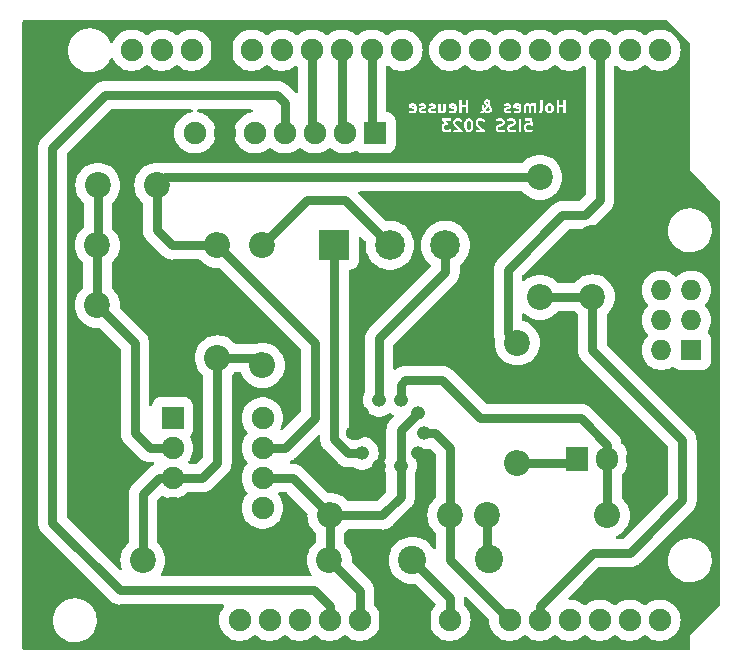
<source format=gbr>
%TF.GenerationSoftware,KiCad,Pcbnew,7.0.9*%
%TF.CreationDate,2023-12-06T14:48:21+01:00*%
%TF.ProjectId,Gas_Sensor,4761735f-5365-46e7-936f-722e6b696361,rev?*%
%TF.SameCoordinates,Original*%
%TF.FileFunction,Copper,L2,Bot*%
%TF.FilePolarity,Positive*%
%FSLAX46Y46*%
G04 Gerber Fmt 4.6, Leading zero omitted, Abs format (unit mm)*
G04 Created by KiCad (PCBNEW 7.0.9) date 2023-12-06 14:48:21*
%MOMM*%
%LPD*%
G01*
G04 APERTURE LIST*
%ADD10C,0.200000*%
%TA.AperFunction,ComponentPad*%
%ADD11O,1.600000X1.200000*%
%TD*%
%TA.AperFunction,ComponentPad*%
%ADD12O,1.200000X1.200000*%
%TD*%
%TA.AperFunction,ComponentPad*%
%ADD13C,2.200000*%
%TD*%
%TA.AperFunction,ComponentPad*%
%ADD14O,2.200000X2.200000*%
%TD*%
%TA.AperFunction,ComponentPad*%
%ADD15R,1.905000X2.000000*%
%TD*%
%TA.AperFunction,ComponentPad*%
%ADD16O,1.905000X2.000000*%
%TD*%
%TA.AperFunction,ComponentPad*%
%ADD17R,1.900000X1.900000*%
%TD*%
%TA.AperFunction,ComponentPad*%
%ADD18O,1.900000X1.900000*%
%TD*%
%TA.AperFunction,ComponentPad*%
%ADD19R,2.520000X2.520000*%
%TD*%
%TA.AperFunction,ComponentPad*%
%ADD20C,2.520000*%
%TD*%
%TA.AperFunction,ComponentPad*%
%ADD21O,1.727200X1.727200*%
%TD*%
%TA.AperFunction,ComponentPad*%
%ADD22R,1.727200X1.727200*%
%TD*%
%TA.AperFunction,ViaPad*%
%ADD23C,2.400000*%
%TD*%
%TA.AperFunction,Conductor*%
%ADD24C,0.800000*%
%TD*%
%TA.AperFunction,Conductor*%
%ADD25C,0.250000*%
%TD*%
G04 APERTURE END LIST*
D10*
G36*
X75982192Y-25032024D02*
G01*
X76006861Y-25056692D01*
X76042314Y-25127599D01*
X76084285Y-25295480D01*
X76084285Y-25508956D01*
X76042314Y-25676837D01*
X76006861Y-25747743D01*
X75982192Y-25772413D01*
X75922583Y-25802219D01*
X75874559Y-25802219D01*
X75814949Y-25772414D01*
X75790282Y-25747746D01*
X75754827Y-25676837D01*
X75712857Y-25508956D01*
X75712857Y-25295481D01*
X75754827Y-25127599D01*
X75790281Y-25056692D01*
X75814949Y-25032023D01*
X75874559Y-25002219D01*
X75922583Y-25002219D01*
X75982192Y-25032024D01*
G37*
G36*
X71252605Y-23747707D02*
G01*
X71274760Y-23792016D01*
X71274760Y-23836904D01*
X71003274Y-23782607D01*
X71020725Y-23747706D01*
X71065034Y-23725552D01*
X71208296Y-23725552D01*
X71252605Y-23747707D01*
G37*
G36*
X74633558Y-23747707D02*
G01*
X74655713Y-23792016D01*
X74655713Y-23836904D01*
X74384227Y-23782607D01*
X74401678Y-23747706D01*
X74445987Y-23725552D01*
X74589249Y-23725552D01*
X74633558Y-23747707D01*
G37*
G36*
X77596764Y-23893739D02*
G01*
X77625908Y-23922882D01*
X77655713Y-23982492D01*
X77655713Y-24078135D01*
X77625908Y-24137743D01*
X77601239Y-24162413D01*
X77541630Y-24192219D01*
X77445987Y-24192219D01*
X77386377Y-24162414D01*
X77355260Y-24131296D01*
X77346821Y-24120045D01*
X77546821Y-23880047D01*
X77548872Y-23874920D01*
X77553204Y-23871498D01*
X77556342Y-23866791D01*
X77596764Y-23893739D01*
G37*
G36*
X77490701Y-23414374D02*
G01*
X77512856Y-23458683D01*
X77512856Y-23514087D01*
X77490126Y-23582277D01*
X77438469Y-23547839D01*
X77409328Y-23518697D01*
X77379523Y-23459087D01*
X77379523Y-23458683D01*
X77401678Y-23414373D01*
X77445987Y-23392219D01*
X77446392Y-23392219D01*
X77490701Y-23414374D01*
G37*
G36*
X80109749Y-23747707D02*
G01*
X80131904Y-23792016D01*
X80131904Y-23836904D01*
X79860418Y-23782607D01*
X79877869Y-23747706D01*
X79922178Y-23725552D01*
X80065440Y-23725552D01*
X80109749Y-23747707D01*
G37*
G36*
X82839335Y-23755357D02*
G01*
X82864004Y-23780025D01*
X82893809Y-23839635D01*
X82893809Y-24078135D01*
X82864004Y-24137743D01*
X82839335Y-24162413D01*
X82779726Y-24192219D01*
X82684083Y-24192219D01*
X82624473Y-24162414D01*
X82599806Y-24137746D01*
X82570000Y-24078134D01*
X82570000Y-23839635D01*
X82599805Y-23780025D01*
X82624473Y-23755356D01*
X82684083Y-23725552D01*
X82779726Y-23725552D01*
X82839335Y-23755357D01*
G37*
G36*
X84236666Y-26145076D02*
G01*
X70655713Y-26145076D01*
X70655713Y-25711742D01*
X73608095Y-25711742D01*
X73615218Y-25733665D01*
X73618652Y-25756463D01*
X73666271Y-25851701D01*
X73677644Y-25863248D01*
X73685003Y-25877690D01*
X73732621Y-25925310D01*
X73747064Y-25932669D01*
X73758612Y-25944043D01*
X73853849Y-25991662D01*
X73876647Y-25995095D01*
X73898571Y-26002219D01*
X74184285Y-26002219D01*
X74206208Y-25995095D01*
X74229006Y-25991662D01*
X74324244Y-25944043D01*
X74335792Y-25932668D01*
X74350234Y-25925310D01*
X74397853Y-25877690D01*
X74425911Y-25822622D01*
X74416243Y-25761580D01*
X74372540Y-25717879D01*
X74311498Y-25708211D01*
X74256430Y-25736270D01*
X74220287Y-25772413D01*
X74160678Y-25802219D01*
X73922178Y-25802219D01*
X73862568Y-25772414D01*
X73837901Y-25747746D01*
X73808095Y-25688134D01*
X73808095Y-25497254D01*
X73837900Y-25437644D01*
X73862568Y-25412975D01*
X73922178Y-25383171D01*
X74041428Y-25383171D01*
X74060657Y-25376922D01*
X74080800Y-25375095D01*
X74089373Y-25367592D01*
X74100207Y-25364073D01*
X74112092Y-25347714D01*
X74127312Y-25334397D01*
X74129838Y-25323288D01*
X74136534Y-25314073D01*
X74136534Y-25293851D01*
X74141019Y-25274132D01*
X74136534Y-25263660D01*
X74136534Y-25252269D01*
X74124647Y-25235908D01*
X74116686Y-25217321D01*
X74090972Y-25187933D01*
X74560476Y-25187933D01*
X74565484Y-25203348D01*
X74565608Y-25219556D01*
X74613227Y-25362412D01*
X74626916Y-25380957D01*
X74637384Y-25401501D01*
X75038101Y-25802219D01*
X74660476Y-25802219D01*
X74601697Y-25821317D01*
X74565370Y-25871317D01*
X74565370Y-25933121D01*
X74601697Y-25983121D01*
X74660476Y-26002219D01*
X75279523Y-26002219D01*
X75301792Y-25994983D01*
X75324922Y-25991320D01*
X75330627Y-25985614D01*
X75338302Y-25983121D01*
X75352067Y-25964174D01*
X75368624Y-25947618D01*
X75369886Y-25939648D01*
X75374629Y-25933121D01*
X75374629Y-25909703D01*
X75378292Y-25886576D01*
X75374629Y-25879386D01*
X75374629Y-25871317D01*
X75360864Y-25852371D01*
X75350234Y-25831508D01*
X75039993Y-25521266D01*
X75512857Y-25521266D01*
X75516703Y-25533103D01*
X75515843Y-25545520D01*
X75563462Y-25735995D01*
X75569372Y-25745441D01*
X75571033Y-25756463D01*
X75618652Y-25851701D01*
X75630025Y-25863248D01*
X75637384Y-25877690D01*
X75685002Y-25925310D01*
X75699445Y-25932669D01*
X75710993Y-25944043D01*
X75806230Y-25991662D01*
X75829028Y-25995095D01*
X75850952Y-26002219D01*
X75946190Y-26002219D01*
X75968113Y-25995095D01*
X75990911Y-25991662D01*
X76086149Y-25944043D01*
X76097697Y-25932668D01*
X76112139Y-25925310D01*
X76159758Y-25877690D01*
X76167115Y-25863249D01*
X76178490Y-25851701D01*
X76226109Y-25756464D01*
X76227769Y-25745442D01*
X76233680Y-25735996D01*
X76281299Y-25545520D01*
X76280438Y-25533103D01*
X76284285Y-25521266D01*
X76284285Y-25283171D01*
X76280438Y-25271333D01*
X76281299Y-25258917D01*
X76263553Y-25187933D01*
X76465238Y-25187933D01*
X76470246Y-25203348D01*
X76470370Y-25219556D01*
X76517989Y-25362412D01*
X76531678Y-25380957D01*
X76542146Y-25401501D01*
X76942863Y-25802219D01*
X76565238Y-25802219D01*
X76506459Y-25821317D01*
X76470132Y-25871317D01*
X76470132Y-25933121D01*
X76506459Y-25983121D01*
X76565238Y-26002219D01*
X77184285Y-26002219D01*
X77206554Y-25994983D01*
X77229684Y-25991320D01*
X77235389Y-25985614D01*
X77243064Y-25983121D01*
X77256829Y-25964174D01*
X77273386Y-25947618D01*
X77274648Y-25939648D01*
X77279391Y-25933121D01*
X77279391Y-25909703D01*
X77283054Y-25886576D01*
X77279391Y-25879386D01*
X77279391Y-25871317D01*
X77265626Y-25852371D01*
X77254996Y-25831508D01*
X77135230Y-25711742D01*
X78179524Y-25711742D01*
X78186647Y-25733665D01*
X78190081Y-25756463D01*
X78237700Y-25851701D01*
X78249073Y-25863248D01*
X78256432Y-25877690D01*
X78304050Y-25925310D01*
X78318493Y-25932669D01*
X78330041Y-25944043D01*
X78425278Y-25991662D01*
X78448076Y-25995095D01*
X78470000Y-26002219D01*
X78708095Y-26002219D01*
X78723510Y-25997210D01*
X78739718Y-25997087D01*
X78882574Y-25949468D01*
X78932298Y-25912763D01*
X78950949Y-25853841D01*
X78931405Y-25795209D01*
X78881131Y-25759262D01*
X78819329Y-25759732D01*
X78691868Y-25802219D01*
X78493607Y-25802219D01*
X78433997Y-25772414D01*
X78409330Y-25747746D01*
X78391328Y-25711742D01*
X79131905Y-25711742D01*
X79139028Y-25733665D01*
X79142462Y-25756463D01*
X79190081Y-25851701D01*
X79201454Y-25863248D01*
X79208813Y-25877690D01*
X79256431Y-25925310D01*
X79270874Y-25932669D01*
X79282422Y-25944043D01*
X79377659Y-25991662D01*
X79400457Y-25995095D01*
X79422381Y-26002219D01*
X79660476Y-26002219D01*
X79675891Y-25997210D01*
X79692099Y-25997087D01*
X79834955Y-25949468D01*
X79884679Y-25912763D01*
X79888017Y-25902219D01*
X80131904Y-25902219D01*
X80151002Y-25960998D01*
X80201002Y-25997325D01*
X80262806Y-25997325D01*
X80312806Y-25960998D01*
X80331904Y-25902219D01*
X80331904Y-25711742D01*
X80560476Y-25711742D01*
X80567599Y-25733665D01*
X80571033Y-25756463D01*
X80618652Y-25851701D01*
X80630025Y-25863248D01*
X80637384Y-25877690D01*
X80685002Y-25925310D01*
X80699445Y-25932669D01*
X80710993Y-25944043D01*
X80806230Y-25991662D01*
X80829028Y-25995095D01*
X80850952Y-26002219D01*
X81089047Y-26002219D01*
X81110970Y-25995095D01*
X81133768Y-25991662D01*
X81229006Y-25944043D01*
X81240554Y-25932668D01*
X81254996Y-25925310D01*
X81302615Y-25877690D01*
X81330673Y-25822622D01*
X81321005Y-25761580D01*
X81277302Y-25717879D01*
X81216260Y-25708211D01*
X81161192Y-25736270D01*
X81125049Y-25772413D01*
X81065440Y-25802219D01*
X80874559Y-25802219D01*
X80814949Y-25772414D01*
X80790282Y-25747746D01*
X80760476Y-25688134D01*
X80760476Y-25497254D01*
X80790281Y-25437644D01*
X80814949Y-25412975D01*
X80874559Y-25383171D01*
X81065440Y-25383171D01*
X81125049Y-25412976D01*
X81161193Y-25449119D01*
X81186286Y-25461905D01*
X81210619Y-25476118D01*
X81213595Y-25475820D01*
X81216260Y-25477178D01*
X81244082Y-25472771D01*
X81272116Y-25469968D01*
X81274348Y-25467977D01*
X81277303Y-25467510D01*
X81297222Y-25447590D01*
X81318253Y-25428846D01*
X81318889Y-25425923D01*
X81321005Y-25423808D01*
X81325411Y-25395984D01*
X81331408Y-25368459D01*
X81283789Y-24892269D01*
X81279391Y-24882254D01*
X81279391Y-24871317D01*
X81267245Y-24854600D01*
X81258937Y-24835682D01*
X81249492Y-24830165D01*
X81243064Y-24821317D01*
X81223412Y-24814932D01*
X81205570Y-24804510D01*
X81194686Y-24805598D01*
X81184285Y-24802219D01*
X80708095Y-24802219D01*
X80649316Y-24821317D01*
X80612989Y-24871317D01*
X80612989Y-24933121D01*
X80649316Y-24983121D01*
X80708095Y-25002219D01*
X81093786Y-25002219D01*
X81112618Y-25190542D01*
X81110970Y-25190294D01*
X81089047Y-25183171D01*
X80850952Y-25183171D01*
X80829028Y-25190294D01*
X80806230Y-25193728D01*
X80710993Y-25241347D01*
X80699444Y-25252721D01*
X80685003Y-25260080D01*
X80637384Y-25307698D01*
X80630025Y-25322140D01*
X80618652Y-25333688D01*
X80571033Y-25428926D01*
X80567599Y-25451723D01*
X80560476Y-25473647D01*
X80560476Y-25711742D01*
X80331904Y-25711742D01*
X80331904Y-24902219D01*
X80312806Y-24843440D01*
X80262806Y-24807113D01*
X80201002Y-24807113D01*
X80151002Y-24843440D01*
X80131904Y-24902219D01*
X80131904Y-25902219D01*
X79888017Y-25902219D01*
X79903330Y-25853841D01*
X79883786Y-25795209D01*
X79833512Y-25759262D01*
X79771710Y-25759732D01*
X79644249Y-25802219D01*
X79445988Y-25802219D01*
X79386378Y-25772414D01*
X79361711Y-25747746D01*
X79331905Y-25688134D01*
X79331905Y-25640111D01*
X79361710Y-25580501D01*
X79386378Y-25555832D01*
X79457285Y-25520379D01*
X79637110Y-25475423D01*
X79646556Y-25469512D01*
X79657578Y-25467852D01*
X79752816Y-25420233D01*
X79764363Y-25408859D01*
X79778806Y-25401501D01*
X79826424Y-25353882D01*
X79833782Y-25339440D01*
X79845157Y-25327892D01*
X79892776Y-25232655D01*
X79896209Y-25209856D01*
X79903333Y-25187933D01*
X79903333Y-25092695D01*
X79896209Y-25070771D01*
X79892776Y-25047973D01*
X79845157Y-24952736D01*
X79833782Y-24941187D01*
X79826424Y-24926746D01*
X79778806Y-24879127D01*
X79764363Y-24871768D01*
X79752816Y-24860395D01*
X79657578Y-24812776D01*
X79634780Y-24809342D01*
X79612857Y-24802219D01*
X79374762Y-24802219D01*
X79359346Y-24807227D01*
X79343139Y-24807351D01*
X79200282Y-24854970D01*
X79150559Y-24891675D01*
X79131907Y-24950597D01*
X79151452Y-25009229D01*
X79201726Y-25045176D01*
X79263528Y-25044706D01*
X79390988Y-25002219D01*
X79589250Y-25002219D01*
X79648859Y-25032024D01*
X79673528Y-25056692D01*
X79703333Y-25116302D01*
X79703333Y-25164326D01*
X79673528Y-25223935D01*
X79648859Y-25248603D01*
X79577952Y-25284057D01*
X79398127Y-25329014D01*
X79388680Y-25334924D01*
X79377659Y-25336585D01*
X79282422Y-25384204D01*
X79270873Y-25395578D01*
X79256432Y-25402937D01*
X79208813Y-25450555D01*
X79201454Y-25464997D01*
X79190081Y-25476545D01*
X79142462Y-25571783D01*
X79139028Y-25594580D01*
X79131905Y-25616504D01*
X79131905Y-25711742D01*
X78391328Y-25711742D01*
X78379524Y-25688134D01*
X78379524Y-25640111D01*
X78409329Y-25580501D01*
X78433997Y-25555832D01*
X78504904Y-25520379D01*
X78684729Y-25475423D01*
X78694175Y-25469512D01*
X78705197Y-25467852D01*
X78800435Y-25420233D01*
X78811982Y-25408859D01*
X78826425Y-25401501D01*
X78874043Y-25353882D01*
X78881401Y-25339440D01*
X78892776Y-25327892D01*
X78940395Y-25232655D01*
X78943828Y-25209856D01*
X78950952Y-25187933D01*
X78950952Y-25092695D01*
X78943828Y-25070771D01*
X78940395Y-25047973D01*
X78892776Y-24952736D01*
X78881401Y-24941187D01*
X78874043Y-24926746D01*
X78826425Y-24879127D01*
X78811982Y-24871768D01*
X78800435Y-24860395D01*
X78705197Y-24812776D01*
X78682399Y-24809342D01*
X78660476Y-24802219D01*
X78422381Y-24802219D01*
X78406965Y-24807227D01*
X78390758Y-24807351D01*
X78247901Y-24854970D01*
X78198178Y-24891675D01*
X78179526Y-24950597D01*
X78199071Y-25009229D01*
X78249345Y-25045176D01*
X78311147Y-25044706D01*
X78438607Y-25002219D01*
X78636869Y-25002219D01*
X78696478Y-25032024D01*
X78721147Y-25056692D01*
X78750952Y-25116302D01*
X78750952Y-25164326D01*
X78721147Y-25223935D01*
X78696478Y-25248603D01*
X78625571Y-25284057D01*
X78445746Y-25329014D01*
X78436299Y-25334924D01*
X78425278Y-25336585D01*
X78330041Y-25384204D01*
X78318492Y-25395578D01*
X78304051Y-25402937D01*
X78256432Y-25450555D01*
X78249073Y-25464997D01*
X78237700Y-25476545D01*
X78190081Y-25571783D01*
X78186647Y-25594580D01*
X78179524Y-25616504D01*
X78179524Y-25711742D01*
X77135230Y-25711742D01*
X76700259Y-25276770D01*
X76665238Y-25171706D01*
X76665238Y-25116302D01*
X76695043Y-25056692D01*
X76719711Y-25032023D01*
X76779321Y-25002219D01*
X76970202Y-25002219D01*
X77029811Y-25032024D01*
X77065955Y-25068167D01*
X77121022Y-25096226D01*
X77182065Y-25086558D01*
X77225767Y-25042856D01*
X77235435Y-24981813D01*
X77207376Y-24926746D01*
X77159758Y-24879127D01*
X77145315Y-24871768D01*
X77133768Y-24860395D01*
X77038530Y-24812776D01*
X77015732Y-24809342D01*
X76993809Y-24802219D01*
X76755714Y-24802219D01*
X76733790Y-24809342D01*
X76710992Y-24812776D01*
X76615755Y-24860395D01*
X76604206Y-24871769D01*
X76589765Y-24879128D01*
X76542146Y-24926746D01*
X76534787Y-24941188D01*
X76523414Y-24952736D01*
X76475795Y-25047974D01*
X76472361Y-25070771D01*
X76465238Y-25092695D01*
X76465238Y-25187933D01*
X76263553Y-25187933D01*
X76233680Y-25068441D01*
X76227769Y-25058994D01*
X76226109Y-25047973D01*
X76178490Y-24952736D01*
X76167115Y-24941187D01*
X76159757Y-24926746D01*
X76112139Y-24879127D01*
X76097696Y-24871768D01*
X76086149Y-24860395D01*
X75990911Y-24812776D01*
X75968113Y-24809342D01*
X75946190Y-24802219D01*
X75850952Y-24802219D01*
X75829028Y-24809342D01*
X75806230Y-24812776D01*
X75710993Y-24860395D01*
X75699444Y-24871769D01*
X75685003Y-24879128D01*
X75637384Y-24926746D01*
X75630025Y-24941188D01*
X75618652Y-24952736D01*
X75571033Y-25047974D01*
X75569372Y-25058995D01*
X75563462Y-25068442D01*
X75515843Y-25258917D01*
X75516703Y-25271333D01*
X75512857Y-25283171D01*
X75512857Y-25521266D01*
X75039993Y-25521266D01*
X74795497Y-25276770D01*
X74760476Y-25171706D01*
X74760476Y-25116302D01*
X74790281Y-25056692D01*
X74814949Y-25032023D01*
X74874559Y-25002219D01*
X75065440Y-25002219D01*
X75125049Y-25032024D01*
X75161193Y-25068167D01*
X75216260Y-25096226D01*
X75277303Y-25086558D01*
X75321005Y-25042856D01*
X75330673Y-24981813D01*
X75302614Y-24926746D01*
X75254996Y-24879127D01*
X75240553Y-24871768D01*
X75229006Y-24860395D01*
X75133768Y-24812776D01*
X75110970Y-24809342D01*
X75089047Y-24802219D01*
X74850952Y-24802219D01*
X74829028Y-24809342D01*
X74806230Y-24812776D01*
X74710993Y-24860395D01*
X74699444Y-24871769D01*
X74685003Y-24879128D01*
X74637384Y-24926746D01*
X74630025Y-24941188D01*
X74618652Y-24952736D01*
X74571033Y-25047974D01*
X74567599Y-25070771D01*
X74560476Y-25092695D01*
X74560476Y-25187933D01*
X74090972Y-25187933D01*
X73928472Y-25002219D01*
X74327142Y-25002219D01*
X74385921Y-24983121D01*
X74422248Y-24933121D01*
X74422248Y-24871317D01*
X74385921Y-24821317D01*
X74327142Y-24802219D01*
X73708095Y-24802219D01*
X73688865Y-24808467D01*
X73668723Y-24810295D01*
X73660149Y-24817797D01*
X73649316Y-24821317D01*
X73637429Y-24837677D01*
X73622211Y-24850994D01*
X73619684Y-24862101D01*
X73612989Y-24871317D01*
X73612989Y-24891539D01*
X73608504Y-24911258D01*
X73612989Y-24921729D01*
X73612989Y-24933121D01*
X73624875Y-24949481D01*
X73632837Y-24968069D01*
X73837458Y-25201923D01*
X73758612Y-25241347D01*
X73747063Y-25252721D01*
X73732622Y-25260080D01*
X73685003Y-25307698D01*
X73677644Y-25322140D01*
X73666271Y-25333688D01*
X73618652Y-25428926D01*
X73615218Y-25451723D01*
X73608095Y-25473647D01*
X73608095Y-25711742D01*
X70655713Y-25711742D01*
X70655713Y-23863647D01*
X70798570Y-23863647D01*
X70800433Y-23869383D01*
X70799251Y-23875297D01*
X70809836Y-23898322D01*
X70817668Y-23922426D01*
X70822547Y-23925970D01*
X70825066Y-23931450D01*
X70847162Y-23943855D01*
X70867668Y-23958753D01*
X70873700Y-23958753D01*
X70878958Y-23961705D01*
X71274760Y-24040865D01*
X71274760Y-24125754D01*
X71252605Y-24170063D01*
X71208296Y-24192219D01*
X71065034Y-24192219D01*
X70990910Y-24155157D01*
X70929796Y-24145952D01*
X70874943Y-24174428D01*
X70847304Y-24229707D01*
X70857435Y-24290674D01*
X70901468Y-24334043D01*
X70996705Y-24381662D01*
X71019503Y-24385095D01*
X71041427Y-24392219D01*
X71231903Y-24392219D01*
X71253826Y-24385095D01*
X71276624Y-24381662D01*
X71371862Y-24334043D01*
X71372428Y-24333484D01*
X71373216Y-24333354D01*
X71394409Y-24311835D01*
X71415895Y-24290674D01*
X71416025Y-24289887D01*
X71416584Y-24289321D01*
X71464203Y-24194082D01*
X71467636Y-24171284D01*
X71474760Y-24149361D01*
X71655713Y-24149361D01*
X71662836Y-24171284D01*
X71666270Y-24194082D01*
X71713889Y-24289321D01*
X71714447Y-24289887D01*
X71714578Y-24290674D01*
X71736063Y-24311835D01*
X71757257Y-24333354D01*
X71758044Y-24333484D01*
X71758611Y-24334043D01*
X71853848Y-24381662D01*
X71876646Y-24385095D01*
X71898570Y-24392219D01*
X72089046Y-24392219D01*
X72110969Y-24385095D01*
X72133767Y-24381662D01*
X72229005Y-24334043D01*
X72273038Y-24290674D01*
X72283169Y-24229707D01*
X72255529Y-24174428D01*
X72207244Y-24149361D01*
X72465237Y-24149361D01*
X72472360Y-24171284D01*
X72475794Y-24194082D01*
X72523413Y-24289321D01*
X72523971Y-24289887D01*
X72524102Y-24290674D01*
X72545587Y-24311835D01*
X72566781Y-24333354D01*
X72567568Y-24333484D01*
X72568135Y-24334043D01*
X72663372Y-24381662D01*
X72686170Y-24385095D01*
X72708094Y-24392219D01*
X72898570Y-24392219D01*
X72920493Y-24385095D01*
X72943291Y-24381662D01*
X73038529Y-24334043D01*
X73080993Y-24292219D01*
X73322380Y-24292219D01*
X73341478Y-24350998D01*
X73391478Y-24387325D01*
X73453282Y-24387325D01*
X73485306Y-24364057D01*
X73520515Y-24381662D01*
X73543313Y-24385095D01*
X73565237Y-24392219D01*
X73708094Y-24392219D01*
X73730017Y-24385095D01*
X73752815Y-24381662D01*
X73848053Y-24334043D01*
X73848619Y-24333484D01*
X73849407Y-24333354D01*
X73870600Y-24311835D01*
X73892086Y-24290674D01*
X73892216Y-24289887D01*
X73892775Y-24289321D01*
X73940394Y-24194082D01*
X73943827Y-24171284D01*
X73950951Y-24149361D01*
X73950951Y-23863647D01*
X74179523Y-23863647D01*
X74181386Y-23869383D01*
X74180204Y-23875297D01*
X74190789Y-23898322D01*
X74198621Y-23922426D01*
X74203500Y-23925970D01*
X74206019Y-23931450D01*
X74228115Y-23943855D01*
X74248621Y-23958753D01*
X74254653Y-23958753D01*
X74259911Y-23961705D01*
X74655713Y-24040865D01*
X74655713Y-24125754D01*
X74633558Y-24170063D01*
X74589249Y-24192219D01*
X74445987Y-24192219D01*
X74371863Y-24155157D01*
X74310749Y-24145952D01*
X74255896Y-24174428D01*
X74228257Y-24229707D01*
X74238388Y-24290674D01*
X74282421Y-24334043D01*
X74377658Y-24381662D01*
X74400456Y-24385095D01*
X74422380Y-24392219D01*
X74612856Y-24392219D01*
X74634779Y-24385095D01*
X74657577Y-24381662D01*
X74752815Y-24334043D01*
X74753381Y-24333484D01*
X74754169Y-24333354D01*
X74775362Y-24311835D01*
X74795279Y-24292219D01*
X75084285Y-24292219D01*
X75103383Y-24350998D01*
X75153383Y-24387325D01*
X75215187Y-24387325D01*
X75265187Y-24350998D01*
X75284285Y-24292219D01*
X75284285Y-23868409D01*
X75655713Y-23868409D01*
X75655713Y-24292219D01*
X75674811Y-24350998D01*
X75724811Y-24387325D01*
X75786615Y-24387325D01*
X75836615Y-24350998D01*
X75845673Y-24323121D01*
X76851083Y-24323121D01*
X76887410Y-24373121D01*
X76946189Y-24392219D01*
X76993809Y-24392219D01*
X77015732Y-24385095D01*
X77038530Y-24381662D01*
X77133768Y-24334043D01*
X77145316Y-24322668D01*
X77159758Y-24315310D01*
X77208327Y-24266739D01*
X77208812Y-24267690D01*
X77256430Y-24315310D01*
X77270873Y-24322669D01*
X77282421Y-24334043D01*
X77377658Y-24381662D01*
X77400456Y-24385095D01*
X77422380Y-24392219D01*
X77565237Y-24392219D01*
X77587160Y-24385095D01*
X77609958Y-24381662D01*
X77705196Y-24334043D01*
X77716744Y-24322668D01*
X77731186Y-24315310D01*
X77778805Y-24267690D01*
X77786162Y-24253249D01*
X77797537Y-24241701D01*
X77843707Y-24149361D01*
X78846190Y-24149361D01*
X78853313Y-24171284D01*
X78856747Y-24194082D01*
X78904366Y-24289321D01*
X78904924Y-24289887D01*
X78905055Y-24290674D01*
X78926540Y-24311835D01*
X78947734Y-24333354D01*
X78948521Y-24333484D01*
X78949088Y-24334043D01*
X79044325Y-24381662D01*
X79067123Y-24385095D01*
X79089047Y-24392219D01*
X79279523Y-24392219D01*
X79301446Y-24385095D01*
X79324244Y-24381662D01*
X79419482Y-24334043D01*
X79463515Y-24290674D01*
X79473646Y-24229707D01*
X79446006Y-24174428D01*
X79391154Y-24145952D01*
X79330039Y-24155157D01*
X79255916Y-24192219D01*
X79112654Y-24192219D01*
X79068344Y-24170064D01*
X79046190Y-24125754D01*
X79046190Y-24125349D01*
X79068345Y-24081039D01*
X79112654Y-24058885D01*
X79231904Y-24058885D01*
X79253827Y-24051761D01*
X79276625Y-24048328D01*
X79371863Y-24000709D01*
X79372429Y-24000150D01*
X79373216Y-24000020D01*
X79394393Y-23978517D01*
X79415896Y-23957340D01*
X79416026Y-23956553D01*
X79416585Y-23955987D01*
X79462755Y-23863647D01*
X79655714Y-23863647D01*
X79657577Y-23869383D01*
X79656395Y-23875297D01*
X79666980Y-23898322D01*
X79674812Y-23922426D01*
X79679691Y-23925970D01*
X79682210Y-23931450D01*
X79704306Y-23943855D01*
X79724812Y-23958753D01*
X79730844Y-23958753D01*
X79736102Y-23961705D01*
X80131904Y-24040865D01*
X80131904Y-24125754D01*
X80109749Y-24170063D01*
X80065440Y-24192219D01*
X79922178Y-24192219D01*
X79848054Y-24155157D01*
X79786940Y-24145952D01*
X79732087Y-24174428D01*
X79704448Y-24229707D01*
X79714579Y-24290674D01*
X79758612Y-24334043D01*
X79853849Y-24381662D01*
X79876647Y-24385095D01*
X79898571Y-24392219D01*
X80089047Y-24392219D01*
X80110970Y-24385095D01*
X80133768Y-24381662D01*
X80229006Y-24334043D01*
X80229572Y-24333484D01*
X80230360Y-24333354D01*
X80251553Y-24311835D01*
X80271470Y-24292219D01*
X80560475Y-24292219D01*
X80579573Y-24350998D01*
X80629573Y-24387325D01*
X80691377Y-24387325D01*
X80741377Y-24350998D01*
X80760475Y-24292219D01*
X80760475Y-23792016D01*
X80782630Y-23747706D01*
X80826940Y-23725552D01*
X80922583Y-23725552D01*
X80966892Y-23747707D01*
X80989047Y-23792016D01*
X80989047Y-24292219D01*
X81008145Y-24350998D01*
X81058145Y-24387325D01*
X81119949Y-24387325D01*
X81169949Y-24350998D01*
X81189047Y-24292219D01*
X81189047Y-23792016D01*
X81211202Y-23747706D01*
X81255511Y-23725552D01*
X81351154Y-23725552D01*
X81410763Y-23755357D01*
X81417618Y-23762211D01*
X81417618Y-24292219D01*
X81436716Y-24350998D01*
X81486716Y-24387325D01*
X81548520Y-24387325D01*
X81598520Y-24350998D01*
X81612779Y-24307112D01*
X81799686Y-24307112D01*
X81827325Y-24362391D01*
X81882178Y-24390867D01*
X81943292Y-24381662D01*
X82038530Y-24334043D01*
X82039096Y-24333484D01*
X82039884Y-24333354D01*
X82061077Y-24311835D01*
X82082563Y-24290674D01*
X82082693Y-24289887D01*
X82083252Y-24289321D01*
X82130871Y-24194082D01*
X82134304Y-24171284D01*
X82141428Y-24149361D01*
X82141428Y-24101742D01*
X82370000Y-24101742D01*
X82377123Y-24123665D01*
X82380557Y-24146463D01*
X82428176Y-24241701D01*
X82439549Y-24253248D01*
X82446908Y-24267690D01*
X82494526Y-24315310D01*
X82508969Y-24322669D01*
X82520517Y-24334043D01*
X82615754Y-24381662D01*
X82638552Y-24385095D01*
X82660476Y-24392219D01*
X82803333Y-24392219D01*
X82825256Y-24385095D01*
X82848054Y-24381662D01*
X82943292Y-24334043D01*
X82954840Y-24322668D01*
X82969282Y-24315310D01*
X82992373Y-24292219D01*
X83322381Y-24292219D01*
X83341479Y-24350998D01*
X83391479Y-24387325D01*
X83453283Y-24387325D01*
X83503283Y-24350998D01*
X83522381Y-24292219D01*
X83522381Y-23868409D01*
X83893809Y-23868409D01*
X83893809Y-24292219D01*
X83912907Y-24350998D01*
X83962907Y-24387325D01*
X84024711Y-24387325D01*
X84074711Y-24350998D01*
X84093809Y-24292219D01*
X84093809Y-23292219D01*
X84074711Y-23233440D01*
X84024711Y-23197113D01*
X83962907Y-23197113D01*
X83912907Y-23233440D01*
X83893809Y-23292219D01*
X83893809Y-23668409D01*
X83522381Y-23668409D01*
X83522381Y-23292219D01*
X83503283Y-23233440D01*
X83453283Y-23197113D01*
X83391479Y-23197113D01*
X83341479Y-23233440D01*
X83322381Y-23292219D01*
X83322381Y-24292219D01*
X82992373Y-24292219D01*
X83016901Y-24267690D01*
X83024258Y-24253249D01*
X83035633Y-24241701D01*
X83083252Y-24146464D01*
X83086685Y-24123665D01*
X83093809Y-24101742D01*
X83093809Y-23816028D01*
X83086685Y-23794104D01*
X83083252Y-23771306D01*
X83035633Y-23676069D01*
X83024258Y-23664520D01*
X83016900Y-23650079D01*
X82969282Y-23602460D01*
X82954839Y-23595101D01*
X82943292Y-23583728D01*
X82848054Y-23536109D01*
X82825256Y-23532675D01*
X82803333Y-23525552D01*
X82660476Y-23525552D01*
X82638552Y-23532675D01*
X82615754Y-23536109D01*
X82520517Y-23583728D01*
X82508968Y-23595102D01*
X82494527Y-23602461D01*
X82446908Y-23650079D01*
X82439549Y-23664521D01*
X82428176Y-23676069D01*
X82380557Y-23771307D01*
X82377123Y-23794104D01*
X82370000Y-23816028D01*
X82370000Y-24101742D01*
X82141428Y-24101742D01*
X82141428Y-23292219D01*
X82122330Y-23233440D01*
X82072330Y-23197113D01*
X82010526Y-23197113D01*
X81960526Y-23233440D01*
X81941428Y-23292219D01*
X81941428Y-24125754D01*
X81919273Y-24170063D01*
X81853850Y-24202776D01*
X81809817Y-24246145D01*
X81799686Y-24307112D01*
X81612779Y-24307112D01*
X81617618Y-24292219D01*
X81617618Y-23625552D01*
X81598520Y-23566773D01*
X81548520Y-23530446D01*
X81486716Y-23530446D01*
X81454690Y-23553713D01*
X81419482Y-23536109D01*
X81396684Y-23532675D01*
X81374761Y-23525552D01*
X81231904Y-23525552D01*
X81209980Y-23532675D01*
X81187182Y-23536109D01*
X81091945Y-23583728D01*
X81091378Y-23584286D01*
X81090592Y-23584417D01*
X81089047Y-23585985D01*
X81087502Y-23584417D01*
X81086715Y-23584286D01*
X81086149Y-23583728D01*
X80990911Y-23536109D01*
X80968113Y-23532675D01*
X80946190Y-23525552D01*
X80803333Y-23525552D01*
X80781409Y-23532675D01*
X80758612Y-23536109D01*
X80663373Y-23583728D01*
X80662806Y-23584286D01*
X80662020Y-23584417D01*
X80640858Y-23605902D01*
X80619340Y-23627096D01*
X80619209Y-23627883D01*
X80618651Y-23628450D01*
X80571032Y-23723688D01*
X80567598Y-23746485D01*
X80560475Y-23768409D01*
X80560475Y-24292219D01*
X80271470Y-24292219D01*
X80273039Y-24290674D01*
X80273169Y-24289887D01*
X80273728Y-24289321D01*
X80321347Y-24194082D01*
X80324780Y-24171284D01*
X80331904Y-24149361D01*
X80331904Y-23768409D01*
X80324780Y-23746485D01*
X80321347Y-23723687D01*
X80273728Y-23628450D01*
X80273169Y-23627883D01*
X80273039Y-23627097D01*
X80251536Y-23605919D01*
X80230359Y-23584417D01*
X80229572Y-23584286D01*
X80229006Y-23583728D01*
X80133768Y-23536109D01*
X80110970Y-23532675D01*
X80089047Y-23525552D01*
X79898571Y-23525552D01*
X79876647Y-23532675D01*
X79853849Y-23536109D01*
X79758612Y-23583728D01*
X79758045Y-23584286D01*
X79757259Y-23584417D01*
X79736081Y-23605919D01*
X79714579Y-23627097D01*
X79714448Y-23627883D01*
X79713890Y-23628450D01*
X79666271Y-23723688D01*
X79662837Y-23746485D01*
X79655714Y-23768409D01*
X79655714Y-23863647D01*
X79462755Y-23863647D01*
X79464204Y-23860750D01*
X79467637Y-23837951D01*
X79474761Y-23816028D01*
X79474761Y-23768409D01*
X79467637Y-23746485D01*
X79464204Y-23723687D01*
X79416585Y-23628450D01*
X79416026Y-23627883D01*
X79415896Y-23627097D01*
X79394393Y-23605919D01*
X79373216Y-23584417D01*
X79372429Y-23584286D01*
X79371863Y-23583728D01*
X79276625Y-23536109D01*
X79253827Y-23532675D01*
X79231904Y-23525552D01*
X79089047Y-23525552D01*
X79067123Y-23532675D01*
X79044325Y-23536109D01*
X78949088Y-23583728D01*
X78905055Y-23627097D01*
X78894924Y-23688064D01*
X78922563Y-23743343D01*
X78977416Y-23771819D01*
X79038530Y-23762614D01*
X79112654Y-23725552D01*
X79208297Y-23725552D01*
X79252606Y-23747707D01*
X79274761Y-23792016D01*
X79274761Y-23792421D01*
X79252606Y-23836729D01*
X79208297Y-23858885D01*
X79089047Y-23858885D01*
X79067123Y-23866008D01*
X79044325Y-23869442D01*
X78949088Y-23917061D01*
X78948521Y-23917619D01*
X78947735Y-23917750D01*
X78926557Y-23939252D01*
X78905055Y-23960430D01*
X78904924Y-23961216D01*
X78904366Y-23961783D01*
X78856747Y-24057021D01*
X78853313Y-24079818D01*
X78846190Y-24101742D01*
X78846190Y-24149361D01*
X77843707Y-24149361D01*
X77845156Y-24146464D01*
X77848589Y-24123665D01*
X77855713Y-24101742D01*
X77855713Y-23958885D01*
X77848589Y-23936961D01*
X77845156Y-23914163D01*
X77797537Y-23818926D01*
X77786162Y-23807377D01*
X77778804Y-23792936D01*
X77731186Y-23745317D01*
X77722197Y-23740737D01*
X77715945Y-23732823D01*
X77662613Y-23697268D01*
X77707724Y-23561937D01*
X77707847Y-23545729D01*
X77712856Y-23530314D01*
X77712856Y-23435076D01*
X77705732Y-23413152D01*
X77702299Y-23390354D01*
X77654680Y-23295117D01*
X77654121Y-23294550D01*
X77653991Y-23293764D01*
X77632488Y-23272586D01*
X77611311Y-23251084D01*
X77610524Y-23250953D01*
X77609958Y-23250395D01*
X77514720Y-23202776D01*
X77491922Y-23199342D01*
X77469999Y-23192219D01*
X77422380Y-23192219D01*
X77400456Y-23199342D01*
X77377658Y-23202776D01*
X77282421Y-23250395D01*
X77281854Y-23250953D01*
X77281068Y-23251084D01*
X77259890Y-23272586D01*
X77238388Y-23293764D01*
X77238257Y-23294550D01*
X77237699Y-23295117D01*
X77190080Y-23390355D01*
X77186646Y-23413152D01*
X77179523Y-23435076D01*
X77179523Y-23482695D01*
X77186646Y-23504618D01*
X77190080Y-23527416D01*
X77237699Y-23622654D01*
X77249072Y-23634201D01*
X77256431Y-23648644D01*
X77304050Y-23696262D01*
X77313037Y-23700841D01*
X77319291Y-23708757D01*
X77389932Y-23755851D01*
X77389755Y-23756116D01*
X77224653Y-23954238D01*
X77189047Y-23847420D01*
X77189047Y-23768409D01*
X77169949Y-23709630D01*
X77119949Y-23673303D01*
X77058145Y-23673303D01*
X77008145Y-23709630D01*
X76989047Y-23768409D01*
X76989047Y-23863647D01*
X76994055Y-23879062D01*
X76994179Y-23895270D01*
X77041798Y-24038126D01*
X77051423Y-24051165D01*
X77056666Y-24066504D01*
X77086261Y-24105964D01*
X77029812Y-24162413D01*
X76970202Y-24192219D01*
X76946189Y-24192219D01*
X76887410Y-24211317D01*
X76851083Y-24261317D01*
X76851083Y-24323121D01*
X75845673Y-24323121D01*
X75855713Y-24292219D01*
X75855713Y-23292219D01*
X75836615Y-23233440D01*
X75786615Y-23197113D01*
X75724811Y-23197113D01*
X75674811Y-23233440D01*
X75655713Y-23292219D01*
X75655713Y-23668409D01*
X75284285Y-23668409D01*
X75284285Y-23292219D01*
X75265187Y-23233440D01*
X75215187Y-23197113D01*
X75153383Y-23197113D01*
X75103383Y-23233440D01*
X75084285Y-23292219D01*
X75084285Y-24292219D01*
X74795279Y-24292219D01*
X74796848Y-24290674D01*
X74796978Y-24289887D01*
X74797537Y-24289321D01*
X74845156Y-24194082D01*
X74848589Y-24171284D01*
X74855713Y-24149361D01*
X74855713Y-23768409D01*
X74848589Y-23746485D01*
X74845156Y-23723687D01*
X74797537Y-23628450D01*
X74796978Y-23627883D01*
X74796848Y-23627097D01*
X74775345Y-23605919D01*
X74754168Y-23584417D01*
X74753381Y-23584286D01*
X74752815Y-23583728D01*
X74657577Y-23536109D01*
X74634779Y-23532675D01*
X74612856Y-23525552D01*
X74422380Y-23525552D01*
X74400456Y-23532675D01*
X74377658Y-23536109D01*
X74282421Y-23583728D01*
X74281854Y-23584286D01*
X74281068Y-23584417D01*
X74259890Y-23605919D01*
X74238388Y-23627097D01*
X74238257Y-23627883D01*
X74237699Y-23628450D01*
X74190080Y-23723688D01*
X74186646Y-23746485D01*
X74179523Y-23768409D01*
X74179523Y-23863647D01*
X73950951Y-23863647D01*
X73950951Y-23625552D01*
X73931853Y-23566773D01*
X73881853Y-23530446D01*
X73820049Y-23530446D01*
X73770049Y-23566773D01*
X73750951Y-23625552D01*
X73750951Y-24125754D01*
X73728796Y-24170063D01*
X73684487Y-24192219D01*
X73588844Y-24192219D01*
X73529234Y-24162414D01*
X73522380Y-24155559D01*
X73522380Y-23625552D01*
X73503282Y-23566773D01*
X73453282Y-23530446D01*
X73391478Y-23530446D01*
X73341478Y-23566773D01*
X73322380Y-23625552D01*
X73322380Y-24292219D01*
X73080993Y-24292219D01*
X73082562Y-24290674D01*
X73092693Y-24229707D01*
X73065053Y-24174428D01*
X73010201Y-24145952D01*
X72949086Y-24155157D01*
X72874963Y-24192219D01*
X72731701Y-24192219D01*
X72687391Y-24170064D01*
X72665237Y-24125754D01*
X72665237Y-24125349D01*
X72687392Y-24081039D01*
X72731701Y-24058885D01*
X72850951Y-24058885D01*
X72872874Y-24051761D01*
X72895672Y-24048328D01*
X72990910Y-24000709D01*
X72991476Y-24000150D01*
X72992263Y-24000020D01*
X73013440Y-23978517D01*
X73034943Y-23957340D01*
X73035073Y-23956553D01*
X73035632Y-23955987D01*
X73083251Y-23860750D01*
X73086684Y-23837951D01*
X73093808Y-23816028D01*
X73093808Y-23768409D01*
X73086684Y-23746485D01*
X73083251Y-23723687D01*
X73035632Y-23628450D01*
X73035073Y-23627883D01*
X73034943Y-23627097D01*
X73013440Y-23605919D01*
X72992263Y-23584417D01*
X72991476Y-23584286D01*
X72990910Y-23583728D01*
X72895672Y-23536109D01*
X72872874Y-23532675D01*
X72850951Y-23525552D01*
X72708094Y-23525552D01*
X72686170Y-23532675D01*
X72663372Y-23536109D01*
X72568135Y-23583728D01*
X72524102Y-23627097D01*
X72513971Y-23688064D01*
X72541610Y-23743343D01*
X72596463Y-23771819D01*
X72657577Y-23762614D01*
X72731701Y-23725552D01*
X72827344Y-23725552D01*
X72871653Y-23747707D01*
X72893808Y-23792016D01*
X72893808Y-23792421D01*
X72871653Y-23836729D01*
X72827344Y-23858885D01*
X72708094Y-23858885D01*
X72686170Y-23866008D01*
X72663372Y-23869442D01*
X72568135Y-23917061D01*
X72567568Y-23917619D01*
X72566782Y-23917750D01*
X72545604Y-23939252D01*
X72524102Y-23960430D01*
X72523971Y-23961216D01*
X72523413Y-23961783D01*
X72475794Y-24057021D01*
X72472360Y-24079818D01*
X72465237Y-24101742D01*
X72465237Y-24149361D01*
X72207244Y-24149361D01*
X72200677Y-24145952D01*
X72139562Y-24155157D01*
X72065439Y-24192219D01*
X71922177Y-24192219D01*
X71877867Y-24170064D01*
X71855713Y-24125754D01*
X71855713Y-24125349D01*
X71877868Y-24081039D01*
X71922177Y-24058885D01*
X72041427Y-24058885D01*
X72063350Y-24051761D01*
X72086148Y-24048328D01*
X72181386Y-24000709D01*
X72181952Y-24000150D01*
X72182739Y-24000020D01*
X72203916Y-23978517D01*
X72225419Y-23957340D01*
X72225549Y-23956553D01*
X72226108Y-23955987D01*
X72273727Y-23860750D01*
X72277160Y-23837951D01*
X72284284Y-23816028D01*
X72284284Y-23768409D01*
X72277160Y-23746485D01*
X72273727Y-23723687D01*
X72226108Y-23628450D01*
X72225549Y-23627883D01*
X72225419Y-23627097D01*
X72203916Y-23605919D01*
X72182739Y-23584417D01*
X72181952Y-23584286D01*
X72181386Y-23583728D01*
X72086148Y-23536109D01*
X72063350Y-23532675D01*
X72041427Y-23525552D01*
X71898570Y-23525552D01*
X71876646Y-23532675D01*
X71853848Y-23536109D01*
X71758611Y-23583728D01*
X71714578Y-23627097D01*
X71704447Y-23688064D01*
X71732086Y-23743343D01*
X71786939Y-23771819D01*
X71848053Y-23762614D01*
X71922177Y-23725552D01*
X72017820Y-23725552D01*
X72062129Y-23747707D01*
X72084284Y-23792016D01*
X72084284Y-23792421D01*
X72062129Y-23836729D01*
X72017820Y-23858885D01*
X71898570Y-23858885D01*
X71876646Y-23866008D01*
X71853848Y-23869442D01*
X71758611Y-23917061D01*
X71758044Y-23917619D01*
X71757258Y-23917750D01*
X71736080Y-23939252D01*
X71714578Y-23960430D01*
X71714447Y-23961216D01*
X71713889Y-23961783D01*
X71666270Y-24057021D01*
X71662836Y-24079818D01*
X71655713Y-24101742D01*
X71655713Y-24149361D01*
X71474760Y-24149361D01*
X71474760Y-23768409D01*
X71467636Y-23746485D01*
X71464203Y-23723687D01*
X71416584Y-23628450D01*
X71416025Y-23627883D01*
X71415895Y-23627097D01*
X71394392Y-23605919D01*
X71373215Y-23584417D01*
X71372428Y-23584286D01*
X71371862Y-23583728D01*
X71276624Y-23536109D01*
X71253826Y-23532675D01*
X71231903Y-23525552D01*
X71041427Y-23525552D01*
X71019503Y-23532675D01*
X70996705Y-23536109D01*
X70901468Y-23583728D01*
X70900901Y-23584286D01*
X70900115Y-23584417D01*
X70878937Y-23605919D01*
X70857435Y-23627097D01*
X70857304Y-23627883D01*
X70856746Y-23628450D01*
X70809127Y-23723688D01*
X70805693Y-23746485D01*
X70798570Y-23768409D01*
X70798570Y-23863647D01*
X70655713Y-23863647D01*
X70655713Y-23049362D01*
X84236666Y-23049362D01*
X84236666Y-26145076D01*
G37*
D11*
%TO.P,U1,1,TempA*%
%TO.N,GND*%
X66300000Y-51435000D03*
D12*
%TO.P,U1,2,Gas1A*%
%TO.N,GAS1*%
X66857670Y-53151333D03*
%TO.P,U1,3,ResA*%
%TO.N,GND*%
X68317670Y-54212085D03*
%TO.P,U1,4,Gas1B*%
%TO.N,+5V*%
X70122330Y-54212085D03*
%TO.P,U1,5,NC*%
%TO.N,GND*%
X71582330Y-53151333D03*
%TO.P,U1,6,TempB*%
%TO.N,ADC2*%
X72140000Y-51435000D03*
%TO.P,U1,7,Gas2A*%
%TO.N,+5V*%
X71582330Y-49718667D03*
%TO.P,U1,8,ResB*%
%TO.N,SW_12V*%
X70122330Y-48657915D03*
%TO.P,U1,9,Gas2B*%
%TO.N,GAS2*%
X68317670Y-48657915D03*
%TO.P,U1,10,NC*%
%TO.N,GND*%
X66857670Y-49718667D03*
%TD*%
D13*
%TO.P,C3,1*%
%TO.N,+5V*%
X64095000Y-62230000D03*
%TO.P,C3,2*%
%TO.N,GND*%
X59095000Y-62230000D03*
%TD*%
%TO.P,R2,1*%
%TO.N,Net-(U2-IN-)*%
X44450000Y-40640000D03*
D14*
%TO.P,R2,2*%
%TO.N,GND*%
X54610000Y-40640000D03*
%TD*%
D13*
%TO.P,R1,1*%
%TO.N,Net-(U2-IN+)*%
X54610000Y-45085000D03*
D14*
%TO.P,R1,2*%
%TO.N,GND*%
X44450000Y-45085000D03*
%TD*%
D15*
%TO.P,Q1,1,G*%
%TO.N,Net-(Q1-G)*%
X85090000Y-53650000D03*
D16*
%TO.P,Q1,2,D*%
%TO.N,SW_12V*%
X87630000Y-53650000D03*
%TO.P,Q1,3,S*%
%TO.N,GND*%
X90170000Y-53650000D03*
%TD*%
D13*
%TO.P,R6,1*%
%TO.N,ADC2*%
X74295000Y-58420000D03*
D14*
%TO.P,R6,2*%
%TO.N,+5V*%
X64135000Y-58420000D03*
%TD*%
D13*
%TO.P,R7,1*%
%TO.N,+12V*%
X77470000Y-58420000D03*
D14*
%TO.P,R7,2*%
%TO.N,SW_12V*%
X87630000Y-58420000D03*
%TD*%
D13*
%TO.P,R8,1*%
%TO.N,SW_CTL*%
X80010000Y-43815000D03*
D14*
%TO.P,R8,2*%
%TO.N,Net-(Q1-G)*%
X80010000Y-53975000D03*
%TD*%
D17*
%TO.P,J1,1,Pin_1*%
%TO.N,RST*%
X67945000Y-26035000D03*
D18*
%TO.P,J1,2,Pin_2*%
%TO.N,TX*%
X65405000Y-26035000D03*
%TO.P,J1,3,Pin_3*%
%TO.N,RX*%
X62865000Y-26035000D03*
%TO.P,J1,4,Pin_4*%
%TO.N,+3.3V*%
X60325000Y-26035000D03*
%TO.P,J1,5,Pin_5*%
%TO.N,unconnected-(J1-Pin_5-Pad5)*%
X57785000Y-26035000D03*
%TO.P,J1,6,Pin_6*%
%TO.N,GND*%
X55245000Y-26035000D03*
%TO.P,J1,7,Pin_7*%
%TO.N,unconnected-(J1-Pin_7-Pad7)*%
X52705000Y-26035000D03*
%TD*%
D13*
%TO.P,R4,1*%
%TO.N,Net-(SW1-B)*%
X58420000Y-35560000D03*
D14*
%TO.P,R4,2*%
%TO.N,Net-(U2-IN+)*%
X58420000Y-45720000D03*
%TD*%
D19*
%TO.P,SW1,1,A*%
%TO.N,GAS1*%
X64515000Y-35560000D03*
D20*
%TO.P,SW1,2,B*%
%TO.N,Net-(SW1-B)*%
X69215000Y-35560000D03*
%TO.P,SW1,3,C*%
%TO.N,GAS2*%
X73915000Y-35560000D03*
%TD*%
D18*
%TO.P,A1,*%
%TO.N,*%
X56515000Y-67310000D03*
%TO.P,A1,3V3,3.3V*%
%TO.N,+3.3V*%
X64135000Y-67310000D03*
%TO.P,A1,5V1,5V*%
%TO.N,+5V*%
X66675000Y-67310000D03*
D21*
%TO.P,A1,5V2,SPI_5V*%
%TO.N,unconnected-(A1-SPI_5V-Pad5V2)*%
X94742000Y-39370000D03*
D18*
%TO.P,A1,A0,A0*%
%TO.N,ADC2*%
X79375000Y-67310000D03*
%TO.P,A1,A1,A1*%
%TO.N,ADC1*%
X81915000Y-67310000D03*
%TO.P,A1,A2,A2*%
%TO.N,unconnected-(A1-PadA2)*%
X84455000Y-67310000D03*
%TO.P,A1,A3,A3*%
%TO.N,unconnected-(A1-PadA3)*%
X86995000Y-67310000D03*
%TO.P,A1,A4,A4*%
%TO.N,unconnected-(A1-PadA4)*%
X89535000Y-67310000D03*
%TO.P,A1,A5,A5*%
%TO.N,unconnected-(A1-PadA5)*%
X92075000Y-67310000D03*
%TO.P,A1,AREF,AREF*%
%TO.N,unconnected-(A1-PadAREF)*%
X52451000Y-19050000D03*
%TO.P,A1,D0,D0/RX*%
%TO.N,unconnected-(A1-D0{slash}RX-PadD0)*%
X92075000Y-19050000D03*
%TO.P,A1,D1,D1/TX*%
%TO.N,unconnected-(A1-D1{slash}TX-PadD1)*%
X89535000Y-19050000D03*
%TO.P,A1,D2,D2_INT0*%
%TO.N,SW_CTL*%
X86995000Y-19050000D03*
%TO.P,A1,D3,D3_INT1*%
%TO.N,unconnected-(A1-D3_INT1-PadD3)*%
X84455000Y-19050000D03*
%TO.P,A1,D4,D4*%
%TO.N,unconnected-(A1-PadD4)*%
X81915000Y-19050000D03*
%TO.P,A1,D5,D5*%
%TO.N,unconnected-(A1-PadD5)*%
X79375000Y-19050000D03*
%TO.P,A1,D6,D6*%
%TO.N,unconnected-(A1-PadD6)*%
X76835000Y-19050000D03*
%TO.P,A1,D7,D7*%
%TO.N,unconnected-(A1-PadD7)*%
X74295000Y-19050000D03*
%TO.P,A1,D8,D8*%
%TO.N,unconnected-(A1-PadD8)*%
X70231000Y-19050000D03*
%TO.P,A1,D9,D9*%
%TO.N,RST*%
X67691000Y-19050000D03*
%TO.P,A1,D10,D10_CS*%
%TO.N,TX*%
X65151000Y-19050000D03*
%TO.P,A1,D11,D11*%
%TO.N,RX*%
X62611000Y-19050000D03*
%TO.P,A1,D12,D12*%
%TO.N,unconnected-(A1-PadD12)*%
X60071000Y-19050000D03*
%TO.P,A1,D13,D13*%
%TO.N,unconnected-(A1-PadD13)*%
X57531000Y-19050000D03*
D17*
%TO.P,A1,GND1,GND*%
%TO.N,GND*%
X54991000Y-19050000D03*
%TO.P,A1,GND2,GND*%
X69215000Y-67310000D03*
%TO.P,A1,GND3,GND*%
X71755000Y-67310000D03*
D22*
%TO.P,A1,GND4,SPI_GND*%
%TO.N,unconnected-(A1-SPI_GND-PadGND4)*%
X94742000Y-44450000D03*
D18*
%TO.P,A1,IORF,IOREF*%
%TO.N,unconnected-(A1-IOREF-PadIORF)*%
X59055000Y-67310000D03*
D21*
%TO.P,A1,MISO,SPI_MISO*%
%TO.N,unconnected-(A1-SPI_MISO-PadMISO)*%
X92202000Y-39370000D03*
%TO.P,A1,MOSI,SPI_MOSI*%
%TO.N,unconnected-(A1-SPI_MOSI-PadMOSI)*%
X94742000Y-41910000D03*
D18*
%TO.P,A1,RST1,RESET*%
%TO.N,unconnected-(A1-RESET-PadRST1)*%
X61595000Y-67310000D03*
D21*
%TO.P,A1,RST2,SPI_RESET*%
%TO.N,unconnected-(A1-SPI_RESET-PadRST2)*%
X92202000Y-44450000D03*
%TO.P,A1,SCK,SPI_SCK*%
%TO.N,unconnected-(A1-SPI_SCK-PadSCK)*%
X92202000Y-41910000D03*
D18*
%TO.P,A1,SCL,SCL*%
%TO.N,unconnected-(A1-PadSCL)*%
X47371000Y-19050000D03*
%TO.P,A1,SDA,SDA*%
%TO.N,unconnected-(A1-PadSDA)*%
X49911000Y-19050000D03*
%TO.P,A1,VIN,VIN*%
%TO.N,+12V*%
X74295000Y-67310000D03*
%TD*%
D13*
%TO.P,C1,1*%
%TO.N,Net-(U2-IN+)*%
X48300000Y-62230000D03*
%TO.P,C1,2*%
%TO.N,GND*%
X53300000Y-62230000D03*
%TD*%
%TO.P,R3,1*%
%TO.N,Net-(U2-IN-)*%
X44450000Y-35560000D03*
D14*
%TO.P,R3,2*%
%TO.N,Net-(U2-OUT)*%
X54610000Y-35560000D03*
%TD*%
D13*
%TO.P,C2,1*%
%TO.N,ADC1*%
X86360000Y-39925000D03*
%TO.P,C2,2*%
%TO.N,GND*%
X86360000Y-34925000D03*
%TD*%
%TO.P,R5,1*%
%TO.N,Net-(U2-OUT)*%
X81915000Y-29805000D03*
D14*
%TO.P,R5,2*%
%TO.N,ADC1*%
X81915000Y-39965000D03*
%TD*%
D13*
%TO.P,C4,2*%
%TO.N,Net-(U2-OUT)*%
X49490000Y-30480000D03*
%TO.P,C4,1*%
%TO.N,Net-(U2-IN-)*%
X44490000Y-30480000D03*
%TD*%
D17*
%TO.P,U2,1,NC*%
%TO.N,unconnected-(U2-NC-Pad1)*%
X50810000Y-50175000D03*
D18*
%TO.P,U2,2,IN-*%
%TO.N,Net-(U2-IN-)*%
X50810000Y-52715000D03*
%TO.P,U2,3,IN+*%
%TO.N,Net-(U2-IN+)*%
X50810000Y-55255000D03*
%TO.P,U2,4,V-*%
%TO.N,GND*%
X50810000Y-57795000D03*
%TO.P,U2,5,NC*%
%TO.N,unconnected-(U2-NC-Pad5)*%
X58430000Y-57795000D03*
%TO.P,U2,6,V+*%
%TO.N,+5V*%
X58430000Y-55255000D03*
%TO.P,U2,7,OUT*%
%TO.N,Net-(U2-OUT)*%
X58430000Y-52715000D03*
%TO.P,U2,8,CLK*%
%TO.N,unconnected-(U2-CLK-Pad8)*%
X58430000Y-50175000D03*
%TD*%
D23*
%TO.N,+12V*%
X77579203Y-62120797D03*
X71120000Y-62230000D03*
%TD*%
D24*
%TO.N,Net-(U2-OUT)*%
X54610000Y-35560000D02*
X62865000Y-43815000D01*
X62865000Y-43815000D02*
X62865000Y-50165000D01*
X62865000Y-50165000D02*
X60315000Y-52715000D01*
X60315000Y-52715000D02*
X58430000Y-52715000D01*
%TO.N,GAS1*%
X66857670Y-53151333D02*
X65695013Y-53151333D01*
X65695013Y-53151333D02*
X64515000Y-51971320D01*
X64515000Y-51971320D02*
X64515000Y-35560000D01*
X64515000Y-35560000D02*
X64300000Y-35775000D01*
%TO.N,+3.3V*%
X40640000Y-59055000D02*
X46355000Y-64770000D01*
X46355000Y-64770000D02*
X62816314Y-64770000D01*
X62816314Y-64770000D02*
X64135000Y-66088686D01*
X64135000Y-66088686D02*
X64135000Y-67310000D01*
X60325000Y-26035000D02*
X60325000Y-23495000D01*
X59690000Y-22860000D02*
X45085000Y-22860000D01*
X60325000Y-23495000D02*
X59690000Y-22860000D01*
X45085000Y-22860000D02*
X40640000Y-27305000D01*
X40640000Y-27305000D02*
X40640000Y-59055000D01*
%TO.N,+5V*%
X64135000Y-62190000D02*
X64095000Y-62230000D01*
X70122330Y-54212085D02*
X70122330Y-56877670D01*
X68580000Y-58420000D02*
X64135000Y-58420000D01*
X64135000Y-58420000D02*
X64135000Y-62190000D01*
X64095000Y-62230000D02*
X66675000Y-64810000D01*
X70122330Y-54212085D02*
X70122330Y-51178667D01*
X70122330Y-56877670D02*
X68580000Y-58420000D01*
X70122330Y-51178667D02*
X71582330Y-49718667D01*
X60970000Y-55255000D02*
X64135000Y-58420000D01*
X66675000Y-64810000D02*
X66675000Y-67310000D01*
X58430000Y-55255000D02*
X60970000Y-55255000D01*
%TO.N,ADC1*%
X86408686Y-61595000D02*
X89535000Y-61595000D01*
X81915000Y-67310000D02*
X81915000Y-66088686D01*
X89535000Y-61595000D02*
X93980000Y-57150000D01*
X86360000Y-44450000D02*
X86360000Y-39925000D01*
X86360000Y-39925000D02*
X81955000Y-39925000D01*
X93980000Y-52070000D02*
X86360000Y-44450000D01*
X81955000Y-39925000D02*
X81915000Y-39965000D01*
X81915000Y-66088686D02*
X86408686Y-61595000D01*
X93980000Y-57150000D02*
X93980000Y-52070000D01*
%TO.N,ADC2*%
X74295000Y-62230000D02*
X79375000Y-67310000D01*
X73025000Y-51435000D02*
X74295000Y-52705000D01*
X74295000Y-58420000D02*
X74295000Y-62230000D01*
X74295000Y-53590000D02*
X74295000Y-55864003D01*
X74295000Y-52705000D02*
X74295000Y-53590000D01*
X72140000Y-51435000D02*
X73025000Y-51435000D01*
X74295000Y-58420000D02*
X74295000Y-55864003D01*
%TO.N,SW_CTL*%
X85725000Y-33020000D02*
X86995000Y-31750000D01*
X80010000Y-43815000D02*
X79210001Y-43015001D01*
X86995000Y-31750000D02*
X86995000Y-19050000D01*
X79210001Y-43015001D02*
X79210001Y-37629999D01*
X83820000Y-33020000D02*
X85725000Y-33020000D01*
X79210001Y-37629999D02*
X83820000Y-33020000D01*
%TO.N,TX*%
X65151000Y-25781000D02*
X65405000Y-26035000D01*
X65151000Y-19050000D02*
X65151000Y-25781000D01*
%TO.N,RX*%
X62611000Y-19050000D02*
X62611000Y-25781000D01*
X62611000Y-25781000D02*
X62865000Y-26035000D01*
%TO.N,RST*%
X67691000Y-19050000D02*
X67691000Y-25781000D01*
D25*
X67691000Y-25781000D02*
X67945000Y-26035000D01*
D24*
%TO.N,+12V*%
X74295000Y-65405000D02*
X71120000Y-62230000D01*
X74295000Y-67310000D02*
X74295000Y-65405000D01*
X77470000Y-62011594D02*
X77579203Y-62120797D01*
X77470000Y-58420000D02*
X77470000Y-62011594D01*
%TO.N,Net-(U2-IN+)*%
X53340000Y-55245000D02*
X54610000Y-53975000D01*
X57785000Y-45085000D02*
X58420000Y-45720000D01*
X52060000Y-55255000D02*
X52070000Y-55245000D01*
X48300000Y-56633630D02*
X48300000Y-62230000D01*
X54610000Y-45085000D02*
X57785000Y-45085000D01*
X50810000Y-55255000D02*
X52060000Y-55255000D01*
X52070000Y-55245000D02*
X53340000Y-55245000D01*
X54610000Y-53975000D02*
X54610000Y-45085000D01*
X49678630Y-55255000D02*
X48300000Y-56633630D01*
X50810000Y-55255000D02*
X49678630Y-55255000D01*
%TO.N,Net-(U2-IN-)*%
X48905000Y-52715000D02*
X47625000Y-51435000D01*
X44490000Y-30480000D02*
X44490000Y-35520000D01*
X47625000Y-43815000D02*
X44450000Y-40640000D01*
X50810000Y-52715000D02*
X48905000Y-52715000D01*
X44450000Y-35560000D02*
X44450000Y-40640000D01*
X44490000Y-35520000D02*
X44450000Y-35560000D01*
X47625000Y-51435000D02*
X47625000Y-43815000D01*
%TO.N,Net-(U2-OUT)*%
X50800000Y-35560000D02*
X54610000Y-35560000D01*
X50165000Y-29805000D02*
X49490000Y-30480000D01*
X49490000Y-34250000D02*
X50800000Y-35560000D01*
X49490000Y-30480000D02*
X49490000Y-34250000D01*
X81915000Y-29805000D02*
X50165000Y-29805000D01*
%TO.N,Net-(SW1-B)*%
X65405000Y-31750000D02*
X69215000Y-35560000D01*
X62230000Y-31750000D02*
X65405000Y-31750000D01*
X58420000Y-35560000D02*
X62230000Y-31750000D01*
%TO.N,GAS2*%
X68317670Y-48657915D02*
X68317670Y-43442330D01*
X73915000Y-37845000D02*
X73915000Y-35560000D01*
X68317670Y-43442330D02*
X73915000Y-37845000D01*
%TO.N,Net-(Q1-G)*%
X80010000Y-53975000D02*
X84765000Y-53975000D01*
X84765000Y-53975000D02*
X85090000Y-53650000D01*
%TO.N,SW_12V*%
X70122330Y-47352670D02*
X70485000Y-46990000D01*
X87630000Y-58420000D02*
X87630000Y-53650000D01*
X85357500Y-50165000D02*
X76835000Y-50165000D01*
X70485000Y-46990000D02*
X73660000Y-46990000D01*
X76835000Y-50165000D02*
X73660000Y-46990000D01*
X70122330Y-48657915D02*
X70122330Y-47352670D01*
X87630000Y-52437500D02*
X85357500Y-50165000D01*
X87630000Y-53650000D02*
X87630000Y-52437500D01*
%TD*%
%TA.AperFunction,Conductor*%
%TO.N,GND*%
G36*
X39360323Y-16510500D02*
G01*
X39369901Y-16510500D01*
X92658430Y-16510500D01*
X92725469Y-16530185D01*
X92746111Y-16546819D01*
X94578181Y-18378888D01*
X94611666Y-18440211D01*
X94614500Y-18466569D01*
X94614500Y-29185368D01*
X94614419Y-29185774D01*
X94614457Y-29209999D01*
X94614576Y-29210284D01*
X94614616Y-29210382D01*
X94625881Y-29221589D01*
X96000806Y-30596513D01*
X97118181Y-31713888D01*
X97151666Y-31775211D01*
X97154500Y-31801569D01*
X97154500Y-65988429D01*
X97134815Y-66055468D01*
X97118181Y-66076110D01*
X94631995Y-68562295D01*
X94631819Y-68562413D01*
X94614616Y-68579616D01*
X94614457Y-68579995D01*
X94614461Y-68604665D01*
X94614500Y-68604855D01*
X94614500Y-69725500D01*
X94594815Y-69792539D01*
X94542011Y-69838294D01*
X94490500Y-69849500D01*
X39360323Y-69849500D01*
X39355222Y-69850000D01*
X38224500Y-69850000D01*
X38157461Y-69830315D01*
X38111706Y-69777511D01*
X38100500Y-69726000D01*
X38100500Y-67377763D01*
X40690787Y-67377763D01*
X40720413Y-67647013D01*
X40720415Y-67647024D01*
X40767576Y-67827416D01*
X40788928Y-67909088D01*
X40894870Y-68158390D01*
X40980596Y-68298857D01*
X41035979Y-68389605D01*
X41035986Y-68389615D01*
X41209253Y-68597819D01*
X41209259Y-68597824D01*
X41303688Y-68682432D01*
X41410998Y-68778582D01*
X41636910Y-68928044D01*
X41882176Y-69043020D01*
X41882183Y-69043022D01*
X41882185Y-69043023D01*
X42141557Y-69121057D01*
X42141564Y-69121058D01*
X42141569Y-69121060D01*
X42409561Y-69160500D01*
X42409566Y-69160500D01*
X42612636Y-69160500D01*
X42664133Y-69156730D01*
X42815156Y-69145677D01*
X42927758Y-69120593D01*
X43079546Y-69086782D01*
X43079548Y-69086781D01*
X43079553Y-69086780D01*
X43332558Y-68990014D01*
X43568777Y-68857441D01*
X43783177Y-68691888D01*
X43971186Y-68496881D01*
X44128799Y-68276579D01*
X44234164Y-68071643D01*
X44252649Y-68035690D01*
X44252651Y-68035684D01*
X44252656Y-68035675D01*
X44340118Y-67779305D01*
X44389319Y-67512933D01*
X44399212Y-67242235D01*
X44369586Y-66972982D01*
X44301072Y-66710912D01*
X44195130Y-66461610D01*
X44054018Y-66230390D01*
X43964747Y-66123119D01*
X43880746Y-66022180D01*
X43880740Y-66022175D01*
X43679002Y-65841418D01*
X43453092Y-65691957D01*
X43453090Y-65691956D01*
X43207824Y-65576980D01*
X43207819Y-65576978D01*
X43207814Y-65576976D01*
X42948442Y-65498942D01*
X42948428Y-65498939D01*
X42832791Y-65481921D01*
X42680439Y-65459500D01*
X42477369Y-65459500D01*
X42477364Y-65459500D01*
X42274844Y-65474323D01*
X42274831Y-65474325D01*
X42010453Y-65533217D01*
X42010446Y-65533220D01*
X41757439Y-65629987D01*
X41521226Y-65762557D01*
X41521224Y-65762558D01*
X41521223Y-65762559D01*
X41518509Y-65764655D01*
X41306822Y-65928112D01*
X41118822Y-66123109D01*
X41118816Y-66123116D01*
X40961202Y-66343419D01*
X40961199Y-66343424D01*
X40837350Y-66584309D01*
X40837343Y-66584327D01*
X40749884Y-66840685D01*
X40749881Y-66840699D01*
X40700681Y-67107068D01*
X40700680Y-67107075D01*
X40690787Y-67377763D01*
X38100500Y-67377763D01*
X38100500Y-59110684D01*
X39435644Y-59110684D01*
X39446980Y-59191950D01*
X39447310Y-59194794D01*
X39454884Y-59276535D01*
X39461347Y-59299249D01*
X39463121Y-59307659D01*
X39466381Y-59331031D01*
X39466382Y-59331033D01*
X39492459Y-59408837D01*
X39493305Y-59411570D01*
X39515771Y-59490528D01*
X39526295Y-59511663D01*
X39529580Y-59519595D01*
X39537085Y-59541987D01*
X39537086Y-59541989D01*
X39577024Y-59613690D01*
X39578360Y-59616224D01*
X39614937Y-59689679D01*
X39614944Y-59689692D01*
X39629170Y-59708531D01*
X39633856Y-59715723D01*
X39645348Y-59736353D01*
X39697782Y-59799496D01*
X39699560Y-59801742D01*
X39749016Y-59867233D01*
X39749018Y-59867236D01*
X39809673Y-59922530D01*
X39811745Y-59924508D01*
X45485500Y-65598264D01*
X45487478Y-65600335D01*
X45542763Y-65660981D01*
X45557924Y-65672429D01*
X45608289Y-65710462D01*
X45610470Y-65712191D01*
X45673647Y-65764653D01*
X45673648Y-65764654D01*
X45673650Y-65764655D01*
X45683453Y-65770114D01*
X45694275Y-65776142D01*
X45701471Y-65780830D01*
X45711755Y-65788596D01*
X45720309Y-65795057D01*
X45720320Y-65795063D01*
X45752684Y-65811178D01*
X45793781Y-65831642D01*
X45796261Y-65832948D01*
X45868015Y-65872915D01*
X45868019Y-65872916D01*
X45868020Y-65872917D01*
X45875908Y-65875560D01*
X45890408Y-65880420D01*
X45898339Y-65883705D01*
X45919472Y-65894229D01*
X45998446Y-65916699D01*
X46001135Y-65917532D01*
X46078968Y-65943619D01*
X46102362Y-65946882D01*
X46110749Y-65948652D01*
X46133464Y-65955115D01*
X46215214Y-65962689D01*
X46217980Y-65963010D01*
X46299319Y-65974357D01*
X46375308Y-65970843D01*
X46381322Y-65970566D01*
X46384185Y-65970500D01*
X55086754Y-65970500D01*
X55153793Y-65990185D01*
X55199548Y-66042989D01*
X55209492Y-66112147D01*
X55183701Y-66171813D01*
X55064614Y-66321143D01*
X54933432Y-66548356D01*
X54837582Y-66792578D01*
X54837576Y-66792597D01*
X54779197Y-67048374D01*
X54779196Y-67048379D01*
X54759592Y-67309995D01*
X54759592Y-67310004D01*
X54779196Y-67571620D01*
X54779197Y-67571625D01*
X54837576Y-67827402D01*
X54837578Y-67827411D01*
X54837580Y-67827416D01*
X54933432Y-68071643D01*
X55064614Y-68298857D01*
X55136987Y-68389610D01*
X55228198Y-68503985D01*
X55409753Y-68672441D01*
X55420521Y-68682433D01*
X55637296Y-68830228D01*
X55637301Y-68830230D01*
X55637302Y-68830231D01*
X55637303Y-68830232D01*
X55693804Y-68857441D01*
X55873673Y-68944061D01*
X55873674Y-68944061D01*
X55873677Y-68944063D01*
X56124385Y-69021396D01*
X56383818Y-69060500D01*
X56646182Y-69060500D01*
X56905615Y-69021396D01*
X57156323Y-68944063D01*
X57392704Y-68830228D01*
X57609479Y-68682433D01*
X57700660Y-68597828D01*
X57763190Y-68566661D01*
X57832647Y-68574248D01*
X57869338Y-68597827D01*
X57960521Y-68682433D01*
X58177296Y-68830228D01*
X58177301Y-68830230D01*
X58177302Y-68830231D01*
X58177303Y-68830232D01*
X58233804Y-68857441D01*
X58413673Y-68944061D01*
X58413674Y-68944061D01*
X58413677Y-68944063D01*
X58664385Y-69021396D01*
X58923818Y-69060500D01*
X59186182Y-69060500D01*
X59445615Y-69021396D01*
X59696323Y-68944063D01*
X59932704Y-68830228D01*
X60149479Y-68682433D01*
X60240660Y-68597828D01*
X60303190Y-68566661D01*
X60372647Y-68574248D01*
X60409338Y-68597827D01*
X60500521Y-68682433D01*
X60717296Y-68830228D01*
X60717301Y-68830230D01*
X60717302Y-68830231D01*
X60717303Y-68830232D01*
X60773804Y-68857441D01*
X60953673Y-68944061D01*
X60953674Y-68944061D01*
X60953677Y-68944063D01*
X61204385Y-69021396D01*
X61463818Y-69060500D01*
X61726182Y-69060500D01*
X61985615Y-69021396D01*
X62236323Y-68944063D01*
X62472704Y-68830228D01*
X62689479Y-68682433D01*
X62780660Y-68597828D01*
X62843190Y-68566661D01*
X62912647Y-68574248D01*
X62949338Y-68597827D01*
X63040521Y-68682433D01*
X63257296Y-68830228D01*
X63257301Y-68830230D01*
X63257302Y-68830231D01*
X63257303Y-68830232D01*
X63313804Y-68857441D01*
X63493673Y-68944061D01*
X63493674Y-68944061D01*
X63493677Y-68944063D01*
X63744385Y-69021396D01*
X64003818Y-69060500D01*
X64266182Y-69060500D01*
X64525615Y-69021396D01*
X64776323Y-68944063D01*
X65012704Y-68830228D01*
X65229479Y-68682433D01*
X65320660Y-68597828D01*
X65383190Y-68566661D01*
X65452647Y-68574248D01*
X65489338Y-68597827D01*
X65580521Y-68682433D01*
X65797296Y-68830228D01*
X65797301Y-68830230D01*
X65797302Y-68830231D01*
X65797303Y-68830232D01*
X65853804Y-68857441D01*
X66033673Y-68944061D01*
X66033674Y-68944061D01*
X66033677Y-68944063D01*
X66284385Y-69021396D01*
X66543818Y-69060500D01*
X66806182Y-69060500D01*
X67065615Y-69021396D01*
X67316323Y-68944063D01*
X67552704Y-68830228D01*
X67769479Y-68682433D01*
X67961805Y-68503981D01*
X68125386Y-68298857D01*
X68256568Y-68071643D01*
X68352420Y-67827416D01*
X68410802Y-67571630D01*
X68415201Y-67512931D01*
X68430408Y-67310004D01*
X68430408Y-67309995D01*
X68410803Y-67048379D01*
X68410802Y-67048374D01*
X68410802Y-67048370D01*
X68352420Y-66792584D01*
X68256568Y-66548357D01*
X68125386Y-66321143D01*
X67961805Y-66116019D01*
X67918794Y-66076110D01*
X67915157Y-66072735D01*
X67879404Y-66012707D01*
X67875500Y-65981838D01*
X67875500Y-64839163D01*
X67875566Y-64836300D01*
X67876046Y-64825907D01*
X67879356Y-64754319D01*
X67868012Y-64673001D01*
X67867691Y-64670235D01*
X67860115Y-64588464D01*
X67853652Y-64565749D01*
X67851877Y-64557334D01*
X67848619Y-64533974D01*
X67848618Y-64533973D01*
X67848618Y-64533967D01*
X67822534Y-64456143D01*
X67821701Y-64453454D01*
X67799229Y-64374472D01*
X67788705Y-64353339D01*
X67785420Y-64345408D01*
X67777915Y-64323015D01*
X67777914Y-64323012D01*
X67746063Y-64265831D01*
X67737955Y-64251275D01*
X67736649Y-64248796D01*
X67700058Y-64175311D01*
X67700057Y-64175310D01*
X67700057Y-64175309D01*
X67685831Y-64156471D01*
X67681138Y-64149269D01*
X67669652Y-64128647D01*
X67617210Y-64065494D01*
X67615437Y-64063256D01*
X67608722Y-64054364D01*
X67572791Y-64006782D01*
X67565979Y-63997761D01*
X67518480Y-63954461D01*
X67505316Y-63942460D01*
X67503253Y-63940490D01*
X66026541Y-62463778D01*
X65993056Y-62402455D01*
X65990538Y-62367250D01*
X66000355Y-62229999D01*
X66000355Y-62229998D01*
X65995508Y-62162235D01*
X65980961Y-61958840D01*
X65923175Y-61693199D01*
X65828172Y-61438487D01*
X65828170Y-61438484D01*
X65828169Y-61438480D01*
X65697890Y-61199892D01*
X65697889Y-61199891D01*
X65697887Y-61199887D01*
X65534971Y-60982258D01*
X65534966Y-60982253D01*
X65534961Y-60982247D01*
X65371819Y-60819105D01*
X65338334Y-60757782D01*
X65335500Y-60731424D01*
X65335500Y-59957405D01*
X65355185Y-59890366D01*
X65380073Y-59863648D01*
X65379398Y-59862868D01*
X65382730Y-59859979D01*
X65382742Y-59859971D01*
X65574971Y-59667742D01*
X65574979Y-59667730D01*
X65577868Y-59664398D01*
X65579261Y-59665605D01*
X65629076Y-59628317D01*
X65672406Y-59620500D01*
X68550837Y-59620500D01*
X68553700Y-59620566D01*
X68564884Y-59621082D01*
X68635681Y-59624356D01*
X68717002Y-59613011D01*
X68719758Y-59612692D01*
X68801536Y-59605115D01*
X68824259Y-59598648D01*
X68832644Y-59596879D01*
X68856033Y-59593618D01*
X68933880Y-59567525D01*
X68936530Y-59566705D01*
X69015528Y-59544229D01*
X69020034Y-59541985D01*
X69036658Y-59533707D01*
X69044601Y-59530416D01*
X69066985Y-59522915D01*
X69138705Y-59482965D01*
X69141209Y-59481646D01*
X69163258Y-59470667D01*
X69214689Y-59445058D01*
X69233539Y-59430822D01*
X69240710Y-59426149D01*
X69261353Y-59414652D01*
X69324529Y-59362189D01*
X69326722Y-59360452D01*
X69392236Y-59310981D01*
X69447550Y-59250303D01*
X69449497Y-59248264D01*
X70950594Y-57747167D01*
X70952633Y-57745220D01*
X71013311Y-57689906D01*
X71062782Y-57624392D01*
X71064519Y-57622199D01*
X71116982Y-57559023D01*
X71128479Y-57538380D01*
X71133152Y-57531209D01*
X71147388Y-57512359D01*
X71183978Y-57438875D01*
X71185295Y-57436375D01*
X71225245Y-57364655D01*
X71232746Y-57342271D01*
X71236037Y-57334328D01*
X71246557Y-57313202D01*
X71246556Y-57313202D01*
X71246559Y-57313198D01*
X71269035Y-57234200D01*
X71269855Y-57231550D01*
X71295948Y-57153703D01*
X71299209Y-57130314D01*
X71300978Y-57121929D01*
X71307445Y-57099206D01*
X71315022Y-57017428D01*
X71315341Y-57014672D01*
X71326686Y-56933351D01*
X71322896Y-56851368D01*
X71322830Y-56848505D01*
X71322830Y-54972070D01*
X71342515Y-54905031D01*
X71343023Y-54904246D01*
X71358254Y-54880934D01*
X71451487Y-54668385D01*
X71508464Y-54443390D01*
X71508778Y-54439605D01*
X71527630Y-54212091D01*
X71527630Y-54212078D01*
X71508465Y-53980787D01*
X71508463Y-53980776D01*
X71451487Y-53755784D01*
X71386501Y-53607633D01*
X71358254Y-53543236D01*
X71343020Y-53519918D01*
X71322833Y-53453028D01*
X71322830Y-53452098D01*
X71322830Y-52793298D01*
X71342515Y-52726259D01*
X71395319Y-52680504D01*
X71464477Y-52670560D01*
X71505848Y-52684244D01*
X71575486Y-52721931D01*
X71575492Y-52721933D01*
X71575497Y-52721936D01*
X71671270Y-52754815D01*
X71795015Y-52797297D01*
X71795017Y-52797297D01*
X71795019Y-52797298D01*
X72023951Y-52835500D01*
X72023952Y-52835500D01*
X72256048Y-52835500D01*
X72256049Y-52835500D01*
X72484981Y-52797298D01*
X72564048Y-52770153D01*
X72633844Y-52767004D01*
X72691991Y-52799754D01*
X73058181Y-53165944D01*
X73091666Y-53227267D01*
X73094500Y-53253625D01*
X73094500Y-56882594D01*
X73074815Y-56949633D01*
X73049940Y-56976356D01*
X73050608Y-56977127D01*
X73047250Y-56980036D01*
X72855038Y-57172247D01*
X72855028Y-57172259D01*
X72692110Y-57389891D01*
X72692109Y-57389892D01*
X72561830Y-57628480D01*
X72538920Y-57689906D01*
X72466825Y-57883199D01*
X72466824Y-57883202D01*
X72466823Y-57883206D01*
X72409040Y-58148832D01*
X72409039Y-58148839D01*
X72389645Y-58419998D01*
X72389645Y-58420001D01*
X72409039Y-58691160D01*
X72409040Y-58691167D01*
X72466823Y-58956793D01*
X72466825Y-58956801D01*
X72524221Y-59110684D01*
X72561830Y-59211519D01*
X72692109Y-59450107D01*
X72692110Y-59450108D01*
X72692113Y-59450113D01*
X72855029Y-59667742D01*
X72855033Y-59667746D01*
X72855038Y-59667752D01*
X73047247Y-59859961D01*
X73047254Y-59859967D01*
X73047258Y-59859971D01*
X73047261Y-59859973D01*
X73050602Y-59862868D01*
X73049384Y-59864273D01*
X73086658Y-59914007D01*
X73094500Y-59957405D01*
X73094500Y-61185959D01*
X73074815Y-61252998D01*
X73022011Y-61298753D01*
X72952853Y-61308697D01*
X72889297Y-61279672D01*
X72861668Y-61245386D01*
X72807229Y-61145690D01*
X72807224Y-61145682D01*
X72635745Y-60916612D01*
X72635729Y-60916594D01*
X72433405Y-60714270D01*
X72433387Y-60714254D01*
X72204317Y-60542775D01*
X72204309Y-60542770D01*
X71953166Y-60405635D01*
X71953167Y-60405635D01*
X71845915Y-60365632D01*
X71685046Y-60305631D01*
X71685043Y-60305630D01*
X71685037Y-60305628D01*
X71405433Y-60244804D01*
X71120001Y-60224390D01*
X71119999Y-60224390D01*
X70834566Y-60244804D01*
X70554962Y-60305628D01*
X70286833Y-60405635D01*
X70035690Y-60542770D01*
X70035682Y-60542775D01*
X69806612Y-60714254D01*
X69806594Y-60714270D01*
X69604270Y-60916594D01*
X69604254Y-60916612D01*
X69432775Y-61145682D01*
X69432770Y-61145690D01*
X69295635Y-61396833D01*
X69195628Y-61664962D01*
X69134804Y-61944566D01*
X69114390Y-62229998D01*
X69114390Y-62230001D01*
X69134804Y-62515433D01*
X69195628Y-62795037D01*
X69195630Y-62795043D01*
X69195631Y-62795046D01*
X69280099Y-63021513D01*
X69295635Y-63063166D01*
X69432770Y-63314309D01*
X69432775Y-63314317D01*
X69604254Y-63543387D01*
X69604270Y-63543405D01*
X69806594Y-63745729D01*
X69806612Y-63745745D01*
X70035682Y-63917224D01*
X70035690Y-63917229D01*
X70286833Y-64054364D01*
X70286832Y-64054364D01*
X70286836Y-64054365D01*
X70286839Y-64054367D01*
X70554954Y-64154369D01*
X70554960Y-64154370D01*
X70554962Y-64154371D01*
X70834566Y-64215195D01*
X70834568Y-64215195D01*
X70834572Y-64215196D01*
X71088220Y-64233337D01*
X71119999Y-64235610D01*
X71120000Y-64235610D01*
X71120001Y-64235610D01*
X71350815Y-64219102D01*
X71419088Y-64233954D01*
X71447342Y-64255105D01*
X73058181Y-65865944D01*
X73091666Y-65927267D01*
X73094500Y-65953625D01*
X73094500Y-65981838D01*
X73074815Y-66048877D01*
X73054843Y-66072735D01*
X73008198Y-66116015D01*
X73008195Y-66116019D01*
X72844614Y-66321143D01*
X72713432Y-66548356D01*
X72617582Y-66792578D01*
X72617576Y-66792597D01*
X72559197Y-67048374D01*
X72559196Y-67048379D01*
X72539592Y-67309995D01*
X72539592Y-67310004D01*
X72559196Y-67571620D01*
X72559197Y-67571625D01*
X72617576Y-67827402D01*
X72617578Y-67827411D01*
X72617580Y-67827416D01*
X72713432Y-68071643D01*
X72844614Y-68298857D01*
X72916987Y-68389610D01*
X73008198Y-68503985D01*
X73189753Y-68672441D01*
X73200521Y-68682433D01*
X73417296Y-68830228D01*
X73417301Y-68830230D01*
X73417302Y-68830231D01*
X73417303Y-68830232D01*
X73473804Y-68857441D01*
X73653673Y-68944061D01*
X73653674Y-68944061D01*
X73653677Y-68944063D01*
X73904385Y-69021396D01*
X74163818Y-69060500D01*
X74426182Y-69060500D01*
X74685615Y-69021396D01*
X74936323Y-68944063D01*
X75172704Y-68830228D01*
X75389479Y-68682433D01*
X75581805Y-68503981D01*
X75745386Y-68298857D01*
X75876568Y-68071643D01*
X75972420Y-67827416D01*
X76030802Y-67571630D01*
X76035201Y-67512931D01*
X76050408Y-67310004D01*
X76050408Y-67309995D01*
X76030803Y-67048379D01*
X76030802Y-67048374D01*
X76030802Y-67048370D01*
X75972420Y-66792584D01*
X75876568Y-66548357D01*
X75745386Y-66321143D01*
X75581805Y-66116019D01*
X75538794Y-66076110D01*
X75535157Y-66072735D01*
X75499404Y-66012707D01*
X75495500Y-65981838D01*
X75495500Y-65434164D01*
X75495566Y-65431301D01*
X75495984Y-65422254D01*
X75518742Y-65356194D01*
X75573602Y-65312925D01*
X75643145Y-65306184D01*
X75705294Y-65338112D01*
X75707533Y-65340296D01*
X77583387Y-67216150D01*
X77616872Y-67277473D01*
X77618826Y-67305362D01*
X77619592Y-67305362D01*
X77619592Y-67310004D01*
X77639196Y-67571620D01*
X77639197Y-67571625D01*
X77697576Y-67827402D01*
X77697578Y-67827411D01*
X77697580Y-67827416D01*
X77793432Y-68071643D01*
X77924614Y-68298857D01*
X77996987Y-68389610D01*
X78088198Y-68503985D01*
X78269753Y-68672441D01*
X78280521Y-68682433D01*
X78497296Y-68830228D01*
X78497301Y-68830230D01*
X78497302Y-68830231D01*
X78497303Y-68830232D01*
X78553804Y-68857441D01*
X78733673Y-68944061D01*
X78733674Y-68944061D01*
X78733677Y-68944063D01*
X78984385Y-69021396D01*
X79243818Y-69060500D01*
X79506182Y-69060500D01*
X79765615Y-69021396D01*
X80016323Y-68944063D01*
X80252704Y-68830228D01*
X80469479Y-68682433D01*
X80560660Y-68597828D01*
X80623190Y-68566661D01*
X80692647Y-68574248D01*
X80729338Y-68597827D01*
X80820521Y-68682433D01*
X81037296Y-68830228D01*
X81037301Y-68830230D01*
X81037302Y-68830231D01*
X81037303Y-68830232D01*
X81093804Y-68857441D01*
X81273673Y-68944061D01*
X81273674Y-68944061D01*
X81273677Y-68944063D01*
X81524385Y-69021396D01*
X81783818Y-69060500D01*
X82046182Y-69060500D01*
X82305615Y-69021396D01*
X82556323Y-68944063D01*
X82792704Y-68830228D01*
X83009479Y-68682433D01*
X83100660Y-68597828D01*
X83163190Y-68566661D01*
X83232647Y-68574248D01*
X83269338Y-68597827D01*
X83360521Y-68682433D01*
X83577296Y-68830228D01*
X83577301Y-68830230D01*
X83577302Y-68830231D01*
X83577303Y-68830232D01*
X83633804Y-68857441D01*
X83813673Y-68944061D01*
X83813674Y-68944061D01*
X83813677Y-68944063D01*
X84064385Y-69021396D01*
X84323818Y-69060500D01*
X84586182Y-69060500D01*
X84845615Y-69021396D01*
X85096323Y-68944063D01*
X85332704Y-68830228D01*
X85549479Y-68682433D01*
X85640660Y-68597828D01*
X85703190Y-68566661D01*
X85772647Y-68574248D01*
X85809338Y-68597827D01*
X85900521Y-68682433D01*
X86117296Y-68830228D01*
X86117301Y-68830230D01*
X86117302Y-68830231D01*
X86117303Y-68830232D01*
X86173804Y-68857441D01*
X86353673Y-68944061D01*
X86353674Y-68944061D01*
X86353677Y-68944063D01*
X86604385Y-69021396D01*
X86863818Y-69060500D01*
X87126182Y-69060500D01*
X87385615Y-69021396D01*
X87636323Y-68944063D01*
X87872704Y-68830228D01*
X88089479Y-68682433D01*
X88180660Y-68597828D01*
X88243190Y-68566661D01*
X88312647Y-68574248D01*
X88349338Y-68597827D01*
X88440521Y-68682433D01*
X88657296Y-68830228D01*
X88657301Y-68830230D01*
X88657302Y-68830231D01*
X88657303Y-68830232D01*
X88713804Y-68857441D01*
X88893673Y-68944061D01*
X88893674Y-68944061D01*
X88893677Y-68944063D01*
X89144385Y-69021396D01*
X89403818Y-69060500D01*
X89666182Y-69060500D01*
X89925615Y-69021396D01*
X90176323Y-68944063D01*
X90412704Y-68830228D01*
X90629479Y-68682433D01*
X90720660Y-68597828D01*
X90783190Y-68566661D01*
X90852647Y-68574248D01*
X90889338Y-68597827D01*
X90980521Y-68682433D01*
X91197296Y-68830228D01*
X91197301Y-68830230D01*
X91197302Y-68830231D01*
X91197303Y-68830232D01*
X91253804Y-68857441D01*
X91433673Y-68944061D01*
X91433674Y-68944061D01*
X91433677Y-68944063D01*
X91684385Y-69021396D01*
X91943818Y-69060500D01*
X92206182Y-69060500D01*
X92465615Y-69021396D01*
X92716323Y-68944063D01*
X92952704Y-68830228D01*
X93169479Y-68682433D01*
X93361805Y-68503981D01*
X93525386Y-68298857D01*
X93656568Y-68071643D01*
X93752420Y-67827416D01*
X93810802Y-67571630D01*
X93815201Y-67512931D01*
X93830408Y-67310004D01*
X93830408Y-67309995D01*
X93810803Y-67048379D01*
X93810802Y-67048374D01*
X93810802Y-67048370D01*
X93752420Y-66792584D01*
X93656568Y-66548357D01*
X93525386Y-66321143D01*
X93361805Y-66116019D01*
X93361804Y-66116018D01*
X93361801Y-66116014D01*
X93169479Y-65937567D01*
X93138852Y-65916686D01*
X92952704Y-65789772D01*
X92952700Y-65789770D01*
X92952697Y-65789768D01*
X92952696Y-65789767D01*
X92716325Y-65675938D01*
X92716327Y-65675938D01*
X92465623Y-65598606D01*
X92465619Y-65598605D01*
X92465615Y-65598604D01*
X92340823Y-65579794D01*
X92206187Y-65559500D01*
X92206182Y-65559500D01*
X91943818Y-65559500D01*
X91943812Y-65559500D01*
X91782247Y-65583853D01*
X91684385Y-65598604D01*
X91684382Y-65598605D01*
X91684376Y-65598606D01*
X91433673Y-65675938D01*
X91197303Y-65789767D01*
X91197302Y-65789768D01*
X90980520Y-65937567D01*
X90889341Y-66022169D01*
X90826808Y-66053337D01*
X90757352Y-66045750D01*
X90720659Y-66022169D01*
X90629479Y-65937567D01*
X90598852Y-65916686D01*
X90412704Y-65789772D01*
X90412700Y-65789770D01*
X90412697Y-65789768D01*
X90412696Y-65789767D01*
X90176325Y-65675938D01*
X90176327Y-65675938D01*
X89925623Y-65598606D01*
X89925619Y-65598605D01*
X89925615Y-65598604D01*
X89800823Y-65579794D01*
X89666187Y-65559500D01*
X89666182Y-65559500D01*
X89403818Y-65559500D01*
X89403812Y-65559500D01*
X89242247Y-65583853D01*
X89144385Y-65598604D01*
X89144382Y-65598605D01*
X89144376Y-65598606D01*
X88893673Y-65675938D01*
X88657303Y-65789767D01*
X88657302Y-65789768D01*
X88440520Y-65937567D01*
X88349341Y-66022169D01*
X88286808Y-66053337D01*
X88217352Y-66045750D01*
X88180659Y-66022169D01*
X88089479Y-65937567D01*
X88058852Y-65916686D01*
X87872704Y-65789772D01*
X87872700Y-65789770D01*
X87872697Y-65789768D01*
X87872696Y-65789767D01*
X87636325Y-65675938D01*
X87636327Y-65675938D01*
X87385623Y-65598606D01*
X87385619Y-65598605D01*
X87385615Y-65598604D01*
X87260823Y-65579794D01*
X87126187Y-65559500D01*
X87126182Y-65559500D01*
X86863818Y-65559500D01*
X86863812Y-65559500D01*
X86702247Y-65583853D01*
X86604385Y-65598604D01*
X86604382Y-65598605D01*
X86604376Y-65598606D01*
X86353673Y-65675938D01*
X86117303Y-65789767D01*
X86117302Y-65789768D01*
X85900520Y-65937567D01*
X85809341Y-66022169D01*
X85746808Y-66053337D01*
X85677352Y-66045750D01*
X85640659Y-66022169D01*
X85549479Y-65937567D01*
X85518852Y-65916686D01*
X85332704Y-65789772D01*
X85332700Y-65789770D01*
X85332697Y-65789768D01*
X85332696Y-65789767D01*
X85096325Y-65675938D01*
X85096327Y-65675938D01*
X84845623Y-65598606D01*
X84845619Y-65598605D01*
X84845615Y-65598604D01*
X84720823Y-65579794D01*
X84586187Y-65559500D01*
X84586182Y-65559500D01*
X84441310Y-65559500D01*
X84374271Y-65539815D01*
X84328516Y-65487011D01*
X84318572Y-65417853D01*
X84347597Y-65354297D01*
X84353629Y-65347819D01*
X85526138Y-64175311D01*
X86869630Y-62831819D01*
X86930953Y-62798334D01*
X86957311Y-62795500D01*
X89505837Y-62795500D01*
X89508700Y-62795566D01*
X89519884Y-62796082D01*
X89590681Y-62799356D01*
X89672002Y-62788011D01*
X89674758Y-62787692D01*
X89756536Y-62780115D01*
X89779259Y-62773648D01*
X89787644Y-62771879D01*
X89811033Y-62768618D01*
X89888880Y-62742525D01*
X89891530Y-62741705D01*
X89970528Y-62719229D01*
X89971095Y-62718946D01*
X89991658Y-62708707D01*
X89999601Y-62705416D01*
X90021985Y-62697915D01*
X90093705Y-62657965D01*
X90096209Y-62656646D01*
X90169689Y-62620058D01*
X90188539Y-62605822D01*
X90195710Y-62601149D01*
X90216353Y-62589652D01*
X90279529Y-62537189D01*
X90281722Y-62535452D01*
X90347236Y-62485981D01*
X90402550Y-62425303D01*
X90404497Y-62423264D01*
X90529998Y-62297763D01*
X92760787Y-62297763D01*
X92790413Y-62567013D01*
X92790415Y-62567024D01*
X92851155Y-62799356D01*
X92858928Y-62829088D01*
X92964870Y-63078390D01*
X93036998Y-63196575D01*
X93105979Y-63309605D01*
X93105986Y-63309615D01*
X93279253Y-63517819D01*
X93279259Y-63517824D01*
X93320005Y-63554332D01*
X93480998Y-63698582D01*
X93706910Y-63848044D01*
X93952176Y-63963020D01*
X93952183Y-63963022D01*
X93952185Y-63963023D01*
X94211557Y-64041057D01*
X94211564Y-64041058D01*
X94211569Y-64041060D01*
X94479561Y-64080500D01*
X94479566Y-64080500D01*
X94682636Y-64080500D01*
X94734133Y-64076730D01*
X94885156Y-64065677D01*
X94997758Y-64040593D01*
X95149546Y-64006782D01*
X95149548Y-64006781D01*
X95149553Y-64006780D01*
X95402558Y-63910014D01*
X95638777Y-63777441D01*
X95853177Y-63611888D01*
X96041186Y-63416881D01*
X96198799Y-63196579D01*
X96280753Y-63037178D01*
X96322649Y-62955690D01*
X96322651Y-62955684D01*
X96322656Y-62955675D01*
X96410118Y-62699305D01*
X96459319Y-62432933D01*
X96469212Y-62162235D01*
X96439586Y-61892982D01*
X96371072Y-61630912D01*
X96265130Y-61381610D01*
X96124018Y-61150390D01*
X96120107Y-61145690D01*
X95950746Y-60942180D01*
X95950740Y-60942175D01*
X95749002Y-60761418D01*
X95523092Y-60611957D01*
X95502479Y-60602294D01*
X95277824Y-60496980D01*
X95277819Y-60496978D01*
X95277814Y-60496976D01*
X95018442Y-60418942D01*
X95018428Y-60418939D01*
X94902791Y-60401921D01*
X94750439Y-60379500D01*
X94547369Y-60379500D01*
X94547364Y-60379500D01*
X94344844Y-60394323D01*
X94344831Y-60394325D01*
X94080453Y-60453217D01*
X94080446Y-60453220D01*
X93827439Y-60549987D01*
X93591226Y-60682557D01*
X93591224Y-60682558D01*
X93591223Y-60682559D01*
X93563431Y-60704019D01*
X93376822Y-60848112D01*
X93188822Y-61043109D01*
X93188816Y-61043116D01*
X93031202Y-61263419D01*
X93031199Y-61263424D01*
X92907350Y-61504309D01*
X92907343Y-61504327D01*
X92819884Y-61760685D01*
X92819882Y-61760695D01*
X92785919Y-61944572D01*
X92770681Y-62027068D01*
X92770680Y-62027075D01*
X92760787Y-62297763D01*
X90529998Y-62297763D01*
X94808264Y-58019497D01*
X94810303Y-58017550D01*
X94870981Y-57962236D01*
X94920452Y-57896722D01*
X94922189Y-57894529D01*
X94974652Y-57831353D01*
X94986149Y-57810710D01*
X94990822Y-57803539D01*
X95005058Y-57784689D01*
X95041648Y-57711205D01*
X95042965Y-57708705D01*
X95082915Y-57636985D01*
X95090416Y-57614601D01*
X95093707Y-57606658D01*
X95104227Y-57585532D01*
X95104226Y-57585532D01*
X95104229Y-57585528D01*
X95126705Y-57506530D01*
X95127525Y-57503880D01*
X95153618Y-57426033D01*
X95156879Y-57402644D01*
X95158648Y-57394259D01*
X95165115Y-57371536D01*
X95172692Y-57289758D01*
X95173011Y-57287002D01*
X95184356Y-57205681D01*
X95181205Y-57137528D01*
X95180566Y-57123698D01*
X95180500Y-57120835D01*
X95180500Y-52099163D01*
X95180566Y-52096300D01*
X95181796Y-52069689D01*
X95184356Y-52014319D01*
X95173012Y-51933001D01*
X95172691Y-51930235D01*
X95165115Y-51848464D01*
X95158652Y-51825749D01*
X95156877Y-51817334D01*
X95153619Y-51793974D01*
X95153618Y-51793973D01*
X95153618Y-51793967D01*
X95127534Y-51716143D01*
X95126701Y-51713454D01*
X95104229Y-51634472D01*
X95093705Y-51613339D01*
X95090420Y-51605408D01*
X95082915Y-51583015D01*
X95082914Y-51583012D01*
X95059143Y-51540338D01*
X95042955Y-51511275D01*
X95041649Y-51508796D01*
X95005058Y-51435311D01*
X95005057Y-51435310D01*
X95005057Y-51435309D01*
X94990831Y-51416471D01*
X94986138Y-51409269D01*
X94985820Y-51408698D01*
X94974652Y-51388647D01*
X94922210Y-51325494D01*
X94920437Y-51323256D01*
X94870979Y-51257761D01*
X94816123Y-51207754D01*
X94810316Y-51202460D01*
X94808253Y-51200490D01*
X88057767Y-44450004D01*
X90533234Y-44450004D01*
X90551871Y-44698707D01*
X90551872Y-44698712D01*
X90607369Y-44941863D01*
X90607371Y-44941872D01*
X90607373Y-44941877D01*
X90698494Y-45174050D01*
X90823201Y-45390049D01*
X90978708Y-45585049D01*
X91161541Y-45754694D01*
X91367617Y-45895194D01*
X91367622Y-45895196D01*
X91367623Y-45895197D01*
X91367624Y-45895198D01*
X91486968Y-45952670D01*
X91592327Y-46003408D01*
X91592328Y-46003408D01*
X91592331Y-46003410D01*
X91830665Y-46076927D01*
X91830666Y-46076927D01*
X91830669Y-46076928D01*
X92077285Y-46114099D01*
X92077290Y-46114099D01*
X92077293Y-46114100D01*
X92077294Y-46114100D01*
X92326706Y-46114100D01*
X92326707Y-46114100D01*
X92326714Y-46114099D01*
X92573330Y-46076928D01*
X92573331Y-46076927D01*
X92573335Y-46076927D01*
X92811669Y-46003410D01*
X93036383Y-45895194D01*
X93124844Y-45834881D01*
X93191322Y-45813381D01*
X93258872Y-45831234D01*
X93282376Y-45849654D01*
X93376138Y-45943416D01*
X93528878Y-46039389D01*
X93699145Y-46098968D01*
X93699150Y-46098969D01*
X93789646Y-46109165D01*
X93833440Y-46114099D01*
X93833443Y-46114100D01*
X93833446Y-46114100D01*
X95650557Y-46114100D01*
X95650558Y-46114099D01*
X95717704Y-46106534D01*
X95784849Y-46098969D01*
X95784852Y-46098968D01*
X95784855Y-46098968D01*
X95955122Y-46039389D01*
X96107862Y-45943416D01*
X96235416Y-45815862D01*
X96331389Y-45663122D01*
X96390968Y-45492855D01*
X96406100Y-45358554D01*
X96406100Y-43541446D01*
X96399415Y-43482113D01*
X96390969Y-43407150D01*
X96390968Y-43407145D01*
X96339217Y-43259250D01*
X96331389Y-43236878D01*
X96321281Y-43220792D01*
X96276254Y-43149131D01*
X96235416Y-43084138D01*
X96144349Y-42993071D01*
X96110864Y-42931748D01*
X96115848Y-42862056D01*
X96124640Y-42843395D01*
X96245506Y-42634050D01*
X96336627Y-42401877D01*
X96392127Y-42158717D01*
X96397889Y-42081828D01*
X96410766Y-41910004D01*
X96410766Y-41909995D01*
X96392128Y-41661292D01*
X96392127Y-41661287D01*
X96392127Y-41661283D01*
X96336627Y-41418123D01*
X96245506Y-41185950D01*
X96120799Y-40969951D01*
X95965292Y-40774951D01*
X95917813Y-40730897D01*
X95882060Y-40670870D01*
X95884435Y-40601041D01*
X95917814Y-40549102D01*
X95965292Y-40505049D01*
X96120799Y-40310049D01*
X96245506Y-40094050D01*
X96336627Y-39861877D01*
X96392127Y-39618717D01*
X96392128Y-39618707D01*
X96410766Y-39370004D01*
X96410766Y-39369995D01*
X96392128Y-39121292D01*
X96392127Y-39121287D01*
X96392127Y-39121283D01*
X96336627Y-38878123D01*
X96245506Y-38645950D01*
X96120799Y-38429951D01*
X95965292Y-38234951D01*
X95782459Y-38065306D01*
X95576383Y-37924806D01*
X95576379Y-37924804D01*
X95576376Y-37924802D01*
X95576375Y-37924801D01*
X95351671Y-37816591D01*
X95351673Y-37816591D01*
X95113336Y-37743073D01*
X95113330Y-37743071D01*
X94866714Y-37705900D01*
X94866707Y-37705900D01*
X94617293Y-37705900D01*
X94617285Y-37705900D01*
X94370669Y-37743071D01*
X94370663Y-37743073D01*
X94132327Y-37816591D01*
X93907624Y-37924801D01*
X93907623Y-37924802D01*
X93701540Y-38065306D01*
X93556341Y-38200032D01*
X93493809Y-38231200D01*
X93424352Y-38223613D01*
X93387659Y-38200032D01*
X93242459Y-38065306D01*
X93203932Y-38039039D01*
X93036383Y-37924806D01*
X93036379Y-37924804D01*
X93036376Y-37924802D01*
X93036375Y-37924801D01*
X92811671Y-37816591D01*
X92811673Y-37816591D01*
X92573336Y-37743073D01*
X92573330Y-37743071D01*
X92326714Y-37705900D01*
X92326707Y-37705900D01*
X92077293Y-37705900D01*
X92077285Y-37705900D01*
X91830669Y-37743071D01*
X91830663Y-37743073D01*
X91592327Y-37816591D01*
X91367624Y-37924801D01*
X91367623Y-37924802D01*
X91367617Y-37924805D01*
X91367617Y-37924806D01*
X91169845Y-38059645D01*
X91161540Y-38065307D01*
X90978710Y-38234949D01*
X90978708Y-38234951D01*
X90823201Y-38429951D01*
X90698494Y-38645949D01*
X90607375Y-38878117D01*
X90607369Y-38878136D01*
X90551872Y-39121287D01*
X90551871Y-39121292D01*
X90533234Y-39369995D01*
X90533234Y-39370004D01*
X90551871Y-39618707D01*
X90551872Y-39618712D01*
X90607369Y-39861863D01*
X90607371Y-39861872D01*
X90607373Y-39861877D01*
X90698494Y-40094050D01*
X90823201Y-40310049D01*
X90978708Y-40505049D01*
X90978713Y-40505054D01*
X90978717Y-40505058D01*
X91026185Y-40549103D01*
X91061939Y-40609131D01*
X91059563Y-40678960D01*
X91026185Y-40730897D01*
X90978717Y-40774941D01*
X90978708Y-40774951D01*
X90823201Y-40969951D01*
X90698494Y-41185949D01*
X90607375Y-41418117D01*
X90607369Y-41418136D01*
X90551872Y-41661287D01*
X90551871Y-41661292D01*
X90533234Y-41909995D01*
X90533234Y-41910004D01*
X90551871Y-42158707D01*
X90551872Y-42158712D01*
X90607369Y-42401863D01*
X90607371Y-42401872D01*
X90607373Y-42401877D01*
X90698494Y-42634050D01*
X90823201Y-42850049D01*
X90978708Y-43045049D01*
X90978713Y-43045054D01*
X90978717Y-43045058D01*
X91026185Y-43089103D01*
X91061939Y-43149131D01*
X91059563Y-43218960D01*
X91026185Y-43270897D01*
X90978717Y-43314941D01*
X90978708Y-43314951D01*
X90823201Y-43509951D01*
X90698494Y-43725949D01*
X90607375Y-43958117D01*
X90607369Y-43958136D01*
X90551872Y-44201287D01*
X90551871Y-44201292D01*
X90533234Y-44449995D01*
X90533234Y-44450004D01*
X88057767Y-44450004D01*
X87596819Y-43989056D01*
X87563334Y-43927733D01*
X87560500Y-43901375D01*
X87560500Y-41462405D01*
X87580185Y-41395366D01*
X87605073Y-41368648D01*
X87604398Y-41367868D01*
X87607730Y-41364979D01*
X87607742Y-41364971D01*
X87799971Y-41172742D01*
X87962887Y-40955113D01*
X88093172Y-40716513D01*
X88188175Y-40461801D01*
X88245961Y-40196160D01*
X88265355Y-39925000D01*
X88245961Y-39653840D01*
X88188175Y-39388199D01*
X88093172Y-39133487D01*
X88093170Y-39133484D01*
X88093169Y-39133480D01*
X87962890Y-38894892D01*
X87962889Y-38894891D01*
X87962887Y-38894887D01*
X87799971Y-38677258D01*
X87799966Y-38677253D01*
X87799961Y-38677247D01*
X87607752Y-38485038D01*
X87607746Y-38485033D01*
X87607742Y-38485029D01*
X87390113Y-38322113D01*
X87390108Y-38322110D01*
X87390107Y-38322109D01*
X87151518Y-38191830D01*
X87151519Y-38191830D01*
X87101920Y-38173330D01*
X86896801Y-38096825D01*
X86896794Y-38096823D01*
X86896793Y-38096823D01*
X86631167Y-38039040D01*
X86631160Y-38039039D01*
X86360001Y-38019645D01*
X86359999Y-38019645D01*
X86088839Y-38039039D01*
X86088832Y-38039040D01*
X85823206Y-38096823D01*
X85823202Y-38096824D01*
X85823199Y-38096825D01*
X85741595Y-38127262D01*
X85568480Y-38191830D01*
X85329892Y-38322109D01*
X85329891Y-38322110D01*
X85112259Y-38485028D01*
X85112247Y-38485038D01*
X84920038Y-38677247D01*
X84917132Y-38680602D01*
X84915738Y-38679394D01*
X84865924Y-38716683D01*
X84822594Y-38724500D01*
X83413575Y-38724500D01*
X83346536Y-38704815D01*
X83325898Y-38688185D01*
X83162742Y-38525029D01*
X82945113Y-38362113D01*
X82945108Y-38362110D01*
X82945107Y-38362109D01*
X82706518Y-38231830D01*
X82706519Y-38231830D01*
X82625396Y-38201573D01*
X82451801Y-38136825D01*
X82451794Y-38136823D01*
X82451793Y-38136823D01*
X82186167Y-38079040D01*
X82186160Y-38079039D01*
X81915001Y-38059645D01*
X81914999Y-38059645D01*
X81643839Y-38079039D01*
X81643832Y-38079040D01*
X81378206Y-38136823D01*
X81378202Y-38136824D01*
X81378199Y-38136825D01*
X81266132Y-38178624D01*
X81123480Y-38231830D01*
X80884892Y-38362109D01*
X80884891Y-38362110D01*
X80667259Y-38525028D01*
X80667247Y-38525038D01*
X80622182Y-38570104D01*
X80560859Y-38603589D01*
X80491167Y-38598605D01*
X80435234Y-38556733D01*
X80410817Y-38491269D01*
X80410501Y-38482423D01*
X80410501Y-38178624D01*
X80430186Y-38111585D01*
X80446820Y-38090943D01*
X84180000Y-34357763D01*
X92760787Y-34357763D01*
X92790413Y-34627013D01*
X92790415Y-34627024D01*
X92858926Y-34889082D01*
X92858928Y-34889088D01*
X92964870Y-35138390D01*
X93096745Y-35354475D01*
X93105979Y-35369605D01*
X93105986Y-35369615D01*
X93279253Y-35577819D01*
X93279259Y-35577824D01*
X93480998Y-35758582D01*
X93706910Y-35908044D01*
X93952176Y-36023020D01*
X93952183Y-36023022D01*
X93952185Y-36023023D01*
X94211557Y-36101057D01*
X94211564Y-36101058D01*
X94211569Y-36101060D01*
X94479561Y-36140500D01*
X94479566Y-36140500D01*
X94682636Y-36140500D01*
X94734133Y-36136730D01*
X94885156Y-36125677D01*
X94997758Y-36100593D01*
X95149546Y-36066782D01*
X95149548Y-36066781D01*
X95149553Y-36066780D01*
X95402558Y-35970014D01*
X95638777Y-35837441D01*
X95853177Y-35671888D01*
X96041186Y-35476881D01*
X96198799Y-35256579D01*
X96272787Y-35112669D01*
X96322649Y-35015690D01*
X96322651Y-35015684D01*
X96322656Y-35015675D01*
X96410118Y-34759305D01*
X96459319Y-34492933D01*
X96469212Y-34222235D01*
X96439586Y-33952982D01*
X96371072Y-33690912D01*
X96265130Y-33441610D01*
X96124018Y-33210390D01*
X96034747Y-33103119D01*
X95950746Y-33002180D01*
X95950740Y-33002175D01*
X95749002Y-32821418D01*
X95523092Y-32671957D01*
X95523090Y-32671956D01*
X95277824Y-32556980D01*
X95277819Y-32556978D01*
X95277814Y-32556976D01*
X95018442Y-32478942D01*
X95018428Y-32478939D01*
X94902791Y-32461921D01*
X94750439Y-32439500D01*
X94547369Y-32439500D01*
X94547364Y-32439500D01*
X94344844Y-32454323D01*
X94344831Y-32454325D01*
X94080453Y-32513217D01*
X94080446Y-32513220D01*
X93827439Y-32609987D01*
X93591226Y-32742557D01*
X93376822Y-32908112D01*
X93188822Y-33103109D01*
X93188816Y-33103116D01*
X93031202Y-33323419D01*
X93031199Y-33323424D01*
X92907350Y-33564309D01*
X92907343Y-33564327D01*
X92819884Y-33820685D01*
X92819881Y-33820699D01*
X92794070Y-33960439D01*
X92771436Y-34082983D01*
X92770681Y-34087068D01*
X92770680Y-34087075D01*
X92760787Y-34357763D01*
X84180000Y-34357763D01*
X84280944Y-34256819D01*
X84342267Y-34223334D01*
X84368625Y-34220500D01*
X85695837Y-34220500D01*
X85698700Y-34220566D01*
X85709884Y-34221082D01*
X85780681Y-34224356D01*
X85862002Y-34213011D01*
X85864758Y-34212692D01*
X85946536Y-34205115D01*
X85969259Y-34198648D01*
X85977644Y-34196879D01*
X86001033Y-34193618D01*
X86078880Y-34167525D01*
X86081530Y-34166705D01*
X86160528Y-34144229D01*
X86161095Y-34143946D01*
X86181658Y-34133707D01*
X86189601Y-34130416D01*
X86211985Y-34122915D01*
X86283705Y-34082965D01*
X86286209Y-34081646D01*
X86359689Y-34045058D01*
X86378539Y-34030822D01*
X86385710Y-34026149D01*
X86406353Y-34014652D01*
X86469529Y-33962189D01*
X86471722Y-33960452D01*
X86537236Y-33910981D01*
X86592550Y-33850303D01*
X86594497Y-33848264D01*
X87823264Y-32619497D01*
X87825303Y-32617550D01*
X87885981Y-32562236D01*
X87935452Y-32496722D01*
X87937189Y-32494529D01*
X87989652Y-32431353D01*
X88001149Y-32410710D01*
X88005822Y-32403539D01*
X88020058Y-32384689D01*
X88056648Y-32311205D01*
X88057965Y-32308705D01*
X88097915Y-32236985D01*
X88105416Y-32214601D01*
X88108707Y-32206658D01*
X88119227Y-32185532D01*
X88119226Y-32185532D01*
X88119229Y-32185528D01*
X88141705Y-32106530D01*
X88142525Y-32103880D01*
X88168618Y-32026033D01*
X88171879Y-32002644D01*
X88173648Y-31994259D01*
X88180115Y-31971536D01*
X88187692Y-31889758D01*
X88188011Y-31887002D01*
X88199356Y-31805681D01*
X88195566Y-31723698D01*
X88195500Y-31720835D01*
X88195500Y-20479297D01*
X88215185Y-20412258D01*
X88267989Y-20366503D01*
X88337147Y-20356559D01*
X88400703Y-20385584D01*
X88403816Y-20388376D01*
X88440521Y-20422433D01*
X88657296Y-20570228D01*
X88657301Y-20570230D01*
X88657302Y-20570231D01*
X88657303Y-20570232D01*
X88713804Y-20597441D01*
X88893673Y-20684061D01*
X88893674Y-20684061D01*
X88893677Y-20684063D01*
X89144385Y-20761396D01*
X89403818Y-20800500D01*
X89666182Y-20800500D01*
X89925615Y-20761396D01*
X90176323Y-20684063D01*
X90412704Y-20570228D01*
X90629479Y-20422433D01*
X90720660Y-20337828D01*
X90783190Y-20306661D01*
X90852647Y-20314248D01*
X90889338Y-20337827D01*
X90980521Y-20422433D01*
X91197296Y-20570228D01*
X91197301Y-20570230D01*
X91197302Y-20570231D01*
X91197303Y-20570232D01*
X91253804Y-20597441D01*
X91433673Y-20684061D01*
X91433674Y-20684061D01*
X91433677Y-20684063D01*
X91684385Y-20761396D01*
X91943818Y-20800500D01*
X92206182Y-20800500D01*
X92465615Y-20761396D01*
X92716323Y-20684063D01*
X92952704Y-20570228D01*
X93169479Y-20422433D01*
X93361805Y-20243981D01*
X93525386Y-20038857D01*
X93656568Y-19811643D01*
X93752420Y-19567416D01*
X93810802Y-19311630D01*
X93830408Y-19050000D01*
X93815201Y-18847075D01*
X93810803Y-18788379D01*
X93810802Y-18788374D01*
X93810802Y-18788370D01*
X93752420Y-18532584D01*
X93656568Y-18288357D01*
X93525386Y-18061143D01*
X93361805Y-17856019D01*
X93361804Y-17856018D01*
X93361801Y-17856014D01*
X93169479Y-17677567D01*
X93155611Y-17668112D01*
X92952704Y-17529772D01*
X92952700Y-17529770D01*
X92952697Y-17529768D01*
X92952696Y-17529767D01*
X92716325Y-17415938D01*
X92716327Y-17415938D01*
X92465623Y-17338606D01*
X92465619Y-17338605D01*
X92465615Y-17338604D01*
X92340823Y-17319794D01*
X92206187Y-17299500D01*
X92206182Y-17299500D01*
X91943818Y-17299500D01*
X91943812Y-17299500D01*
X91782247Y-17323853D01*
X91684385Y-17338604D01*
X91684382Y-17338605D01*
X91684376Y-17338606D01*
X91433673Y-17415938D01*
X91197303Y-17529767D01*
X91197302Y-17529768D01*
X90980520Y-17677567D01*
X90889341Y-17762169D01*
X90826808Y-17793337D01*
X90757352Y-17785750D01*
X90720659Y-17762169D01*
X90629479Y-17677567D01*
X90615611Y-17668112D01*
X90412704Y-17529772D01*
X90412700Y-17529770D01*
X90412697Y-17529768D01*
X90412696Y-17529767D01*
X90176325Y-17415938D01*
X90176327Y-17415938D01*
X89925623Y-17338606D01*
X89925619Y-17338605D01*
X89925615Y-17338604D01*
X89800823Y-17319794D01*
X89666187Y-17299500D01*
X89666182Y-17299500D01*
X89403818Y-17299500D01*
X89403812Y-17299500D01*
X89242247Y-17323853D01*
X89144385Y-17338604D01*
X89144382Y-17338605D01*
X89144376Y-17338606D01*
X88893673Y-17415938D01*
X88657303Y-17529767D01*
X88657302Y-17529768D01*
X88440520Y-17677567D01*
X88349341Y-17762169D01*
X88286808Y-17793337D01*
X88217352Y-17785750D01*
X88180659Y-17762169D01*
X88089479Y-17677567D01*
X88075611Y-17668112D01*
X87872704Y-17529772D01*
X87872700Y-17529770D01*
X87872697Y-17529768D01*
X87872696Y-17529767D01*
X87636325Y-17415938D01*
X87636327Y-17415938D01*
X87385623Y-17338606D01*
X87385619Y-17338605D01*
X87385615Y-17338604D01*
X87260823Y-17319794D01*
X87126187Y-17299500D01*
X87126182Y-17299500D01*
X86863818Y-17299500D01*
X86863812Y-17299500D01*
X86702247Y-17323853D01*
X86604385Y-17338604D01*
X86604382Y-17338605D01*
X86604376Y-17338606D01*
X86353673Y-17415938D01*
X86117303Y-17529767D01*
X86117302Y-17529768D01*
X85900520Y-17677567D01*
X85809341Y-17762169D01*
X85746808Y-17793337D01*
X85677352Y-17785750D01*
X85640659Y-17762169D01*
X85549479Y-17677567D01*
X85535611Y-17668112D01*
X85332704Y-17529772D01*
X85332700Y-17529770D01*
X85332697Y-17529768D01*
X85332696Y-17529767D01*
X85096325Y-17415938D01*
X85096327Y-17415938D01*
X84845623Y-17338606D01*
X84845619Y-17338605D01*
X84845615Y-17338604D01*
X84720823Y-17319794D01*
X84586187Y-17299500D01*
X84586182Y-17299500D01*
X84323818Y-17299500D01*
X84323812Y-17299500D01*
X84162247Y-17323853D01*
X84064385Y-17338604D01*
X84064382Y-17338605D01*
X84064376Y-17338606D01*
X83813673Y-17415938D01*
X83577303Y-17529767D01*
X83577302Y-17529768D01*
X83360520Y-17677567D01*
X83269341Y-17762169D01*
X83206808Y-17793337D01*
X83137352Y-17785750D01*
X83100659Y-17762169D01*
X83009479Y-17677567D01*
X82995611Y-17668112D01*
X82792704Y-17529772D01*
X82792700Y-17529770D01*
X82792697Y-17529768D01*
X82792696Y-17529767D01*
X82556325Y-17415938D01*
X82556327Y-17415938D01*
X82305623Y-17338606D01*
X82305619Y-17338605D01*
X82305615Y-17338604D01*
X82180823Y-17319794D01*
X82046187Y-17299500D01*
X82046182Y-17299500D01*
X81783818Y-17299500D01*
X81783812Y-17299500D01*
X81622247Y-17323853D01*
X81524385Y-17338604D01*
X81524382Y-17338605D01*
X81524376Y-17338606D01*
X81273673Y-17415938D01*
X81037303Y-17529767D01*
X81037302Y-17529768D01*
X80820520Y-17677567D01*
X80729341Y-17762169D01*
X80666808Y-17793337D01*
X80597352Y-17785750D01*
X80560659Y-17762169D01*
X80469479Y-17677567D01*
X80455611Y-17668112D01*
X80252704Y-17529772D01*
X80252700Y-17529770D01*
X80252697Y-17529768D01*
X80252696Y-17529767D01*
X80016325Y-17415938D01*
X80016327Y-17415938D01*
X79765623Y-17338606D01*
X79765619Y-17338605D01*
X79765615Y-17338604D01*
X79640823Y-17319794D01*
X79506187Y-17299500D01*
X79506182Y-17299500D01*
X79243818Y-17299500D01*
X79243812Y-17299500D01*
X79082247Y-17323853D01*
X78984385Y-17338604D01*
X78984382Y-17338605D01*
X78984376Y-17338606D01*
X78733673Y-17415938D01*
X78497303Y-17529767D01*
X78497302Y-17529768D01*
X78280520Y-17677567D01*
X78189341Y-17762169D01*
X78126808Y-17793337D01*
X78057352Y-17785750D01*
X78020659Y-17762169D01*
X77929479Y-17677567D01*
X77915611Y-17668112D01*
X77712704Y-17529772D01*
X77712700Y-17529770D01*
X77712697Y-17529768D01*
X77712696Y-17529767D01*
X77476325Y-17415938D01*
X77476327Y-17415938D01*
X77225623Y-17338606D01*
X77225619Y-17338605D01*
X77225615Y-17338604D01*
X77100823Y-17319794D01*
X76966187Y-17299500D01*
X76966182Y-17299500D01*
X76703818Y-17299500D01*
X76703812Y-17299500D01*
X76542247Y-17323853D01*
X76444385Y-17338604D01*
X76444382Y-17338605D01*
X76444376Y-17338606D01*
X76193673Y-17415938D01*
X75957303Y-17529767D01*
X75957302Y-17529768D01*
X75740520Y-17677567D01*
X75649341Y-17762169D01*
X75586808Y-17793337D01*
X75517352Y-17785750D01*
X75480659Y-17762169D01*
X75389479Y-17677567D01*
X75375611Y-17668112D01*
X75172704Y-17529772D01*
X75172700Y-17529770D01*
X75172697Y-17529768D01*
X75172696Y-17529767D01*
X74936325Y-17415938D01*
X74936327Y-17415938D01*
X74685623Y-17338606D01*
X74685619Y-17338605D01*
X74685615Y-17338604D01*
X74560823Y-17319794D01*
X74426187Y-17299500D01*
X74426182Y-17299500D01*
X74163818Y-17299500D01*
X74163812Y-17299500D01*
X74002247Y-17323853D01*
X73904385Y-17338604D01*
X73904382Y-17338605D01*
X73904376Y-17338606D01*
X73653673Y-17415938D01*
X73417303Y-17529767D01*
X73417302Y-17529768D01*
X73200520Y-17677567D01*
X73008198Y-17856014D01*
X72844614Y-18061143D01*
X72713432Y-18288356D01*
X72617582Y-18532578D01*
X72617576Y-18532597D01*
X72559197Y-18788374D01*
X72559196Y-18788379D01*
X72539592Y-19049995D01*
X72539592Y-19050004D01*
X72559196Y-19311620D01*
X72559197Y-19311625D01*
X72617576Y-19567402D01*
X72617578Y-19567411D01*
X72617580Y-19567416D01*
X72713432Y-19811643D01*
X72844614Y-20038857D01*
X72916987Y-20129610D01*
X73008198Y-20243985D01*
X73160807Y-20385584D01*
X73200521Y-20422433D01*
X73417296Y-20570228D01*
X73417301Y-20570230D01*
X73417302Y-20570231D01*
X73417303Y-20570232D01*
X73473804Y-20597441D01*
X73653673Y-20684061D01*
X73653674Y-20684061D01*
X73653677Y-20684063D01*
X73904385Y-20761396D01*
X74163818Y-20800500D01*
X74426182Y-20800500D01*
X74685615Y-20761396D01*
X74936323Y-20684063D01*
X75172704Y-20570228D01*
X75389479Y-20422433D01*
X75480660Y-20337828D01*
X75543190Y-20306661D01*
X75612647Y-20314248D01*
X75649338Y-20337827D01*
X75740521Y-20422433D01*
X75957296Y-20570228D01*
X75957301Y-20570230D01*
X75957302Y-20570231D01*
X75957303Y-20570232D01*
X76013804Y-20597441D01*
X76193673Y-20684061D01*
X76193674Y-20684061D01*
X76193677Y-20684063D01*
X76444385Y-20761396D01*
X76703818Y-20800500D01*
X76966182Y-20800500D01*
X77225615Y-20761396D01*
X77476323Y-20684063D01*
X77712704Y-20570228D01*
X77929479Y-20422433D01*
X78020660Y-20337828D01*
X78083190Y-20306661D01*
X78152647Y-20314248D01*
X78189338Y-20337827D01*
X78280521Y-20422433D01*
X78497296Y-20570228D01*
X78497301Y-20570230D01*
X78497302Y-20570231D01*
X78497303Y-20570232D01*
X78553804Y-20597441D01*
X78733673Y-20684061D01*
X78733674Y-20684061D01*
X78733677Y-20684063D01*
X78984385Y-20761396D01*
X79243818Y-20800500D01*
X79506182Y-20800500D01*
X79765615Y-20761396D01*
X80016323Y-20684063D01*
X80252704Y-20570228D01*
X80469479Y-20422433D01*
X80560660Y-20337828D01*
X80623190Y-20306661D01*
X80692647Y-20314248D01*
X80729338Y-20337827D01*
X80820521Y-20422433D01*
X81037296Y-20570228D01*
X81037301Y-20570230D01*
X81037302Y-20570231D01*
X81037303Y-20570232D01*
X81093804Y-20597441D01*
X81273673Y-20684061D01*
X81273674Y-20684061D01*
X81273677Y-20684063D01*
X81524385Y-20761396D01*
X81783818Y-20800500D01*
X82046182Y-20800500D01*
X82305615Y-20761396D01*
X82556323Y-20684063D01*
X82792704Y-20570228D01*
X83009479Y-20422433D01*
X83100660Y-20337828D01*
X83163190Y-20306661D01*
X83232647Y-20314248D01*
X83269338Y-20337827D01*
X83360521Y-20422433D01*
X83577296Y-20570228D01*
X83577301Y-20570230D01*
X83577302Y-20570231D01*
X83577303Y-20570232D01*
X83633804Y-20597441D01*
X83813673Y-20684061D01*
X83813674Y-20684061D01*
X83813677Y-20684063D01*
X84064385Y-20761396D01*
X84323818Y-20800500D01*
X84586182Y-20800500D01*
X84845615Y-20761396D01*
X85096323Y-20684063D01*
X85332704Y-20570228D01*
X85549479Y-20422433D01*
X85586159Y-20388398D01*
X85648690Y-20357230D01*
X85718147Y-20364817D01*
X85772476Y-20408750D01*
X85794428Y-20475081D01*
X85794500Y-20479297D01*
X85794500Y-31201375D01*
X85774815Y-31268414D01*
X85758181Y-31289056D01*
X85264056Y-31783181D01*
X85202733Y-31816666D01*
X85176375Y-31819500D01*
X83849163Y-31819500D01*
X83846300Y-31819434D01*
X83812118Y-31817853D01*
X83764319Y-31815644D01*
X83764317Y-31815644D01*
X83764314Y-31815644D01*
X83683048Y-31826980D01*
X83680204Y-31827310D01*
X83598462Y-31834885D01*
X83598458Y-31834885D01*
X83575750Y-31841346D01*
X83567344Y-31843119D01*
X83543973Y-31846380D01*
X83543962Y-31846382D01*
X83466160Y-31872459D01*
X83463425Y-31873306D01*
X83427842Y-31883430D01*
X83384472Y-31895771D01*
X83384470Y-31895771D01*
X83384466Y-31895773D01*
X83363337Y-31906294D01*
X83355399Y-31909582D01*
X83333017Y-31917083D01*
X83261325Y-31957015D01*
X83258793Y-31958350D01*
X83185309Y-31994943D01*
X83180742Y-31998392D01*
X83166465Y-32009172D01*
X83159274Y-32013857D01*
X83155019Y-32016228D01*
X83138652Y-32025344D01*
X83138644Y-32025350D01*
X83075495Y-32077787D01*
X83073251Y-32079564D01*
X83007760Y-32129022D01*
X82952469Y-32189673D01*
X82950492Y-32191744D01*
X78381745Y-36760491D01*
X78379674Y-36762468D01*
X78319023Y-36817759D01*
X78269565Y-36883250D01*
X78267788Y-36885494D01*
X78215351Y-36948643D01*
X78215345Y-36948651D01*
X78203861Y-36969270D01*
X78199173Y-36976464D01*
X78191576Y-36986524D01*
X78184944Y-36995308D01*
X78148351Y-37068792D01*
X78147016Y-37071324D01*
X78107084Y-37143016D01*
X78099583Y-37165398D01*
X78096295Y-37173336D01*
X78085774Y-37194465D01*
X78085772Y-37194472D01*
X78063307Y-37273424D01*
X78062460Y-37276159D01*
X78036383Y-37353961D01*
X78036381Y-37353972D01*
X78033120Y-37377343D01*
X78031347Y-37385749D01*
X78024886Y-37408457D01*
X78024886Y-37408461D01*
X78017311Y-37490203D01*
X78016981Y-37493047D01*
X78005645Y-37574313D01*
X78005645Y-37574316D01*
X78005645Y-37574318D01*
X78006006Y-37582116D01*
X78009435Y-37656299D01*
X78009501Y-37659162D01*
X78009501Y-42985836D01*
X78009435Y-42988699D01*
X78005645Y-43070685D01*
X78016981Y-43151951D01*
X78017311Y-43154795D01*
X78024885Y-43236536D01*
X78031348Y-43259250D01*
X78033122Y-43267660D01*
X78036382Y-43291032D01*
X78036383Y-43291034D01*
X78058943Y-43358347D01*
X78062460Y-43368838D01*
X78063306Y-43371571D01*
X78085772Y-43450529D01*
X78096296Y-43471664D01*
X78099581Y-43479596D01*
X78107086Y-43501988D01*
X78109403Y-43507234D01*
X78108208Y-43507761D01*
X78122193Y-43569578D01*
X78122124Y-43570604D01*
X78104645Y-43814998D01*
X78104645Y-43815001D01*
X78124039Y-44086160D01*
X78124040Y-44086167D01*
X78173224Y-44312263D01*
X78181825Y-44351801D01*
X78239221Y-44505684D01*
X78276830Y-44606519D01*
X78407109Y-44845107D01*
X78407110Y-44845108D01*
X78407113Y-44845113D01*
X78570029Y-45062742D01*
X78570033Y-45062746D01*
X78570038Y-45062752D01*
X78762247Y-45254961D01*
X78762253Y-45254966D01*
X78762258Y-45254971D01*
X78979887Y-45417887D01*
X78979891Y-45417889D01*
X78979892Y-45417890D01*
X79218481Y-45548169D01*
X79218480Y-45548169D01*
X79218484Y-45548170D01*
X79218487Y-45548172D01*
X79473199Y-45643175D01*
X79738840Y-45700961D01*
X79990605Y-45718967D01*
X80009999Y-45720355D01*
X80010000Y-45720355D01*
X80010001Y-45720355D01*
X80028100Y-45719060D01*
X80281160Y-45700961D01*
X80546801Y-45643175D01*
X80801513Y-45548172D01*
X80801517Y-45548169D01*
X80801519Y-45548169D01*
X80920813Y-45483029D01*
X81040113Y-45417887D01*
X81257742Y-45254971D01*
X81449971Y-45062742D01*
X81612887Y-44845113D01*
X81678029Y-44725813D01*
X81743169Y-44606519D01*
X81743169Y-44606517D01*
X81743172Y-44606513D01*
X81838175Y-44351801D01*
X81895961Y-44086160D01*
X81915355Y-43815000D01*
X81895961Y-43543840D01*
X81838175Y-43278199D01*
X81743172Y-43023487D01*
X81743170Y-43023484D01*
X81743169Y-43023480D01*
X81612890Y-42784892D01*
X81612889Y-42784891D01*
X81612887Y-42784887D01*
X81449971Y-42567258D01*
X81449966Y-42567253D01*
X81449961Y-42567247D01*
X81257752Y-42375038D01*
X81257746Y-42375033D01*
X81257742Y-42375029D01*
X81040113Y-42212113D01*
X81040108Y-42212110D01*
X81040107Y-42212109D01*
X80801518Y-42081830D01*
X80801519Y-42081830D01*
X80730124Y-42055201D01*
X80546801Y-41986825D01*
X80546797Y-41986824D01*
X80546794Y-41986823D01*
X80508142Y-41978415D01*
X80446819Y-41944930D01*
X80413335Y-41883607D01*
X80410501Y-41857249D01*
X80410501Y-41447577D01*
X80430186Y-41380538D01*
X80482990Y-41334783D01*
X80552148Y-41324839D01*
X80615704Y-41353864D01*
X80622182Y-41359896D01*
X80667247Y-41404961D01*
X80667253Y-41404966D01*
X80667258Y-41404971D01*
X80884887Y-41567887D01*
X80884891Y-41567889D01*
X80884892Y-41567890D01*
X81123481Y-41698169D01*
X81123480Y-41698169D01*
X81123484Y-41698170D01*
X81123487Y-41698172D01*
X81378199Y-41793175D01*
X81643840Y-41850961D01*
X81895605Y-41868967D01*
X81914999Y-41870355D01*
X81915000Y-41870355D01*
X81915001Y-41870355D01*
X81933100Y-41869060D01*
X82186160Y-41850961D01*
X82451801Y-41793175D01*
X82706513Y-41698172D01*
X82706517Y-41698169D01*
X82706519Y-41698169D01*
X82825813Y-41633029D01*
X82945113Y-41567887D01*
X83162742Y-41404971D01*
X83354971Y-41212742D01*
X83383083Y-41175188D01*
X83439017Y-41133318D01*
X83482350Y-41125500D01*
X84822594Y-41125500D01*
X84889633Y-41145185D01*
X84916359Y-41170067D01*
X84917132Y-41169398D01*
X84920038Y-41172752D01*
X85112247Y-41364961D01*
X85112254Y-41364967D01*
X85112258Y-41364971D01*
X85112261Y-41364973D01*
X85115602Y-41367868D01*
X85114384Y-41369273D01*
X85151658Y-41419007D01*
X85159500Y-41462405D01*
X85159500Y-44420835D01*
X85159434Y-44423698D01*
X85155644Y-44505684D01*
X85166980Y-44586950D01*
X85167310Y-44589794D01*
X85174884Y-44671535D01*
X85181347Y-44694249D01*
X85183121Y-44702659D01*
X85186381Y-44726031D01*
X85186382Y-44726033D01*
X85212459Y-44803837D01*
X85213305Y-44806570D01*
X85235771Y-44885528D01*
X85246295Y-44906663D01*
X85249580Y-44914595D01*
X85257085Y-44936987D01*
X85257086Y-44936989D01*
X85297024Y-45008690D01*
X85298360Y-45011224D01*
X85334937Y-45084679D01*
X85334944Y-45084692D01*
X85349170Y-45103531D01*
X85353856Y-45110723D01*
X85365348Y-45131353D01*
X85400804Y-45174050D01*
X85417782Y-45194496D01*
X85419560Y-45196742D01*
X85469016Y-45262233D01*
X85469018Y-45262236D01*
X85529673Y-45317530D01*
X85531745Y-45319508D01*
X92743181Y-52530944D01*
X92776666Y-52592267D01*
X92779500Y-52618625D01*
X92779500Y-56601375D01*
X92759815Y-56668414D01*
X92743181Y-56689056D01*
X89074056Y-60358181D01*
X89012733Y-60391666D01*
X88986375Y-60394500D01*
X88461773Y-60394500D01*
X88394734Y-60374815D01*
X88348979Y-60322011D01*
X88339035Y-60252853D01*
X88368060Y-60189297D01*
X88418440Y-60154318D01*
X88421513Y-60153172D01*
X88660113Y-60022887D01*
X88877742Y-59859971D01*
X89069971Y-59667742D01*
X89232887Y-59450113D01*
X89308859Y-59310980D01*
X89363169Y-59211519D01*
X89363169Y-59211517D01*
X89363172Y-59211513D01*
X89458175Y-58956801D01*
X89515961Y-58691160D01*
X89535355Y-58420000D01*
X89515961Y-58148840D01*
X89458175Y-57883199D01*
X89363172Y-57628487D01*
X89363170Y-57628484D01*
X89363169Y-57628480D01*
X89232890Y-57389892D01*
X89232889Y-57389891D01*
X89232887Y-57389887D01*
X89069971Y-57172258D01*
X89069966Y-57172253D01*
X89069961Y-57172247D01*
X88877749Y-56980036D01*
X88877742Y-56980029D01*
X88877734Y-56980023D01*
X88874392Y-56977127D01*
X88875597Y-56975735D01*
X88838311Y-56925907D01*
X88830500Y-56882594D01*
X88830500Y-55029071D01*
X88850185Y-54962032D01*
X88870159Y-54938172D01*
X88873412Y-54935154D01*
X88918643Y-54893186D01*
X89082458Y-54687769D01*
X89213827Y-54460231D01*
X89309816Y-54215655D01*
X89368281Y-53959504D01*
X89375581Y-53862086D01*
X89383000Y-53763094D01*
X89383000Y-53536906D01*
X89368281Y-53340498D01*
X89336730Y-53202263D01*
X89309816Y-53084345D01*
X89213827Y-52839769D01*
X89082458Y-52612231D01*
X88918643Y-52406814D01*
X88859478Y-52351917D01*
X88823724Y-52291891D01*
X88820350Y-52272467D01*
X88815115Y-52215964D01*
X88809885Y-52197584D01*
X88808652Y-52193249D01*
X88806877Y-52184834D01*
X88803619Y-52161474D01*
X88803618Y-52161473D01*
X88803618Y-52161467D01*
X88777534Y-52083643D01*
X88776701Y-52080954D01*
X88754229Y-52001972D01*
X88743705Y-51980839D01*
X88740420Y-51972908D01*
X88732915Y-51950515D01*
X88732914Y-51950512D01*
X88700746Y-51892761D01*
X88692955Y-51878775D01*
X88691649Y-51876296D01*
X88655058Y-51802811D01*
X88655057Y-51802810D01*
X88655057Y-51802809D01*
X88640831Y-51783971D01*
X88636138Y-51776769D01*
X88624652Y-51756147D01*
X88572210Y-51692994D01*
X88570437Y-51690756D01*
X88568098Y-51687659D01*
X88530462Y-51637819D01*
X88520979Y-51625261D01*
X88464054Y-51573368D01*
X88460316Y-51569960D01*
X88458253Y-51567990D01*
X86227008Y-49336745D01*
X86225030Y-49334673D01*
X86169736Y-49274018D01*
X86169733Y-49274016D01*
X86104242Y-49224560D01*
X86101996Y-49222782D01*
X86038853Y-49170348D01*
X86018223Y-49158856D01*
X86011031Y-49154170D01*
X85992192Y-49139944D01*
X85992190Y-49139943D01*
X85992189Y-49139942D01*
X85977961Y-49132857D01*
X85918724Y-49103360D01*
X85916190Y-49102024D01*
X85844489Y-49062086D01*
X85844487Y-49062085D01*
X85822095Y-49054580D01*
X85814163Y-49051295D01*
X85799885Y-49044185D01*
X85793029Y-49040771D01*
X85714073Y-49018306D01*
X85711355Y-49017464D01*
X85633533Y-48991382D01*
X85633531Y-48991381D01*
X85610159Y-48988121D01*
X85601749Y-48986347D01*
X85579035Y-48979884D01*
X85497294Y-48972310D01*
X85494450Y-48971980D01*
X85413184Y-48960644D01*
X85413181Y-48960644D01*
X85375778Y-48962373D01*
X85331200Y-48964434D01*
X85328337Y-48964500D01*
X77383625Y-48964500D01*
X77316586Y-48944815D01*
X77295944Y-48928181D01*
X74529508Y-46161745D01*
X74527530Y-46159673D01*
X74472236Y-46099018D01*
X74472233Y-46099016D01*
X74406742Y-46049560D01*
X74404496Y-46047782D01*
X74394388Y-46039388D01*
X74341353Y-45995348D01*
X74320723Y-45983856D01*
X74313531Y-45979170D01*
X74294692Y-45964944D01*
X74294690Y-45964943D01*
X74294689Y-45964942D01*
X74294677Y-45964936D01*
X74221224Y-45928360D01*
X74218690Y-45927024D01*
X74146989Y-45887086D01*
X74146987Y-45887085D01*
X74124595Y-45879580D01*
X74116663Y-45876295D01*
X74102385Y-45869185D01*
X74095529Y-45865771D01*
X74016573Y-45843306D01*
X74013855Y-45842464D01*
X73936033Y-45816382D01*
X73936031Y-45816381D01*
X73912659Y-45813121D01*
X73904249Y-45811347D01*
X73881535Y-45804884D01*
X73799794Y-45797310D01*
X73796950Y-45796980D01*
X73715684Y-45785644D01*
X73715681Y-45785644D01*
X73678278Y-45787373D01*
X73633700Y-45789434D01*
X73630837Y-45789500D01*
X70514164Y-45789500D01*
X70511301Y-45789434D01*
X70477023Y-45787849D01*
X70429319Y-45785644D01*
X70429317Y-45785644D01*
X70429314Y-45785644D01*
X70348049Y-45796980D01*
X70345205Y-45797310D01*
X70263463Y-45804885D01*
X70263456Y-45804886D01*
X70240745Y-45811348D01*
X70232345Y-45813120D01*
X70208968Y-45816382D01*
X70208965Y-45816382D01*
X70208965Y-45816383D01*
X70131164Y-45842458D01*
X70128429Y-45843304D01*
X70049471Y-45865770D01*
X70028337Y-45876293D01*
X70020401Y-45879581D01*
X69998009Y-45887087D01*
X69926302Y-45927027D01*
X69923770Y-45928361D01*
X69850321Y-45964936D01*
X69850304Y-45964946D01*
X69831476Y-45979164D01*
X69824278Y-45983854D01*
X69803647Y-45995346D01*
X69803637Y-45995353D01*
X69740503Y-46047781D01*
X69738259Y-46049558D01*
X69716899Y-46065689D01*
X69651539Y-46090383D01*
X69583204Y-46075819D01*
X69533590Y-46026623D01*
X69518170Y-45966737D01*
X69518170Y-43990954D01*
X69537855Y-43923915D01*
X69554484Y-43903278D01*
X74743264Y-38714497D01*
X74745303Y-38712550D01*
X74805981Y-38657236D01*
X74855452Y-38591722D01*
X74857189Y-38589529D01*
X74909652Y-38526353D01*
X74921149Y-38505710D01*
X74925822Y-38498539D01*
X74940058Y-38479689D01*
X74976648Y-38406205D01*
X74977965Y-38403705D01*
X75017915Y-38331985D01*
X75025416Y-38309601D01*
X75028707Y-38301658D01*
X75039227Y-38280532D01*
X75039226Y-38280532D01*
X75039229Y-38280528D01*
X75061705Y-38201530D01*
X75062525Y-38198880D01*
X75088618Y-38121033D01*
X75091879Y-38097644D01*
X75093648Y-38089259D01*
X75100115Y-38066536D01*
X75107692Y-37984758D01*
X75108011Y-37982002D01*
X75119356Y-37900681D01*
X75115566Y-37818698D01*
X75115500Y-37815835D01*
X75115500Y-37298564D01*
X75135185Y-37231525D01*
X75161243Y-37202377D01*
X75324687Y-37069406D01*
X75517088Y-36863395D01*
X75679645Y-36633105D01*
X75809330Y-36382824D01*
X75903728Y-36117215D01*
X75903728Y-36117210D01*
X75903731Y-36117204D01*
X75947194Y-35908044D01*
X75961079Y-35841227D01*
X75980315Y-35560000D01*
X75961079Y-35278773D01*
X75931907Y-35138389D01*
X75903731Y-35002795D01*
X75903726Y-35002779D01*
X75820458Y-34768487D01*
X75809331Y-34737179D01*
X75809332Y-34737179D01*
X75701924Y-34529892D01*
X75679645Y-34486895D01*
X75517088Y-34256605D01*
X75517083Y-34256599D01*
X75354276Y-34082276D01*
X75324687Y-34050594D01*
X75324685Y-34050593D01*
X75324683Y-34050590D01*
X75106023Y-33872697D01*
X74865177Y-33726235D01*
X74606633Y-33613934D01*
X74335207Y-33537884D01*
X74335202Y-33537883D01*
X74335201Y-33537883D01*
X74166022Y-33514630D01*
X74055943Y-33499500D01*
X74055942Y-33499500D01*
X73774058Y-33499500D01*
X73774057Y-33499500D01*
X73494799Y-33537883D01*
X73494792Y-33537884D01*
X73223366Y-33613934D01*
X72964822Y-33726235D01*
X72723976Y-33872697D01*
X72505316Y-34050590D01*
X72312916Y-34256599D01*
X72312916Y-34256600D01*
X72312913Y-34256602D01*
X72312912Y-34256605D01*
X72273628Y-34312258D01*
X72150355Y-34486894D01*
X72020668Y-34737179D01*
X71926273Y-35002779D01*
X71926268Y-35002795D01*
X71868921Y-35278770D01*
X71868920Y-35278772D01*
X71849685Y-35560000D01*
X71868920Y-35841227D01*
X71868921Y-35841229D01*
X71926268Y-36117204D01*
X71926273Y-36117220D01*
X72020668Y-36382820D01*
X72020667Y-36382820D01*
X72128075Y-36590107D01*
X72150355Y-36633105D01*
X72312912Y-36863395D01*
X72312916Y-36863399D01*
X72312916Y-36863400D01*
X72505316Y-37069409D01*
X72667547Y-37201394D01*
X72707128Y-37258971D01*
X72709296Y-37328807D01*
X72676973Y-37385263D01*
X70092288Y-39969947D01*
X67489393Y-42572842D01*
X67487344Y-42574799D01*
X67426689Y-42630093D01*
X67377234Y-42695581D01*
X67375457Y-42697825D01*
X67323020Y-42760974D01*
X67323014Y-42760982D01*
X67311530Y-42781601D01*
X67306842Y-42788795D01*
X67299245Y-42798855D01*
X67292613Y-42807639D01*
X67256020Y-42881123D01*
X67254685Y-42883655D01*
X67214753Y-42955347D01*
X67207252Y-42977729D01*
X67203964Y-42985667D01*
X67193443Y-43006796D01*
X67193441Y-43006803D01*
X67170976Y-43085755D01*
X67170129Y-43088490D01*
X67144052Y-43166292D01*
X67144050Y-43166303D01*
X67140789Y-43189674D01*
X67139016Y-43198080D01*
X67132555Y-43220788D01*
X67132555Y-43220792D01*
X67124980Y-43302534D01*
X67124650Y-43305378D01*
X67113314Y-43386644D01*
X67117104Y-43468630D01*
X67117170Y-43471493D01*
X67117170Y-47897928D01*
X67097485Y-47964967D01*
X67096980Y-47965748D01*
X67081745Y-47989067D01*
X66988512Y-48201614D01*
X66931536Y-48426606D01*
X66931534Y-48426617D01*
X66912370Y-48657908D01*
X66912370Y-48657921D01*
X66931534Y-48889212D01*
X66931536Y-48889223D01*
X66988512Y-49114215D01*
X67081745Y-49326763D01*
X67208686Y-49521062D01*
X67208689Y-49521066D01*
X67208691Y-49521068D01*
X67365886Y-49691828D01*
X67365889Y-49691830D01*
X67365892Y-49691833D01*
X67549035Y-49834379D01*
X67549041Y-49834383D01*
X67549044Y-49834385D01*
X67753167Y-49944851D01*
X67828023Y-49970549D01*
X67972685Y-50020212D01*
X67972687Y-50020212D01*
X67972689Y-50020213D01*
X68201621Y-50058415D01*
X68201622Y-50058415D01*
X68433718Y-50058415D01*
X68433719Y-50058415D01*
X68662651Y-50020213D01*
X68882173Y-49944851D01*
X69086296Y-49834385D01*
X69143838Y-49789598D01*
X69208830Y-49763955D01*
X69277370Y-49777521D01*
X69296157Y-49789595D01*
X69353701Y-49834383D01*
X69353706Y-49834386D01*
X69476820Y-49901012D01*
X69526411Y-49950231D01*
X69541519Y-50018448D01*
X69517349Y-50084004D01*
X69505484Y-50097748D01*
X69294074Y-50309159D01*
X69292003Y-50311136D01*
X69231352Y-50366427D01*
X69181894Y-50431918D01*
X69180117Y-50434162D01*
X69127680Y-50497311D01*
X69127674Y-50497319D01*
X69116190Y-50517938D01*
X69111502Y-50525132D01*
X69103905Y-50535192D01*
X69097273Y-50543976D01*
X69060680Y-50617460D01*
X69059345Y-50619992D01*
X69019413Y-50691684D01*
X69011912Y-50714066D01*
X69008624Y-50722004D01*
X68998103Y-50743133D01*
X68998101Y-50743140D01*
X68975636Y-50822092D01*
X68974789Y-50824827D01*
X68948712Y-50902629D01*
X68948710Y-50902640D01*
X68945449Y-50926011D01*
X68943676Y-50934417D01*
X68937215Y-50957125D01*
X68937215Y-50957129D01*
X68929640Y-51038871D01*
X68929310Y-51041715D01*
X68917974Y-51122981D01*
X68921764Y-51204967D01*
X68921830Y-51207830D01*
X68921830Y-53452098D01*
X68902145Y-53519137D01*
X68901640Y-53519918D01*
X68886405Y-53543237D01*
X68793172Y-53755784D01*
X68736196Y-53980776D01*
X68736194Y-53980787D01*
X68717030Y-54212078D01*
X68717030Y-54212091D01*
X68736194Y-54443382D01*
X68736196Y-54443393D01*
X68793172Y-54668385D01*
X68886405Y-54880933D01*
X68901637Y-54904246D01*
X68921826Y-54971136D01*
X68921830Y-54972070D01*
X68921830Y-56329045D01*
X68902145Y-56396084D01*
X68885511Y-56416726D01*
X68119056Y-57183181D01*
X68057733Y-57216666D01*
X68031375Y-57219500D01*
X65672406Y-57219500D01*
X65605367Y-57199815D01*
X65578640Y-57174932D01*
X65577868Y-57175602D01*
X65574973Y-57172261D01*
X65574971Y-57172258D01*
X65574967Y-57172254D01*
X65574961Y-57172247D01*
X65382752Y-56980038D01*
X65382746Y-56980033D01*
X65382742Y-56980029D01*
X65165113Y-56817113D01*
X65165108Y-56817110D01*
X65165107Y-56817109D01*
X64926518Y-56686830D01*
X64926519Y-56686830D01*
X64846040Y-56656813D01*
X64671801Y-56591825D01*
X64671794Y-56591823D01*
X64671793Y-56591823D01*
X64406167Y-56534040D01*
X64406160Y-56534039D01*
X64135001Y-56514645D01*
X64134999Y-56514645D01*
X63997748Y-56524461D01*
X63929475Y-56509609D01*
X63901221Y-56488458D01*
X61839508Y-54426745D01*
X61837530Y-54424673D01*
X61782236Y-54364018D01*
X61782233Y-54364016D01*
X61716742Y-54314560D01*
X61714496Y-54312782D01*
X61651353Y-54260348D01*
X61630723Y-54248856D01*
X61623531Y-54244170D01*
X61604692Y-54229944D01*
X61604690Y-54229943D01*
X61604689Y-54229942D01*
X61583207Y-54219245D01*
X61531224Y-54193360D01*
X61528690Y-54192024D01*
X61456989Y-54152086D01*
X61456987Y-54152085D01*
X61434595Y-54144580D01*
X61426663Y-54141295D01*
X61412385Y-54134185D01*
X61405529Y-54130771D01*
X61326573Y-54108306D01*
X61323855Y-54107464D01*
X61246033Y-54081382D01*
X61246031Y-54081381D01*
X61222659Y-54078121D01*
X61214249Y-54076347D01*
X61191535Y-54069884D01*
X61109794Y-54062310D01*
X61106950Y-54061980D01*
X61025684Y-54050644D01*
X61025681Y-54050644D01*
X60988278Y-54052373D01*
X60943700Y-54054434D01*
X60940837Y-54054500D01*
X60853996Y-54054500D01*
X60786957Y-54034815D01*
X60741202Y-53982011D01*
X60731258Y-53912853D01*
X60760283Y-53849297D01*
X60797560Y-53821756D01*
X60796975Y-53820706D01*
X60818391Y-53808776D01*
X60873705Y-53777965D01*
X60876209Y-53776646D01*
X60876215Y-53776643D01*
X60949689Y-53740058D01*
X60968539Y-53725822D01*
X60975710Y-53721149D01*
X60996353Y-53709652D01*
X61059529Y-53657189D01*
X61061722Y-53655452D01*
X61127236Y-53605981D01*
X61182550Y-53545303D01*
X61184497Y-53543264D01*
X63102820Y-51624941D01*
X63164142Y-51591458D01*
X63233834Y-51596442D01*
X63289767Y-51638314D01*
X63314184Y-51703778D01*
X63314500Y-51712624D01*
X63314500Y-51942155D01*
X63314434Y-51945018D01*
X63313822Y-51958256D01*
X63311231Y-52014316D01*
X63310644Y-52027004D01*
X63321980Y-52108270D01*
X63322310Y-52111114D01*
X63329884Y-52192855D01*
X63336347Y-52215569D01*
X63338121Y-52223979D01*
X63341381Y-52247351D01*
X63341382Y-52247353D01*
X63365963Y-52320696D01*
X63367459Y-52325157D01*
X63368306Y-52327893D01*
X63390760Y-52406812D01*
X63390771Y-52406848D01*
X63401295Y-52427983D01*
X63404580Y-52435915D01*
X63412085Y-52458307D01*
X63412086Y-52458309D01*
X63452024Y-52530010D01*
X63453360Y-52532544D01*
X63489937Y-52605999D01*
X63489944Y-52606012D01*
X63504170Y-52624851D01*
X63508856Y-52632043D01*
X63520348Y-52652673D01*
X63543459Y-52680504D01*
X63572782Y-52715816D01*
X63574560Y-52718062D01*
X63624016Y-52783553D01*
X63624018Y-52783556D01*
X63684673Y-52838850D01*
X63686745Y-52840828D01*
X64825503Y-53979586D01*
X64827473Y-53981649D01*
X64830528Y-53985000D01*
X64882776Y-54042314D01*
X64898914Y-54054500D01*
X64948291Y-54091787D01*
X64950483Y-54093524D01*
X65013659Y-54145985D01*
X65013661Y-54145986D01*
X65013662Y-54145987D01*
X65023720Y-54151588D01*
X65034285Y-54157473D01*
X65041478Y-54162159D01*
X65060324Y-54176391D01*
X65133808Y-54212982D01*
X65136320Y-54214307D01*
X65152632Y-54223392D01*
X65208028Y-54254247D01*
X65208031Y-54254248D01*
X65208033Y-54254249D01*
X65215933Y-54256896D01*
X65230415Y-54261750D01*
X65238341Y-54265033D01*
X65259485Y-54275562D01*
X65259487Y-54275562D01*
X65259488Y-54275563D01*
X65338440Y-54298026D01*
X65341177Y-54298874D01*
X65382673Y-54312782D01*
X65418980Y-54324951D01*
X65418986Y-54324951D01*
X65418987Y-54324952D01*
X65442347Y-54328210D01*
X65450762Y-54329985D01*
X65456344Y-54331573D01*
X65473477Y-54336448D01*
X65555248Y-54344024D01*
X65558014Y-54344345D01*
X65639332Y-54355689D01*
X65715311Y-54352176D01*
X65721313Y-54351899D01*
X65724176Y-54351833D01*
X66102046Y-54351833D01*
X66161062Y-54366777D01*
X66293167Y-54438269D01*
X66407157Y-54477401D01*
X66512685Y-54513630D01*
X66512687Y-54513630D01*
X66512689Y-54513631D01*
X66741621Y-54551833D01*
X66741622Y-54551833D01*
X66973718Y-54551833D01*
X66973719Y-54551833D01*
X67202651Y-54513631D01*
X67422173Y-54438269D01*
X67626296Y-54327803D01*
X67629961Y-54324951D01*
X67693414Y-54275563D01*
X67809454Y-54185246D01*
X67966649Y-54014486D01*
X68093594Y-53820182D01*
X68186827Y-53607633D01*
X68243804Y-53382638D01*
X68256251Y-53232421D01*
X68262970Y-53151339D01*
X68262970Y-53151326D01*
X68243805Y-52920035D01*
X68243803Y-52920024D01*
X68186827Y-52695032D01*
X68093594Y-52482484D01*
X67966653Y-52288185D01*
X67966650Y-52288182D01*
X67966649Y-52288180D01*
X67809454Y-52117420D01*
X67809449Y-52117416D01*
X67809447Y-52117414D01*
X67626304Y-51974868D01*
X67626298Y-51974864D01*
X67422174Y-51864397D01*
X67422165Y-51864394D01*
X67202654Y-51789035D01*
X67005540Y-51756143D01*
X66973719Y-51750833D01*
X66741621Y-51750833D01*
X66709800Y-51756143D01*
X66512685Y-51789035D01*
X66293175Y-51864394D01*
X66293171Y-51864395D01*
X66293167Y-51864397D01*
X66293164Y-51864398D01*
X66293153Y-51864403D01*
X66252932Y-51886169D01*
X66184604Y-51900763D01*
X66119232Y-51876098D01*
X66106237Y-51864794D01*
X65751819Y-51510376D01*
X65718334Y-51449053D01*
X65715500Y-51422695D01*
X65715500Y-37743082D01*
X65735185Y-37676043D01*
X65787989Y-37630288D01*
X65825617Y-37619862D01*
X65954249Y-37605369D01*
X65954252Y-37605368D01*
X65954255Y-37605368D01*
X66124522Y-37545789D01*
X66277262Y-37449816D01*
X66404816Y-37322262D01*
X66500789Y-37169522D01*
X66560368Y-36999255D01*
X66560813Y-36995310D01*
X66567934Y-36932104D01*
X66575500Y-36864954D01*
X66575500Y-34917625D01*
X66595185Y-34850586D01*
X66647989Y-34804831D01*
X66717147Y-34794887D01*
X66780703Y-34823912D01*
X66787181Y-34829944D01*
X67133477Y-35176240D01*
X67166962Y-35237563D01*
X67168399Y-35274491D01*
X67169210Y-35274547D01*
X67149685Y-35560000D01*
X67168920Y-35841227D01*
X67168921Y-35841229D01*
X67226268Y-36117204D01*
X67226273Y-36117220D01*
X67320668Y-36382820D01*
X67320667Y-36382820D01*
X67428075Y-36590107D01*
X67450355Y-36633105D01*
X67612912Y-36863395D01*
X67612916Y-36863399D01*
X67612916Y-36863400D01*
X67805316Y-37069409D01*
X67839728Y-37097405D01*
X68023973Y-37247300D01*
X68023975Y-37247301D01*
X68023976Y-37247302D01*
X68264822Y-37393764D01*
X68397740Y-37451498D01*
X68523368Y-37506066D01*
X68794799Y-37582117D01*
X69040312Y-37615861D01*
X69074057Y-37620500D01*
X69074058Y-37620500D01*
X69355943Y-37620500D01*
X69386049Y-37616361D01*
X69635201Y-37582117D01*
X69906632Y-37506066D01*
X70165179Y-37393763D01*
X70406027Y-37247300D01*
X70624687Y-37069406D01*
X70817088Y-36863395D01*
X70979645Y-36633105D01*
X71109330Y-36382824D01*
X71203728Y-36117215D01*
X71203728Y-36117210D01*
X71203731Y-36117204D01*
X71247194Y-35908044D01*
X71261079Y-35841227D01*
X71280315Y-35560000D01*
X71261079Y-35278773D01*
X71231907Y-35138389D01*
X71203731Y-35002795D01*
X71203726Y-35002779D01*
X71120458Y-34768487D01*
X71109331Y-34737179D01*
X71109332Y-34737179D01*
X71001924Y-34529892D01*
X70979645Y-34486895D01*
X70817088Y-34256605D01*
X70817083Y-34256599D01*
X70654276Y-34082276D01*
X70624687Y-34050594D01*
X70624685Y-34050593D01*
X70624683Y-34050590D01*
X70406023Y-33872697D01*
X70165177Y-33726235D01*
X69906633Y-33613934D01*
X69635207Y-33537884D01*
X69635202Y-33537883D01*
X69635201Y-33537883D01*
X69466022Y-33514630D01*
X69355943Y-33499500D01*
X69355942Y-33499500D01*
X69074058Y-33499500D01*
X69074056Y-33499500D01*
X68940078Y-33517914D01*
X68870983Y-33507541D01*
X68835513Y-33482750D01*
X66569944Y-31217181D01*
X66536459Y-31155858D01*
X66541443Y-31086166D01*
X66583315Y-31030233D01*
X66648779Y-31005816D01*
X66657625Y-31005500D01*
X80377594Y-31005500D01*
X80444633Y-31025185D01*
X80471359Y-31050067D01*
X80472132Y-31049398D01*
X80475038Y-31052752D01*
X80667247Y-31244961D01*
X80667253Y-31244966D01*
X80667258Y-31244971D01*
X80884887Y-31407887D01*
X80884891Y-31407889D01*
X80884892Y-31407890D01*
X81123481Y-31538169D01*
X81123480Y-31538169D01*
X81123484Y-31538170D01*
X81123487Y-31538172D01*
X81378199Y-31633175D01*
X81643840Y-31690961D01*
X81895605Y-31708967D01*
X81914999Y-31710355D01*
X81915000Y-31710355D01*
X81915001Y-31710355D01*
X81933100Y-31709060D01*
X82186160Y-31690961D01*
X82451801Y-31633175D01*
X82706513Y-31538172D01*
X82706517Y-31538169D01*
X82706519Y-31538169D01*
X82825813Y-31473029D01*
X82945113Y-31407887D01*
X83162742Y-31244971D01*
X83354971Y-31052742D01*
X83517887Y-30835113D01*
X83648172Y-30596513D01*
X83743175Y-30341801D01*
X83800961Y-30076160D01*
X83820355Y-29805000D01*
X83800961Y-29533840D01*
X83743175Y-29268199D01*
X83648172Y-29013487D01*
X83648170Y-29013484D01*
X83648169Y-29013480D01*
X83517890Y-28774892D01*
X83517889Y-28774891D01*
X83517887Y-28774887D01*
X83354971Y-28557258D01*
X83354966Y-28557253D01*
X83354961Y-28557247D01*
X83162752Y-28365038D01*
X83162746Y-28365033D01*
X83162742Y-28365029D01*
X82945113Y-28202113D01*
X82945108Y-28202110D01*
X82945107Y-28202109D01*
X82706518Y-28071830D01*
X82706519Y-28071830D01*
X82656920Y-28053330D01*
X82451801Y-27976825D01*
X82451794Y-27976823D01*
X82451793Y-27976823D01*
X82186167Y-27919040D01*
X82186160Y-27919039D01*
X81915001Y-27899645D01*
X81914999Y-27899645D01*
X81643839Y-27919039D01*
X81643832Y-27919040D01*
X81378206Y-27976823D01*
X81378202Y-27976824D01*
X81378199Y-27976825D01*
X81250843Y-28024326D01*
X81123480Y-28071830D01*
X80884892Y-28202109D01*
X80884891Y-28202110D01*
X80667259Y-28365028D01*
X80667247Y-28365038D01*
X80475038Y-28557247D01*
X80472132Y-28560602D01*
X80470738Y-28559394D01*
X80420924Y-28596683D01*
X80377594Y-28604500D01*
X50194163Y-28604500D01*
X50191300Y-28604434D01*
X50157118Y-28602853D01*
X50109319Y-28600644D01*
X50109317Y-28600644D01*
X50109314Y-28600644D01*
X50028048Y-28611980D01*
X50025204Y-28612310D01*
X49943462Y-28619885D01*
X49937824Y-28620939D01*
X49937549Y-28619472D01*
X49885570Y-28621101D01*
X49761171Y-28594040D01*
X49761160Y-28594039D01*
X49490001Y-28574645D01*
X49489999Y-28574645D01*
X49218839Y-28594039D01*
X49218832Y-28594040D01*
X48953206Y-28651823D01*
X48953202Y-28651824D01*
X48953199Y-28651825D01*
X48825843Y-28699326D01*
X48698480Y-28746830D01*
X48459892Y-28877109D01*
X48459891Y-28877110D01*
X48242259Y-29040028D01*
X48242247Y-29040038D01*
X48050038Y-29232247D01*
X48050028Y-29232259D01*
X47887110Y-29449891D01*
X47887109Y-29449892D01*
X47756830Y-29688480D01*
X47713371Y-29804998D01*
X47661825Y-29943199D01*
X47661824Y-29943202D01*
X47661823Y-29943206D01*
X47604040Y-30208832D01*
X47604039Y-30208839D01*
X47584645Y-30479998D01*
X47584645Y-30480001D01*
X47604039Y-30751160D01*
X47604040Y-30751167D01*
X47659435Y-31005816D01*
X47661825Y-31016801D01*
X47710442Y-31147147D01*
X47756830Y-31271519D01*
X47887109Y-31510107D01*
X47887110Y-31510108D01*
X47887113Y-31510113D01*
X48050029Y-31727742D01*
X48050033Y-31727746D01*
X48050038Y-31727752D01*
X48242247Y-31919961D01*
X48242254Y-31919967D01*
X48242258Y-31919971D01*
X48242261Y-31919973D01*
X48245602Y-31922868D01*
X48244384Y-31924273D01*
X48281658Y-31974007D01*
X48289500Y-32017405D01*
X48289500Y-34220835D01*
X48289434Y-34223698D01*
X48285644Y-34305684D01*
X48296980Y-34386950D01*
X48297310Y-34389794D01*
X48304884Y-34471535D01*
X48311347Y-34494249D01*
X48313121Y-34502659D01*
X48316381Y-34526031D01*
X48316382Y-34526033D01*
X48342459Y-34603837D01*
X48343305Y-34606570D01*
X48365771Y-34685528D01*
X48376295Y-34706663D01*
X48379580Y-34714595D01*
X48387085Y-34736987D01*
X48387086Y-34736989D01*
X48427024Y-34808690D01*
X48428360Y-34811224D01*
X48464937Y-34884679D01*
X48464944Y-34884692D01*
X48479170Y-34903531D01*
X48483856Y-34910723D01*
X48495348Y-34931353D01*
X48530442Y-34973614D01*
X48547782Y-34994496D01*
X48549560Y-34996742D01*
X48599016Y-35062233D01*
X48599018Y-35062236D01*
X48659673Y-35117530D01*
X48661745Y-35119508D01*
X49930490Y-36388253D01*
X49932468Y-36390324D01*
X49987762Y-36450980D01*
X50053249Y-36500433D01*
X50055494Y-36502212D01*
X50118646Y-36554653D01*
X50139272Y-36566141D01*
X50146477Y-36570835D01*
X50165309Y-36585057D01*
X50165320Y-36585063D01*
X50197684Y-36601178D01*
X50238781Y-36621642D01*
X50241261Y-36622948D01*
X50313015Y-36662915D01*
X50313019Y-36662916D01*
X50313020Y-36662917D01*
X50320908Y-36665560D01*
X50335408Y-36670420D01*
X50343339Y-36673705D01*
X50364472Y-36684229D01*
X50443446Y-36706699D01*
X50446135Y-36707532D01*
X50523968Y-36733619D01*
X50547362Y-36736882D01*
X50555749Y-36738652D01*
X50578464Y-36745115D01*
X50660228Y-36752690D01*
X50662994Y-36753011D01*
X50744319Y-36764356D01*
X50820272Y-36760844D01*
X50826301Y-36760566D01*
X50829164Y-36760500D01*
X53072594Y-36760500D01*
X53139633Y-36780185D01*
X53166359Y-36805067D01*
X53167132Y-36804398D01*
X53170038Y-36807752D01*
X53362247Y-36999961D01*
X53362253Y-36999966D01*
X53362258Y-36999971D01*
X53579887Y-37162887D01*
X53579891Y-37162889D01*
X53579892Y-37162890D01*
X53818481Y-37293169D01*
X53818480Y-37293169D01*
X53818484Y-37293170D01*
X53818487Y-37293172D01*
X54073199Y-37388175D01*
X54338840Y-37445961D01*
X54590605Y-37463967D01*
X54609999Y-37465355D01*
X54610000Y-37465355D01*
X54747250Y-37455538D01*
X54815523Y-37470390D01*
X54843778Y-37491541D01*
X61628181Y-44275944D01*
X61661666Y-44337267D01*
X61664500Y-44363625D01*
X61664500Y-49616374D01*
X61644815Y-49683413D01*
X61628181Y-49704055D01*
X60152983Y-51179253D01*
X60091660Y-51212738D01*
X60021968Y-51207754D01*
X59966035Y-51165882D01*
X59941618Y-51100418D01*
X59956470Y-51032145D01*
X59957879Y-51029634D01*
X60011568Y-50936643D01*
X60107420Y-50692416D01*
X60165802Y-50436630D01*
X60166384Y-50428862D01*
X60185408Y-50175004D01*
X60185408Y-50174995D01*
X60165803Y-49913379D01*
X60165802Y-49913374D01*
X60165802Y-49913370D01*
X60107420Y-49657584D01*
X60011568Y-49413357D01*
X59880386Y-49186143D01*
X59716805Y-48981019D01*
X59716804Y-48981018D01*
X59716801Y-48981014D01*
X59524479Y-48802567D01*
X59307704Y-48654772D01*
X59307700Y-48654770D01*
X59307697Y-48654768D01*
X59307696Y-48654767D01*
X59071325Y-48540938D01*
X59071327Y-48540938D01*
X58820623Y-48463606D01*
X58820619Y-48463605D01*
X58820615Y-48463604D01*
X58695823Y-48444794D01*
X58561187Y-48424500D01*
X58561182Y-48424500D01*
X58298818Y-48424500D01*
X58298812Y-48424500D01*
X58137247Y-48448853D01*
X58039385Y-48463604D01*
X58039382Y-48463605D01*
X58039376Y-48463606D01*
X57788673Y-48540938D01*
X57552303Y-48654767D01*
X57552302Y-48654768D01*
X57335520Y-48802567D01*
X57143198Y-48981014D01*
X56979614Y-49186143D01*
X56848432Y-49413356D01*
X56752582Y-49657578D01*
X56752576Y-49657597D01*
X56694197Y-49913374D01*
X56694196Y-49913379D01*
X56674592Y-50174995D01*
X56674592Y-50175004D01*
X56694196Y-50436620D01*
X56694197Y-50436625D01*
X56694197Y-50436629D01*
X56694198Y-50436630D01*
X56695047Y-50440348D01*
X56752576Y-50692402D01*
X56752578Y-50692411D01*
X56752580Y-50692416D01*
X56848432Y-50936643D01*
X56979614Y-51163857D01*
X57097821Y-51312084D01*
X57142163Y-51367687D01*
X57168572Y-51432374D01*
X57155815Y-51501069D01*
X57142163Y-51522313D01*
X56979614Y-51726143D01*
X56848432Y-51953356D01*
X56752582Y-52197578D01*
X56752576Y-52197597D01*
X56694197Y-52453374D01*
X56694196Y-52453379D01*
X56674592Y-52714995D01*
X56674592Y-52715004D01*
X56694196Y-52976620D01*
X56694197Y-52976625D01*
X56752576Y-53232402D01*
X56752578Y-53232411D01*
X56752580Y-53232416D01*
X56848432Y-53476643D01*
X56979614Y-53703857D01*
X57106160Y-53862541D01*
X57142163Y-53907687D01*
X57168572Y-53972374D01*
X57155815Y-54041069D01*
X57142163Y-54062313D01*
X56979614Y-54266143D01*
X56848432Y-54493356D01*
X56752582Y-54737578D01*
X56752576Y-54737597D01*
X56694197Y-54993374D01*
X56694196Y-54993379D01*
X56674592Y-55254995D01*
X56674592Y-55255004D01*
X56694196Y-55516620D01*
X56694197Y-55516625D01*
X56752576Y-55772402D01*
X56752578Y-55772411D01*
X56752580Y-55772416D01*
X56848432Y-56016643D01*
X56979614Y-56243857D01*
X57122056Y-56422473D01*
X57142163Y-56447687D01*
X57168572Y-56512374D01*
X57155815Y-56581069D01*
X57142163Y-56602313D01*
X56979614Y-56806143D01*
X56848432Y-57033356D01*
X56752582Y-57277578D01*
X56752576Y-57277597D01*
X56694197Y-57533374D01*
X56694196Y-57533379D01*
X56674592Y-57794995D01*
X56674592Y-57795004D01*
X56694196Y-58056620D01*
X56694197Y-58056625D01*
X56752576Y-58312402D01*
X56752578Y-58312411D01*
X56752580Y-58312416D01*
X56848432Y-58556643D01*
X56979614Y-58783857D01*
X57111736Y-58949533D01*
X57143198Y-58988985D01*
X57274360Y-59110684D01*
X57335521Y-59167433D01*
X57552296Y-59315228D01*
X57552301Y-59315230D01*
X57552302Y-59315231D01*
X57552303Y-59315232D01*
X57649874Y-59362219D01*
X57788673Y-59429061D01*
X57788674Y-59429061D01*
X57788677Y-59429063D01*
X58039385Y-59506396D01*
X58298818Y-59545500D01*
X58561182Y-59545500D01*
X58820615Y-59506396D01*
X59071323Y-59429063D01*
X59307704Y-59315228D01*
X59524479Y-59167433D01*
X59716805Y-58988981D01*
X59880386Y-58783857D01*
X60011568Y-58556643D01*
X60107420Y-58312416D01*
X60165802Y-58056630D01*
X60168660Y-58018494D01*
X60185408Y-57795004D01*
X60185408Y-57794995D01*
X60165803Y-57533379D01*
X60165802Y-57533374D01*
X60165802Y-57533370D01*
X60107420Y-57277584D01*
X60011568Y-57033357D01*
X59880386Y-56806143D01*
X59761298Y-56656812D01*
X59734890Y-56592126D01*
X59747647Y-56523431D01*
X59795517Y-56472537D01*
X59858246Y-56455500D01*
X60421375Y-56455500D01*
X60488414Y-56475185D01*
X60509056Y-56491819D01*
X62203458Y-58186221D01*
X62236943Y-58247544D01*
X62239461Y-58282748D01*
X62229645Y-58419998D01*
X62229645Y-58420001D01*
X62249039Y-58691160D01*
X62249040Y-58691167D01*
X62306823Y-58956793D01*
X62306825Y-58956801D01*
X62364221Y-59110684D01*
X62401830Y-59211519D01*
X62532109Y-59450107D01*
X62532110Y-59450108D01*
X62532113Y-59450113D01*
X62695029Y-59667742D01*
X62695033Y-59667746D01*
X62695038Y-59667752D01*
X62887247Y-59859961D01*
X62887254Y-59859967D01*
X62887258Y-59859971D01*
X62887261Y-59859973D01*
X62890602Y-59862868D01*
X62889384Y-59864273D01*
X62926658Y-59914007D01*
X62934500Y-59957405D01*
X62934500Y-60662650D01*
X62914815Y-60729689D01*
X62884811Y-60761917D01*
X62847259Y-60790027D01*
X62847247Y-60790038D01*
X62655038Y-60982247D01*
X62655028Y-60982259D01*
X62492110Y-61199891D01*
X62492109Y-61199892D01*
X62361830Y-61438480D01*
X62337271Y-61504327D01*
X62266825Y-61693199D01*
X62266824Y-61693202D01*
X62266823Y-61693206D01*
X62209040Y-61958832D01*
X62209039Y-61958839D01*
X62189645Y-62229998D01*
X62189645Y-62230001D01*
X62209039Y-62501160D01*
X62209040Y-62501167D01*
X62256476Y-62719227D01*
X62266825Y-62766801D01*
X62337272Y-62955675D01*
X62361830Y-63021519D01*
X62492109Y-63260107D01*
X62492114Y-63260115D01*
X62575264Y-63371190D01*
X62599681Y-63436654D01*
X62584829Y-63504927D01*
X62535424Y-63554332D01*
X62475997Y-63569500D01*
X49919003Y-63569500D01*
X49851964Y-63549815D01*
X49806209Y-63497011D01*
X49796265Y-63427853D01*
X49819736Y-63371190D01*
X49868021Y-63306687D01*
X49902887Y-63260113D01*
X50002115Y-63078390D01*
X50033169Y-63021519D01*
X50033169Y-63021517D01*
X50033172Y-63021513D01*
X50128175Y-62766801D01*
X50185961Y-62501160D01*
X50205355Y-62230000D01*
X50185961Y-61958840D01*
X50128175Y-61693199D01*
X50033172Y-61438487D01*
X50033170Y-61438484D01*
X50033169Y-61438480D01*
X49902890Y-61199892D01*
X49902889Y-61199891D01*
X49902887Y-61199887D01*
X49739971Y-60982258D01*
X49739966Y-60982253D01*
X49739961Y-60982247D01*
X49547749Y-60790036D01*
X49547742Y-60790029D01*
X49547734Y-60790023D01*
X49544392Y-60787127D01*
X49545597Y-60785735D01*
X49508311Y-60735907D01*
X49500500Y-60692594D01*
X49500500Y-57182254D01*
X49520185Y-57115215D01*
X49536815Y-57094577D01*
X49818697Y-56812694D01*
X49880020Y-56779210D01*
X49949712Y-56784194D01*
X49960179Y-56788656D01*
X50010097Y-56812695D01*
X50168673Y-56889061D01*
X50168674Y-56889061D01*
X50168677Y-56889063D01*
X50419385Y-56966396D01*
X50678818Y-57005500D01*
X50941182Y-57005500D01*
X51200615Y-56966396D01*
X51451323Y-56889063D01*
X51638111Y-56799110D01*
X51687696Y-56775232D01*
X51687696Y-56775231D01*
X51687704Y-56775228D01*
X51904479Y-56627433D01*
X52051716Y-56490815D01*
X52114249Y-56459647D01*
X52118901Y-56458906D01*
X52196977Y-56448014D01*
X52199787Y-56447689D01*
X52220578Y-56445763D01*
X52226287Y-56445500D01*
X53310837Y-56445500D01*
X53313700Y-56445566D01*
X53324884Y-56446082D01*
X53395681Y-56449356D01*
X53477002Y-56438011D01*
X53479758Y-56437692D01*
X53561536Y-56430115D01*
X53584259Y-56423648D01*
X53592644Y-56421879D01*
X53616033Y-56418618D01*
X53693880Y-56392525D01*
X53696530Y-56391705D01*
X53775528Y-56369229D01*
X53776095Y-56368946D01*
X53796658Y-56358707D01*
X53804601Y-56355416D01*
X53826985Y-56347915D01*
X53898705Y-56307965D01*
X53901209Y-56306646D01*
X53974689Y-56270058D01*
X53993539Y-56255822D01*
X54000710Y-56251149D01*
X54021353Y-56239652D01*
X54084529Y-56187189D01*
X54086722Y-56185452D01*
X54152236Y-56135981D01*
X54207550Y-56075303D01*
X54209497Y-56073264D01*
X55438264Y-54844497D01*
X55440303Y-54842550D01*
X55500981Y-54787236D01*
X55550452Y-54721722D01*
X55552189Y-54719529D01*
X55604652Y-54656353D01*
X55616149Y-54635710D01*
X55620822Y-54628539D01*
X55635058Y-54609689D01*
X55671648Y-54536205D01*
X55672965Y-54533705D01*
X55712915Y-54461985D01*
X55720416Y-54439601D01*
X55723707Y-54431658D01*
X55734227Y-54410532D01*
X55734226Y-54410532D01*
X55734229Y-54410528D01*
X55756705Y-54331530D01*
X55757525Y-54328880D01*
X55783618Y-54251033D01*
X55786879Y-54227644D01*
X55788648Y-54219259D01*
X55795115Y-54196536D01*
X55802692Y-54114758D01*
X55803011Y-54112002D01*
X55814356Y-54030681D01*
X55810566Y-53948698D01*
X55810500Y-53945835D01*
X55810500Y-46622405D01*
X55830185Y-46555366D01*
X55855073Y-46528648D01*
X55854398Y-46527868D01*
X55857730Y-46524979D01*
X55857742Y-46524971D01*
X56049971Y-46332742D01*
X56049979Y-46332730D01*
X56052868Y-46329398D01*
X56054261Y-46330605D01*
X56104076Y-46293317D01*
X56147406Y-46285500D01*
X56516434Y-46285500D01*
X56583473Y-46305185D01*
X56629228Y-46357989D01*
X56632616Y-46366166D01*
X56686830Y-46511518D01*
X56817109Y-46750107D01*
X56817110Y-46750108D01*
X56817113Y-46750113D01*
X56980029Y-46967742D01*
X56980033Y-46967746D01*
X56980038Y-46967752D01*
X57172247Y-47159961D01*
X57172253Y-47159966D01*
X57172258Y-47159971D01*
X57389887Y-47322887D01*
X57389891Y-47322889D01*
X57389892Y-47322890D01*
X57628481Y-47453169D01*
X57628480Y-47453169D01*
X57628484Y-47453170D01*
X57628487Y-47453172D01*
X57883199Y-47548175D01*
X58148840Y-47605961D01*
X58400605Y-47623967D01*
X58419999Y-47625355D01*
X58420000Y-47625355D01*
X58420001Y-47625355D01*
X58438100Y-47624060D01*
X58691160Y-47605961D01*
X58956801Y-47548175D01*
X59211513Y-47453172D01*
X59211517Y-47453169D01*
X59211519Y-47453169D01*
X59330813Y-47388029D01*
X59450113Y-47322887D01*
X59667742Y-47159971D01*
X59859971Y-46967742D01*
X60022887Y-46750113D01*
X60129227Y-46555366D01*
X60153169Y-46511519D01*
X60153169Y-46511517D01*
X60153172Y-46511513D01*
X60248175Y-46256801D01*
X60305961Y-45991160D01*
X60325355Y-45720000D01*
X60305961Y-45448840D01*
X60248175Y-45183199D01*
X60153172Y-44928487D01*
X60153170Y-44928484D01*
X60153169Y-44928480D01*
X60022890Y-44689892D01*
X60022889Y-44689891D01*
X60022887Y-44689887D01*
X59859971Y-44472258D01*
X59859966Y-44472253D01*
X59859961Y-44472247D01*
X59667752Y-44280038D01*
X59667746Y-44280033D01*
X59667742Y-44280029D01*
X59450113Y-44117113D01*
X59450108Y-44117110D01*
X59450107Y-44117109D01*
X59211518Y-43986830D01*
X59211519Y-43986830D01*
X59134536Y-43958117D01*
X58956801Y-43891825D01*
X58956794Y-43891823D01*
X58956793Y-43891823D01*
X58691167Y-43834040D01*
X58691160Y-43834039D01*
X58420001Y-43814645D01*
X58419999Y-43814645D01*
X58148839Y-43834039D01*
X58148832Y-43834040D01*
X57919501Y-43883927D01*
X57876013Y-43885572D01*
X57840685Y-43880644D01*
X57840681Y-43880644D01*
X57797393Y-43882645D01*
X57758700Y-43884434D01*
X57755837Y-43884500D01*
X56147406Y-43884500D01*
X56080367Y-43864815D01*
X56053640Y-43839932D01*
X56052868Y-43840602D01*
X56049973Y-43837261D01*
X56049971Y-43837258D01*
X56049967Y-43837254D01*
X56049961Y-43837247D01*
X55857752Y-43645038D01*
X55857746Y-43645033D01*
X55857742Y-43645029D01*
X55640113Y-43482113D01*
X55640108Y-43482110D01*
X55640107Y-43482109D01*
X55401518Y-43351830D01*
X55401519Y-43351830D01*
X55302615Y-43314941D01*
X55146801Y-43256825D01*
X55146794Y-43256823D01*
X55146793Y-43256823D01*
X54881167Y-43199040D01*
X54881160Y-43199039D01*
X54610001Y-43179645D01*
X54609999Y-43179645D01*
X54338839Y-43199039D01*
X54338832Y-43199040D01*
X54073206Y-43256823D01*
X54073202Y-43256824D01*
X54073199Y-43256825D01*
X53950649Y-43302534D01*
X53818480Y-43351830D01*
X53579892Y-43482109D01*
X53579891Y-43482110D01*
X53362259Y-43645028D01*
X53362247Y-43645038D01*
X53170038Y-43837247D01*
X53170028Y-43837259D01*
X53007110Y-44054891D01*
X53007109Y-44054892D01*
X52876830Y-44293480D01*
X52855081Y-44351793D01*
X52781825Y-44548199D01*
X52781824Y-44548202D01*
X52781823Y-44548206D01*
X52724040Y-44813832D01*
X52724039Y-44813839D01*
X52704645Y-45084998D01*
X52704645Y-45085001D01*
X52724039Y-45356160D01*
X52724040Y-45356167D01*
X52765808Y-45548172D01*
X52781825Y-45621801D01*
X52852522Y-45811347D01*
X52876830Y-45876519D01*
X53007109Y-46115107D01*
X53007110Y-46115108D01*
X53007113Y-46115113D01*
X53170029Y-46332742D01*
X53170033Y-46332746D01*
X53170038Y-46332752D01*
X53362247Y-46524961D01*
X53362254Y-46524967D01*
X53362258Y-46524971D01*
X53362261Y-46524973D01*
X53365602Y-46527868D01*
X53364384Y-46529273D01*
X53401658Y-46579007D01*
X53409500Y-46622405D01*
X53409500Y-53426375D01*
X53389815Y-53493414D01*
X53373181Y-53514056D01*
X52879056Y-54008181D01*
X52817733Y-54041666D01*
X52791375Y-54044500D01*
X52246221Y-54044500D01*
X52179182Y-54024815D01*
X52133427Y-53972011D01*
X52123483Y-53902853D01*
X52149274Y-53843187D01*
X52163447Y-53825414D01*
X52260386Y-53703857D01*
X52391568Y-53476643D01*
X52487420Y-53232416D01*
X52545802Y-52976630D01*
X52545803Y-52976620D01*
X52565408Y-52715004D01*
X52565408Y-52714995D01*
X52545803Y-52453379D01*
X52545802Y-52453374D01*
X52545802Y-52453370D01*
X52487420Y-52197584D01*
X52400841Y-51976984D01*
X52391569Y-51953359D01*
X52385100Y-51942155D01*
X52319140Y-51827908D01*
X52302668Y-51760012D01*
X52325520Y-51693984D01*
X52338844Y-51678232D01*
X52389816Y-51627262D01*
X52485789Y-51474522D01*
X52545368Y-51304255D01*
X52547062Y-51289226D01*
X52556241Y-51207754D01*
X52560500Y-51169954D01*
X52560500Y-49180046D01*
X52548126Y-49070219D01*
X52545369Y-49045750D01*
X52545368Y-49045745D01*
X52535470Y-49017459D01*
X52485789Y-48875478D01*
X52389816Y-48722738D01*
X52262262Y-48595184D01*
X52177942Y-48542202D01*
X52109523Y-48499211D01*
X51939254Y-48439631D01*
X51939249Y-48439630D01*
X51804960Y-48424500D01*
X51804954Y-48424500D01*
X49815046Y-48424500D01*
X49815039Y-48424500D01*
X49680750Y-48439630D01*
X49680745Y-48439631D01*
X49510476Y-48499211D01*
X49357737Y-48595184D01*
X49230184Y-48722737D01*
X49134211Y-48875476D01*
X49074631Y-49045745D01*
X49074630Y-49045749D01*
X49072720Y-49062709D01*
X49045653Y-49127123D01*
X48988058Y-49166678D01*
X48918221Y-49168815D01*
X48858315Y-49132857D01*
X48827359Y-49070219D01*
X48825500Y-49048825D01*
X48825500Y-43844163D01*
X48825566Y-43841300D01*
X48826046Y-43830907D01*
X48829356Y-43759319D01*
X48818012Y-43678001D01*
X48817691Y-43675235D01*
X48810115Y-43593464D01*
X48803652Y-43570749D01*
X48801877Y-43562334D01*
X48798619Y-43538974D01*
X48798618Y-43538973D01*
X48798618Y-43538967D01*
X48772534Y-43461143D01*
X48771701Y-43458454D01*
X48749229Y-43379472D01*
X48738705Y-43358339D01*
X48735420Y-43350408D01*
X48727915Y-43328015D01*
X48727914Y-43328012D01*
X48691920Y-43263393D01*
X48687955Y-43256275D01*
X48686649Y-43253796D01*
X48650058Y-43180311D01*
X48650057Y-43180310D01*
X48650057Y-43180309D01*
X48635831Y-43161471D01*
X48631138Y-43154269D01*
X48629847Y-43151951D01*
X48619652Y-43133647D01*
X48567210Y-43070494D01*
X48565437Y-43068256D01*
X48547912Y-43045049D01*
X48519031Y-43006803D01*
X48515979Y-43002761D01*
X48455324Y-42947468D01*
X48453253Y-42945490D01*
X46381541Y-40873778D01*
X46348056Y-40812455D01*
X46345538Y-40777250D01*
X46345703Y-40774951D01*
X46355355Y-40640000D01*
X46335961Y-40368840D01*
X46278175Y-40103199D01*
X46183172Y-39848487D01*
X46183170Y-39848484D01*
X46183169Y-39848480D01*
X46052890Y-39609892D01*
X46052889Y-39609891D01*
X46052887Y-39609887D01*
X45889971Y-39392258D01*
X45889966Y-39392253D01*
X45889961Y-39392247D01*
X45697749Y-39200036D01*
X45697742Y-39200029D01*
X45697734Y-39200023D01*
X45694392Y-39197127D01*
X45695597Y-39195735D01*
X45658311Y-39145907D01*
X45650500Y-39102594D01*
X45650500Y-37097405D01*
X45670185Y-37030366D01*
X45695073Y-37003648D01*
X45694398Y-37002868D01*
X45697730Y-36999979D01*
X45697742Y-36999971D01*
X45889971Y-36807742D01*
X46052887Y-36590113D01*
X46183172Y-36351513D01*
X46278175Y-36096801D01*
X46335961Y-35831160D01*
X46355355Y-35560000D01*
X46335961Y-35288840D01*
X46278175Y-35023199D01*
X46183172Y-34768487D01*
X46183170Y-34768484D01*
X46183169Y-34768480D01*
X46052890Y-34529892D01*
X46052889Y-34529891D01*
X46052887Y-34529887D01*
X45889971Y-34312258D01*
X45889966Y-34312253D01*
X45889961Y-34312247D01*
X45726819Y-34149105D01*
X45693334Y-34087782D01*
X45690500Y-34061424D01*
X45690500Y-32017405D01*
X45710185Y-31950366D01*
X45735073Y-31923648D01*
X45734398Y-31922868D01*
X45737730Y-31919979D01*
X45737742Y-31919971D01*
X45929971Y-31727742D01*
X46092887Y-31510113D01*
X46223172Y-31271513D01*
X46318175Y-31016801D01*
X46375961Y-30751160D01*
X46395355Y-30480000D01*
X46375961Y-30208840D01*
X46318175Y-29943199D01*
X46223172Y-29688487D01*
X46223170Y-29688484D01*
X46223169Y-29688480D01*
X46092890Y-29449892D01*
X46092889Y-29449891D01*
X46092887Y-29449887D01*
X45929971Y-29232258D01*
X45929966Y-29232253D01*
X45929961Y-29232247D01*
X45737752Y-29040038D01*
X45737746Y-29040033D01*
X45737742Y-29040029D01*
X45520113Y-28877113D01*
X45520108Y-28877110D01*
X45520107Y-28877109D01*
X45281518Y-28746830D01*
X45281519Y-28746830D01*
X45231920Y-28728330D01*
X45026801Y-28651825D01*
X45026794Y-28651823D01*
X45026793Y-28651823D01*
X44761167Y-28594040D01*
X44761160Y-28594039D01*
X44490001Y-28574645D01*
X44489999Y-28574645D01*
X44218839Y-28594039D01*
X44218832Y-28594040D01*
X43953206Y-28651823D01*
X43953202Y-28651824D01*
X43953199Y-28651825D01*
X43825843Y-28699326D01*
X43698480Y-28746830D01*
X43459892Y-28877109D01*
X43459891Y-28877110D01*
X43242259Y-29040028D01*
X43242247Y-29040038D01*
X43050038Y-29232247D01*
X43050028Y-29232259D01*
X42887110Y-29449891D01*
X42887109Y-29449892D01*
X42756830Y-29688480D01*
X42713371Y-29804998D01*
X42661825Y-29943199D01*
X42661824Y-29943202D01*
X42661823Y-29943206D01*
X42604040Y-30208832D01*
X42604039Y-30208839D01*
X42584645Y-30479998D01*
X42584645Y-30480001D01*
X42604039Y-30751160D01*
X42604040Y-30751167D01*
X42659435Y-31005816D01*
X42661825Y-31016801D01*
X42710442Y-31147147D01*
X42756830Y-31271519D01*
X42887109Y-31510107D01*
X42887110Y-31510108D01*
X42887113Y-31510113D01*
X43050029Y-31727742D01*
X43050033Y-31727746D01*
X43050038Y-31727752D01*
X43242247Y-31919961D01*
X43242254Y-31919967D01*
X43242258Y-31919971D01*
X43242261Y-31919973D01*
X43245602Y-31922868D01*
X43244384Y-31924273D01*
X43281658Y-31974007D01*
X43289500Y-32017405D01*
X43289500Y-33992650D01*
X43269815Y-34059689D01*
X43239811Y-34091917D01*
X43202259Y-34120027D01*
X43202247Y-34120038D01*
X43010038Y-34312247D01*
X43010028Y-34312259D01*
X42847110Y-34529891D01*
X42847109Y-34529892D01*
X42716830Y-34768480D01*
X42673490Y-34884679D01*
X42621825Y-35023199D01*
X42621824Y-35023202D01*
X42621823Y-35023206D01*
X42564040Y-35288832D01*
X42564039Y-35288839D01*
X42544645Y-35559998D01*
X42544645Y-35560001D01*
X42564039Y-35831160D01*
X42564040Y-35831167D01*
X42615294Y-36066779D01*
X42621825Y-36096801D01*
X42698330Y-36301920D01*
X42716830Y-36351519D01*
X42847109Y-36590107D01*
X42847110Y-36590108D01*
X42847113Y-36590113D01*
X43010029Y-36807742D01*
X43010033Y-36807746D01*
X43010038Y-36807752D01*
X43202247Y-36999961D01*
X43202254Y-36999967D01*
X43202258Y-36999971D01*
X43202261Y-36999973D01*
X43205602Y-37002868D01*
X43204384Y-37004273D01*
X43241658Y-37054007D01*
X43249500Y-37097405D01*
X43249500Y-39102594D01*
X43229815Y-39169633D01*
X43204940Y-39196356D01*
X43205608Y-39197127D01*
X43202250Y-39200036D01*
X43010038Y-39392247D01*
X43010028Y-39392259D01*
X42847110Y-39609891D01*
X42847109Y-39609892D01*
X42716830Y-39848480D01*
X42669326Y-39975843D01*
X42621825Y-40103199D01*
X42621824Y-40103202D01*
X42621823Y-40103206D01*
X42564040Y-40368832D01*
X42564039Y-40368839D01*
X42544645Y-40639998D01*
X42544645Y-40640001D01*
X42564039Y-40911160D01*
X42564040Y-40911167D01*
X42620942Y-41172742D01*
X42621825Y-41176801D01*
X42693614Y-41369273D01*
X42716830Y-41431519D01*
X42847109Y-41670107D01*
X42847110Y-41670108D01*
X42847113Y-41670113D01*
X43010029Y-41887742D01*
X43010033Y-41887746D01*
X43010038Y-41887752D01*
X43202247Y-42079961D01*
X43202253Y-42079966D01*
X43202258Y-42079971D01*
X43419887Y-42242887D01*
X43419891Y-42242889D01*
X43419892Y-42242890D01*
X43658481Y-42373169D01*
X43658480Y-42373169D01*
X43658484Y-42373170D01*
X43658487Y-42373172D01*
X43913199Y-42468175D01*
X44178840Y-42525961D01*
X44430605Y-42543967D01*
X44449999Y-42545355D01*
X44450000Y-42545355D01*
X44587250Y-42535538D01*
X44655523Y-42550390D01*
X44683778Y-42571541D01*
X46388181Y-44275944D01*
X46421666Y-44337267D01*
X46424500Y-44363625D01*
X46424500Y-51405835D01*
X46424434Y-51408698D01*
X46420644Y-51490684D01*
X46431980Y-51571950D01*
X46432310Y-51574794D01*
X46439884Y-51656535D01*
X46446347Y-51679249D01*
X46448121Y-51687659D01*
X46451381Y-51711031D01*
X46451382Y-51711033D01*
X46470754Y-51768834D01*
X46477459Y-51788837D01*
X46478306Y-51791573D01*
X46500771Y-51870529D01*
X46503623Y-51876256D01*
X46511295Y-51891663D01*
X46514580Y-51899595D01*
X46522085Y-51921987D01*
X46522086Y-51921989D01*
X46562024Y-51993690D01*
X46563360Y-51996224D01*
X46599937Y-52069679D01*
X46599944Y-52069692D01*
X46614170Y-52088531D01*
X46618856Y-52095723D01*
X46630348Y-52116353D01*
X46682782Y-52179496D01*
X46684560Y-52181742D01*
X46734016Y-52247233D01*
X46734018Y-52247236D01*
X46794673Y-52302530D01*
X46796745Y-52304508D01*
X48035490Y-53543253D01*
X48037468Y-53545324D01*
X48092761Y-53605979D01*
X48120915Y-53627239D01*
X48158265Y-53655444D01*
X48160494Y-53657210D01*
X48223647Y-53709652D01*
X48243001Y-53720432D01*
X48244270Y-53721139D01*
X48251470Y-53725830D01*
X48270311Y-53740058D01*
X48270316Y-53740060D01*
X48270317Y-53740061D01*
X48343784Y-53776643D01*
X48346318Y-53777979D01*
X48418011Y-53817912D01*
X48418015Y-53817914D01*
X48418017Y-53817914D01*
X48418020Y-53817916D01*
X48429479Y-53821756D01*
X48440397Y-53825415D01*
X48448323Y-53828698D01*
X48469472Y-53839229D01*
X48469475Y-53839230D01*
X48548427Y-53861693D01*
X48551164Y-53862541D01*
X48598853Y-53878524D01*
X48628967Y-53888618D01*
X48628973Y-53888618D01*
X48628974Y-53888619D01*
X48652334Y-53891877D01*
X48660749Y-53893652D01*
X48667450Y-53895558D01*
X48683464Y-53900115D01*
X48765235Y-53907691D01*
X48768001Y-53908012D01*
X48849319Y-53919356D01*
X48925298Y-53915843D01*
X48931300Y-53915566D01*
X48934163Y-53915500D01*
X49139634Y-53915500D01*
X49206673Y-53935185D01*
X49252428Y-53987989D01*
X49262372Y-54057147D01*
X49233347Y-54120703D01*
X49196066Y-54148245D01*
X49196652Y-54149296D01*
X49119955Y-54192015D01*
X49117423Y-54193350D01*
X49043939Y-54229943D01*
X49043938Y-54229944D01*
X49025099Y-54244170D01*
X49017904Y-54248857D01*
X49017897Y-54248862D01*
X48997282Y-54260344D01*
X48997274Y-54260350D01*
X48934125Y-54312787D01*
X48931881Y-54314564D01*
X48866390Y-54364022D01*
X48811099Y-54424673D01*
X48809122Y-54426744D01*
X47471744Y-55764122D01*
X47469673Y-55766099D01*
X47409022Y-55821390D01*
X47359564Y-55886881D01*
X47357787Y-55889125D01*
X47305350Y-55952274D01*
X47305344Y-55952282D01*
X47293860Y-55972901D01*
X47289172Y-55980095D01*
X47281575Y-55990155D01*
X47274943Y-55998939D01*
X47238350Y-56072423D01*
X47237015Y-56074955D01*
X47197083Y-56146647D01*
X47189582Y-56169029D01*
X47186294Y-56176967D01*
X47175773Y-56198096D01*
X47175771Y-56198103D01*
X47153306Y-56277055D01*
X47152459Y-56279790D01*
X47126382Y-56357592D01*
X47126380Y-56357603D01*
X47123119Y-56380974D01*
X47121346Y-56389380D01*
X47114885Y-56412088D01*
X47114885Y-56412092D01*
X47107310Y-56493834D01*
X47106980Y-56496678D01*
X47095644Y-56577944D01*
X47095644Y-56577947D01*
X47095644Y-56577949D01*
X47097853Y-56625748D01*
X47099434Y-56659930D01*
X47099500Y-56662793D01*
X47099500Y-60692594D01*
X47079815Y-60759633D01*
X47054940Y-60786356D01*
X47055608Y-60787127D01*
X47052250Y-60790036D01*
X46860038Y-60982247D01*
X46860028Y-60982259D01*
X46697110Y-61199891D01*
X46697109Y-61199892D01*
X46566830Y-61438480D01*
X46542271Y-61504327D01*
X46471825Y-61693199D01*
X46471824Y-61693202D01*
X46471823Y-61693206D01*
X46414040Y-61958832D01*
X46414039Y-61958839D01*
X46394645Y-62229998D01*
X46394645Y-62230001D01*
X46414039Y-62501160D01*
X46414040Y-62501167D01*
X46471823Y-62766796D01*
X46523805Y-62906164D01*
X46528789Y-62975855D01*
X46495304Y-63037178D01*
X46433981Y-63070663D01*
X46364289Y-63065679D01*
X46319942Y-63037178D01*
X41876819Y-58594055D01*
X41843334Y-58532732D01*
X41840500Y-58506374D01*
X41840500Y-27853625D01*
X41860185Y-27786586D01*
X41876819Y-27765944D01*
X45545944Y-24096819D01*
X45607267Y-24063334D01*
X45633625Y-24060500D01*
X52405299Y-24060500D01*
X52472338Y-24080185D01*
X52518093Y-24132989D01*
X52528037Y-24202147D01*
X52499012Y-24265703D01*
X52440234Y-24303477D01*
X52423782Y-24307114D01*
X52401238Y-24310512D01*
X52314382Y-24323604D01*
X52314376Y-24323606D01*
X52063673Y-24400938D01*
X51827303Y-24514767D01*
X51827302Y-24514768D01*
X51610520Y-24662567D01*
X51418198Y-24841014D01*
X51254614Y-25046143D01*
X51123432Y-25273356D01*
X51027582Y-25517578D01*
X51027576Y-25517597D01*
X50969197Y-25773374D01*
X50969196Y-25773379D01*
X50949592Y-26034995D01*
X50949592Y-26035004D01*
X50969196Y-26296620D01*
X50969197Y-26296625D01*
X51027576Y-26552402D01*
X51027578Y-26552411D01*
X51027580Y-26552416D01*
X51123432Y-26796643D01*
X51254614Y-27023857D01*
X51366573Y-27164249D01*
X51418198Y-27228985D01*
X51599753Y-27397441D01*
X51610521Y-27407433D01*
X51827296Y-27555228D01*
X51827301Y-27555230D01*
X51827302Y-27555231D01*
X51827303Y-27555232D01*
X51951030Y-27614815D01*
X52063673Y-27669061D01*
X52063674Y-27669061D01*
X52063677Y-27669063D01*
X52314385Y-27746396D01*
X52573818Y-27785500D01*
X52836182Y-27785500D01*
X53095615Y-27746396D01*
X53346323Y-27669063D01*
X53582704Y-27555228D01*
X53799479Y-27407433D01*
X53991805Y-27228981D01*
X54155386Y-27023857D01*
X54286568Y-26796643D01*
X54382420Y-26552416D01*
X54440802Y-26296630D01*
X54460408Y-26035000D01*
X54440802Y-25773370D01*
X54382420Y-25517584D01*
X54286568Y-25273357D01*
X54155386Y-25046143D01*
X53991805Y-24841019D01*
X53991804Y-24841018D01*
X53991801Y-24841014D01*
X53799479Y-24662567D01*
X53790500Y-24656445D01*
X53582704Y-24514772D01*
X53582700Y-24514770D01*
X53582697Y-24514768D01*
X53582696Y-24514767D01*
X53346325Y-24400938D01*
X53346327Y-24400938D01*
X53095623Y-24323606D01*
X53095617Y-24323604D01*
X53016874Y-24311735D01*
X52986218Y-24307114D01*
X52922862Y-24277658D01*
X52885489Y-24218624D01*
X52885964Y-24148756D01*
X52924138Y-24090236D01*
X52987890Y-24061645D01*
X53004701Y-24060500D01*
X57485299Y-24060500D01*
X57552338Y-24080185D01*
X57598093Y-24132989D01*
X57608037Y-24202147D01*
X57579012Y-24265703D01*
X57520234Y-24303477D01*
X57503782Y-24307114D01*
X57481238Y-24310512D01*
X57394382Y-24323604D01*
X57394376Y-24323606D01*
X57143673Y-24400938D01*
X56907303Y-24514767D01*
X56907302Y-24514768D01*
X56690520Y-24662567D01*
X56498198Y-24841014D01*
X56334614Y-25046143D01*
X56203432Y-25273356D01*
X56107582Y-25517578D01*
X56107576Y-25517597D01*
X56049197Y-25773374D01*
X56049196Y-25773379D01*
X56029592Y-26034995D01*
X56029592Y-26035004D01*
X56049196Y-26296620D01*
X56049197Y-26296625D01*
X56107576Y-26552402D01*
X56107578Y-26552411D01*
X56107580Y-26552416D01*
X56203432Y-26796643D01*
X56334614Y-27023857D01*
X56446573Y-27164249D01*
X56498198Y-27228985D01*
X56679753Y-27397441D01*
X56690521Y-27407433D01*
X56907296Y-27555228D01*
X56907301Y-27555230D01*
X56907302Y-27555231D01*
X56907303Y-27555232D01*
X57031030Y-27614815D01*
X57143673Y-27669061D01*
X57143674Y-27669061D01*
X57143677Y-27669063D01*
X57394385Y-27746396D01*
X57653818Y-27785500D01*
X57916182Y-27785500D01*
X58175615Y-27746396D01*
X58426323Y-27669063D01*
X58662704Y-27555228D01*
X58879479Y-27407433D01*
X58970660Y-27322828D01*
X59033190Y-27291661D01*
X59102647Y-27299248D01*
X59139338Y-27322827D01*
X59230521Y-27407433D01*
X59447296Y-27555228D01*
X59447301Y-27555230D01*
X59447302Y-27555231D01*
X59447303Y-27555232D01*
X59571030Y-27614815D01*
X59683673Y-27669061D01*
X59683674Y-27669061D01*
X59683677Y-27669063D01*
X59934385Y-27746396D01*
X60193818Y-27785500D01*
X60456182Y-27785500D01*
X60715615Y-27746396D01*
X60966323Y-27669063D01*
X61202704Y-27555228D01*
X61419479Y-27407433D01*
X61510660Y-27322828D01*
X61573190Y-27291661D01*
X61642647Y-27299248D01*
X61679338Y-27322827D01*
X61770521Y-27407433D01*
X61987296Y-27555228D01*
X61987301Y-27555230D01*
X61987302Y-27555231D01*
X61987303Y-27555232D01*
X62111030Y-27614815D01*
X62223673Y-27669061D01*
X62223674Y-27669061D01*
X62223677Y-27669063D01*
X62474385Y-27746396D01*
X62733818Y-27785500D01*
X62996182Y-27785500D01*
X63255615Y-27746396D01*
X63506323Y-27669063D01*
X63742704Y-27555228D01*
X63959479Y-27407433D01*
X64050660Y-27322828D01*
X64113190Y-27291661D01*
X64182647Y-27299248D01*
X64219338Y-27322827D01*
X64310521Y-27407433D01*
X64527296Y-27555228D01*
X64527301Y-27555230D01*
X64527302Y-27555231D01*
X64527303Y-27555232D01*
X64651030Y-27614815D01*
X64763673Y-27669061D01*
X64763674Y-27669061D01*
X64763677Y-27669063D01*
X65014385Y-27746396D01*
X65273818Y-27785500D01*
X65536182Y-27785500D01*
X65795615Y-27746396D01*
X66046323Y-27669063D01*
X66282704Y-27555228D01*
X66287261Y-27552120D01*
X66353736Y-27530611D01*
X66421289Y-27548456D01*
X66444806Y-27566884D01*
X66492738Y-27614816D01*
X66645478Y-27710789D01*
X66747237Y-27746396D01*
X66815745Y-27770368D01*
X66815750Y-27770369D01*
X66906246Y-27780565D01*
X66950040Y-27785499D01*
X66950043Y-27785500D01*
X66950046Y-27785500D01*
X68939957Y-27785500D01*
X68939958Y-27785499D01*
X69007104Y-27777934D01*
X69074249Y-27770369D01*
X69074252Y-27770368D01*
X69074255Y-27770368D01*
X69244522Y-27710789D01*
X69397262Y-27614816D01*
X69524816Y-27487262D01*
X69620789Y-27334522D01*
X69680368Y-27164255D01*
X69695500Y-27029954D01*
X69695500Y-25040046D01*
X69680368Y-24905745D01*
X69620789Y-24735478D01*
X69610118Y-24718496D01*
X69524815Y-24582737D01*
X69397262Y-24455184D01*
X69244523Y-24359211D01*
X69074254Y-24299631D01*
X69074250Y-24299630D01*
X69001616Y-24291447D01*
X68937202Y-24264381D01*
X68897647Y-24206786D01*
X68891500Y-24168227D01*
X68891500Y-23055638D01*
X70661283Y-23055638D01*
X70661283Y-26138927D01*
X84226666Y-26138927D01*
X84226666Y-23055638D01*
X70661283Y-23055638D01*
X68891500Y-23055638D01*
X68891500Y-20479297D01*
X68911185Y-20412258D01*
X68963989Y-20366503D01*
X69033147Y-20356559D01*
X69096703Y-20385584D01*
X69099816Y-20388376D01*
X69136521Y-20422433D01*
X69353296Y-20570228D01*
X69353301Y-20570230D01*
X69353302Y-20570231D01*
X69353303Y-20570232D01*
X69409804Y-20597441D01*
X69589673Y-20684061D01*
X69589674Y-20684061D01*
X69589677Y-20684063D01*
X69840385Y-20761396D01*
X70099818Y-20800500D01*
X70362182Y-20800500D01*
X70621615Y-20761396D01*
X70872323Y-20684063D01*
X71108704Y-20570228D01*
X71325479Y-20422433D01*
X71517805Y-20243981D01*
X71681386Y-20038857D01*
X71812568Y-19811643D01*
X71908420Y-19567416D01*
X71966802Y-19311630D01*
X71986408Y-19050000D01*
X71971201Y-18847075D01*
X71966803Y-18788379D01*
X71966802Y-18788374D01*
X71966802Y-18788370D01*
X71908420Y-18532584D01*
X71812568Y-18288357D01*
X71681386Y-18061143D01*
X71517805Y-17856019D01*
X71517804Y-17856018D01*
X71517801Y-17856014D01*
X71325479Y-17677567D01*
X71311611Y-17668112D01*
X71108704Y-17529772D01*
X71108700Y-17529770D01*
X71108697Y-17529768D01*
X71108696Y-17529767D01*
X70872325Y-17415938D01*
X70872327Y-17415938D01*
X70621623Y-17338606D01*
X70621619Y-17338605D01*
X70621615Y-17338604D01*
X70496823Y-17319794D01*
X70362187Y-17299500D01*
X70362182Y-17299500D01*
X70099818Y-17299500D01*
X70099812Y-17299500D01*
X69938247Y-17323853D01*
X69840385Y-17338604D01*
X69840382Y-17338605D01*
X69840376Y-17338606D01*
X69589673Y-17415938D01*
X69353303Y-17529767D01*
X69353302Y-17529768D01*
X69136520Y-17677567D01*
X69045341Y-17762169D01*
X68982808Y-17793337D01*
X68913352Y-17785750D01*
X68876659Y-17762169D01*
X68785479Y-17677567D01*
X68771611Y-17668112D01*
X68568704Y-17529772D01*
X68568700Y-17529770D01*
X68568697Y-17529768D01*
X68568696Y-17529767D01*
X68332325Y-17415938D01*
X68332327Y-17415938D01*
X68081623Y-17338606D01*
X68081619Y-17338605D01*
X68081615Y-17338604D01*
X67956823Y-17319794D01*
X67822187Y-17299500D01*
X67822182Y-17299500D01*
X67559818Y-17299500D01*
X67559812Y-17299500D01*
X67398247Y-17323853D01*
X67300385Y-17338604D01*
X67300382Y-17338605D01*
X67300376Y-17338606D01*
X67049673Y-17415938D01*
X66813303Y-17529767D01*
X66813302Y-17529768D01*
X66596520Y-17677567D01*
X66505341Y-17762169D01*
X66442808Y-17793337D01*
X66373352Y-17785750D01*
X66336659Y-17762169D01*
X66245479Y-17677567D01*
X66231611Y-17668112D01*
X66028704Y-17529772D01*
X66028700Y-17529770D01*
X66028697Y-17529768D01*
X66028696Y-17529767D01*
X65792325Y-17415938D01*
X65792327Y-17415938D01*
X65541623Y-17338606D01*
X65541619Y-17338605D01*
X65541615Y-17338604D01*
X65416823Y-17319794D01*
X65282187Y-17299500D01*
X65282182Y-17299500D01*
X65019818Y-17299500D01*
X65019812Y-17299500D01*
X64858247Y-17323853D01*
X64760385Y-17338604D01*
X64760382Y-17338605D01*
X64760376Y-17338606D01*
X64509673Y-17415938D01*
X64273303Y-17529767D01*
X64273302Y-17529768D01*
X64056520Y-17677567D01*
X63965341Y-17762169D01*
X63902808Y-17793337D01*
X63833352Y-17785750D01*
X63796659Y-17762169D01*
X63705479Y-17677567D01*
X63691611Y-17668112D01*
X63488704Y-17529772D01*
X63488700Y-17529770D01*
X63488697Y-17529768D01*
X63488696Y-17529767D01*
X63252325Y-17415938D01*
X63252327Y-17415938D01*
X63001623Y-17338606D01*
X63001619Y-17338605D01*
X63001615Y-17338604D01*
X62876823Y-17319794D01*
X62742187Y-17299500D01*
X62742182Y-17299500D01*
X62479818Y-17299500D01*
X62479812Y-17299500D01*
X62318247Y-17323853D01*
X62220385Y-17338604D01*
X62220382Y-17338605D01*
X62220376Y-17338606D01*
X61969673Y-17415938D01*
X61733303Y-17529767D01*
X61733302Y-17529768D01*
X61516520Y-17677567D01*
X61425341Y-17762169D01*
X61362808Y-17793337D01*
X61293352Y-17785750D01*
X61256659Y-17762169D01*
X61165479Y-17677567D01*
X61151611Y-17668112D01*
X60948704Y-17529772D01*
X60948700Y-17529770D01*
X60948697Y-17529768D01*
X60948696Y-17529767D01*
X60712325Y-17415938D01*
X60712327Y-17415938D01*
X60461623Y-17338606D01*
X60461619Y-17338605D01*
X60461615Y-17338604D01*
X60336823Y-17319794D01*
X60202187Y-17299500D01*
X60202182Y-17299500D01*
X59939818Y-17299500D01*
X59939812Y-17299500D01*
X59778247Y-17323853D01*
X59680385Y-17338604D01*
X59680382Y-17338605D01*
X59680376Y-17338606D01*
X59429673Y-17415938D01*
X59193303Y-17529767D01*
X59193302Y-17529768D01*
X58976520Y-17677567D01*
X58885341Y-17762169D01*
X58822808Y-17793337D01*
X58753352Y-17785750D01*
X58716659Y-17762169D01*
X58625479Y-17677567D01*
X58611611Y-17668112D01*
X58408704Y-17529772D01*
X58408700Y-17529770D01*
X58408697Y-17529768D01*
X58408696Y-17529767D01*
X58172325Y-17415938D01*
X58172327Y-17415938D01*
X57921623Y-17338606D01*
X57921619Y-17338605D01*
X57921615Y-17338604D01*
X57796823Y-17319794D01*
X57662187Y-17299500D01*
X57662182Y-17299500D01*
X57399818Y-17299500D01*
X57399812Y-17299500D01*
X57238247Y-17323853D01*
X57140385Y-17338604D01*
X57140382Y-17338605D01*
X57140376Y-17338606D01*
X56889673Y-17415938D01*
X56653303Y-17529767D01*
X56653302Y-17529768D01*
X56436520Y-17677567D01*
X56244198Y-17856014D01*
X56080614Y-18061143D01*
X55949432Y-18288356D01*
X55853582Y-18532578D01*
X55853576Y-18532597D01*
X55795197Y-18788374D01*
X55795196Y-18788379D01*
X55775592Y-19049995D01*
X55775592Y-19050004D01*
X55795196Y-19311620D01*
X55795197Y-19311625D01*
X55853576Y-19567402D01*
X55853578Y-19567411D01*
X55853580Y-19567416D01*
X55949432Y-19811643D01*
X56080614Y-20038857D01*
X56152987Y-20129610D01*
X56244198Y-20243985D01*
X56396807Y-20385584D01*
X56436521Y-20422433D01*
X56653296Y-20570228D01*
X56653301Y-20570230D01*
X56653302Y-20570231D01*
X56653303Y-20570232D01*
X56709804Y-20597441D01*
X56889673Y-20684061D01*
X56889674Y-20684061D01*
X56889677Y-20684063D01*
X57140385Y-20761396D01*
X57399818Y-20800500D01*
X57662182Y-20800500D01*
X57921615Y-20761396D01*
X58172323Y-20684063D01*
X58408704Y-20570228D01*
X58625479Y-20422433D01*
X58716660Y-20337828D01*
X58779190Y-20306661D01*
X58848647Y-20314248D01*
X58885338Y-20337827D01*
X58976521Y-20422433D01*
X59193296Y-20570228D01*
X59193301Y-20570230D01*
X59193302Y-20570231D01*
X59193303Y-20570232D01*
X59249804Y-20597441D01*
X59429673Y-20684061D01*
X59429674Y-20684061D01*
X59429677Y-20684063D01*
X59680385Y-20761396D01*
X59939818Y-20800500D01*
X60202182Y-20800500D01*
X60461615Y-20761396D01*
X60712323Y-20684063D01*
X60948704Y-20570228D01*
X61165479Y-20422433D01*
X61202159Y-20388398D01*
X61264690Y-20357230D01*
X61334147Y-20364817D01*
X61388476Y-20408750D01*
X61410428Y-20475081D01*
X61410500Y-20479297D01*
X61410500Y-22579258D01*
X61390815Y-22646297D01*
X61338011Y-22692052D01*
X61268853Y-22701996D01*
X61205297Y-22672971D01*
X61202962Y-22670895D01*
X61155336Y-22627478D01*
X61153264Y-22625500D01*
X60559507Y-22031744D01*
X60557529Y-22029672D01*
X60525290Y-21994308D01*
X60502236Y-21969019D01*
X60502234Y-21969018D01*
X60502232Y-21969015D01*
X60436742Y-21919560D01*
X60434496Y-21917782D01*
X60371355Y-21865350D01*
X60371353Y-21865348D01*
X60350723Y-21853856D01*
X60343531Y-21849170D01*
X60324692Y-21834944D01*
X60324690Y-21834943D01*
X60324689Y-21834942D01*
X60324679Y-21834937D01*
X60251224Y-21798360D01*
X60248690Y-21797024D01*
X60176989Y-21757086D01*
X60176987Y-21757085D01*
X60154595Y-21749580D01*
X60146661Y-21746294D01*
X60132385Y-21739185D01*
X60125529Y-21735771D01*
X60046573Y-21713306D01*
X60043855Y-21712464D01*
X59966033Y-21686382D01*
X59966031Y-21686381D01*
X59942659Y-21683121D01*
X59934249Y-21681347D01*
X59911535Y-21674884D01*
X59829794Y-21667310D01*
X59826950Y-21666980D01*
X59745684Y-21655644D01*
X59745681Y-21655644D01*
X59708278Y-21657373D01*
X59663700Y-21659434D01*
X59660837Y-21659500D01*
X45114163Y-21659500D01*
X45111300Y-21659434D01*
X45077118Y-21657853D01*
X45029319Y-21655644D01*
X45029317Y-21655644D01*
X45029314Y-21655644D01*
X44948048Y-21666980D01*
X44945204Y-21667310D01*
X44863462Y-21674885D01*
X44863458Y-21674885D01*
X44840750Y-21681346D01*
X44832344Y-21683119D01*
X44808973Y-21686380D01*
X44808962Y-21686382D01*
X44731160Y-21712459D01*
X44728425Y-21713306D01*
X44692842Y-21723430D01*
X44649472Y-21735771D01*
X44649470Y-21735771D01*
X44649466Y-21735773D01*
X44628337Y-21746294D01*
X44620399Y-21749582D01*
X44598017Y-21757083D01*
X44526325Y-21797015D01*
X44523793Y-21798350D01*
X44450309Y-21834943D01*
X44450308Y-21834944D01*
X44431469Y-21849170D01*
X44424274Y-21853857D01*
X44424267Y-21853862D01*
X44403652Y-21865344D01*
X44403644Y-21865350D01*
X44340495Y-21917787D01*
X44338251Y-21919564D01*
X44272760Y-21969022D01*
X44217469Y-22029673D01*
X44215492Y-22031744D01*
X39811744Y-26435492D01*
X39809673Y-26437469D01*
X39749022Y-26492760D01*
X39699564Y-26558251D01*
X39697787Y-26560495D01*
X39645350Y-26623644D01*
X39645344Y-26623652D01*
X39633860Y-26644271D01*
X39629172Y-26651465D01*
X39621575Y-26661525D01*
X39614943Y-26670309D01*
X39578350Y-26743793D01*
X39577015Y-26746325D01*
X39537083Y-26818017D01*
X39529582Y-26840399D01*
X39526294Y-26848337D01*
X39515773Y-26869466D01*
X39515771Y-26869473D01*
X39493306Y-26948425D01*
X39492459Y-26951160D01*
X39466382Y-27028962D01*
X39466380Y-27028973D01*
X39463119Y-27052344D01*
X39461346Y-27060750D01*
X39454885Y-27083458D01*
X39454885Y-27083462D01*
X39447310Y-27165204D01*
X39446980Y-27168048D01*
X39435644Y-27249314D01*
X39439434Y-27331300D01*
X39439500Y-27334163D01*
X39439500Y-59025835D01*
X39439434Y-59028698D01*
X39435644Y-59110684D01*
X38100500Y-59110684D01*
X38100500Y-19117763D01*
X41960787Y-19117763D01*
X41990413Y-19387013D01*
X41990415Y-19387024D01*
X42037576Y-19567416D01*
X42058928Y-19649088D01*
X42164870Y-19898390D01*
X42250596Y-20038857D01*
X42305979Y-20129605D01*
X42305986Y-20129615D01*
X42479253Y-20337819D01*
X42479259Y-20337824D01*
X42558418Y-20408750D01*
X42680998Y-20518582D01*
X42906910Y-20668044D01*
X43152176Y-20783020D01*
X43152183Y-20783022D01*
X43152185Y-20783023D01*
X43411557Y-20861057D01*
X43411564Y-20861058D01*
X43411569Y-20861060D01*
X43679561Y-20900500D01*
X43679566Y-20900500D01*
X43882636Y-20900500D01*
X43934133Y-20896730D01*
X44085156Y-20885677D01*
X44197758Y-20860593D01*
X44349546Y-20826782D01*
X44349548Y-20826781D01*
X44349553Y-20826780D01*
X44602558Y-20730014D01*
X44838777Y-20597441D01*
X45053177Y-20431888D01*
X45241186Y-20236881D01*
X45398799Y-20016579D01*
X45504164Y-19811643D01*
X45522649Y-19775690D01*
X45522654Y-19775678D01*
X45522656Y-19775675D01*
X45530936Y-19751401D01*
X45571208Y-19694311D01*
X45635957Y-19668054D01*
X45704622Y-19680971D01*
X45755404Y-19728961D01*
X45763722Y-19746136D01*
X45775317Y-19775678D01*
X45789432Y-19811643D01*
X45920614Y-20038857D01*
X45992987Y-20129610D01*
X46084198Y-20243985D01*
X46236807Y-20385584D01*
X46276521Y-20422433D01*
X46493296Y-20570228D01*
X46493301Y-20570230D01*
X46493302Y-20570231D01*
X46493303Y-20570232D01*
X46549804Y-20597441D01*
X46729673Y-20684061D01*
X46729674Y-20684061D01*
X46729677Y-20684063D01*
X46980385Y-20761396D01*
X47239818Y-20800500D01*
X47502182Y-20800500D01*
X47761615Y-20761396D01*
X48012323Y-20684063D01*
X48248704Y-20570228D01*
X48465479Y-20422433D01*
X48556660Y-20337828D01*
X48619190Y-20306661D01*
X48688647Y-20314248D01*
X48725338Y-20337827D01*
X48816521Y-20422433D01*
X49033296Y-20570228D01*
X49033301Y-20570230D01*
X49033302Y-20570231D01*
X49033303Y-20570232D01*
X49089804Y-20597441D01*
X49269673Y-20684061D01*
X49269674Y-20684061D01*
X49269677Y-20684063D01*
X49520385Y-20761396D01*
X49779818Y-20800500D01*
X50042182Y-20800500D01*
X50301615Y-20761396D01*
X50552323Y-20684063D01*
X50788704Y-20570228D01*
X51005479Y-20422433D01*
X51096660Y-20337828D01*
X51159190Y-20306661D01*
X51228647Y-20314248D01*
X51265338Y-20337827D01*
X51356521Y-20422433D01*
X51573296Y-20570228D01*
X51573301Y-20570230D01*
X51573302Y-20570231D01*
X51573303Y-20570232D01*
X51629804Y-20597441D01*
X51809673Y-20684061D01*
X51809674Y-20684061D01*
X51809677Y-20684063D01*
X52060385Y-20761396D01*
X52319818Y-20800500D01*
X52582182Y-20800500D01*
X52841615Y-20761396D01*
X53092323Y-20684063D01*
X53328704Y-20570228D01*
X53545479Y-20422433D01*
X53737805Y-20243981D01*
X53901386Y-20038857D01*
X54032568Y-19811643D01*
X54128420Y-19567416D01*
X54186802Y-19311630D01*
X54206408Y-19050000D01*
X54191201Y-18847075D01*
X54186803Y-18788379D01*
X54186802Y-18788374D01*
X54186802Y-18788370D01*
X54128420Y-18532584D01*
X54032568Y-18288357D01*
X53901386Y-18061143D01*
X53737805Y-17856019D01*
X53737804Y-17856018D01*
X53737801Y-17856014D01*
X53545479Y-17677567D01*
X53531611Y-17668112D01*
X53328704Y-17529772D01*
X53328700Y-17529770D01*
X53328697Y-17529768D01*
X53328696Y-17529767D01*
X53092325Y-17415938D01*
X53092327Y-17415938D01*
X52841623Y-17338606D01*
X52841619Y-17338605D01*
X52841615Y-17338604D01*
X52716823Y-17319794D01*
X52582187Y-17299500D01*
X52582182Y-17299500D01*
X52319818Y-17299500D01*
X52319812Y-17299500D01*
X52158247Y-17323853D01*
X52060385Y-17338604D01*
X52060382Y-17338605D01*
X52060376Y-17338606D01*
X51809673Y-17415938D01*
X51573303Y-17529767D01*
X51573302Y-17529768D01*
X51356520Y-17677567D01*
X51265341Y-17762169D01*
X51202808Y-17793337D01*
X51133352Y-17785750D01*
X51096659Y-17762169D01*
X51005479Y-17677567D01*
X50991611Y-17668112D01*
X50788704Y-17529772D01*
X50788700Y-17529770D01*
X50788697Y-17529768D01*
X50788696Y-17529767D01*
X50552325Y-17415938D01*
X50552327Y-17415938D01*
X50301623Y-17338606D01*
X50301619Y-17338605D01*
X50301615Y-17338604D01*
X50176823Y-17319794D01*
X50042187Y-17299500D01*
X50042182Y-17299500D01*
X49779818Y-17299500D01*
X49779812Y-17299500D01*
X49618247Y-17323853D01*
X49520385Y-17338604D01*
X49520382Y-17338605D01*
X49520376Y-17338606D01*
X49269673Y-17415938D01*
X49033303Y-17529767D01*
X49033302Y-17529768D01*
X48816520Y-17677567D01*
X48725341Y-17762169D01*
X48662808Y-17793337D01*
X48593352Y-17785750D01*
X48556659Y-17762169D01*
X48465479Y-17677567D01*
X48451611Y-17668112D01*
X48248704Y-17529772D01*
X48248700Y-17529770D01*
X48248697Y-17529768D01*
X48248696Y-17529767D01*
X48012325Y-17415938D01*
X48012327Y-17415938D01*
X47761623Y-17338606D01*
X47761619Y-17338605D01*
X47761615Y-17338604D01*
X47636823Y-17319794D01*
X47502187Y-17299500D01*
X47502182Y-17299500D01*
X47239818Y-17299500D01*
X47239812Y-17299500D01*
X47078247Y-17323853D01*
X46980385Y-17338604D01*
X46980382Y-17338605D01*
X46980376Y-17338606D01*
X46729673Y-17415938D01*
X46493303Y-17529767D01*
X46493302Y-17529768D01*
X46276520Y-17677567D01*
X46084198Y-17856014D01*
X45920614Y-18061143D01*
X45789433Y-18288354D01*
X45762290Y-18357514D01*
X45719474Y-18412727D01*
X45653604Y-18436028D01*
X45585593Y-18420017D01*
X45537035Y-18369779D01*
X45532739Y-18360708D01*
X45517271Y-18324309D01*
X45465130Y-18201610D01*
X45324018Y-17970390D01*
X45234747Y-17863119D01*
X45150746Y-17762180D01*
X45150740Y-17762175D01*
X44949002Y-17581418D01*
X44723092Y-17431957D01*
X44723090Y-17431956D01*
X44477824Y-17316980D01*
X44477819Y-17316978D01*
X44477814Y-17316976D01*
X44218442Y-17238942D01*
X44218428Y-17238939D01*
X44102791Y-17221921D01*
X43950439Y-17199500D01*
X43747369Y-17199500D01*
X43747364Y-17199500D01*
X43544844Y-17214323D01*
X43544831Y-17214325D01*
X43280453Y-17273217D01*
X43280446Y-17273220D01*
X43027439Y-17369987D01*
X42791226Y-17502557D01*
X42576822Y-17668112D01*
X42388822Y-17863109D01*
X42388816Y-17863116D01*
X42231202Y-18083419D01*
X42231199Y-18083424D01*
X42107350Y-18324309D01*
X42107343Y-18324327D01*
X42019884Y-18580685D01*
X42019881Y-18580699D01*
X41970681Y-18847068D01*
X41970680Y-18847075D01*
X41960787Y-19117763D01*
X38100500Y-19117763D01*
X38100500Y-16634000D01*
X38120185Y-16566961D01*
X38172989Y-16521206D01*
X38224500Y-16510000D01*
X39355222Y-16510000D01*
X39360323Y-16510500D01*
G37*
%TD.AperFunction*%
%TD*%
M02*

</source>
